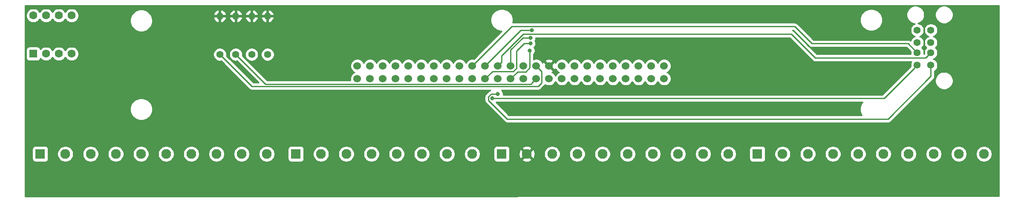
<source format=gbr>
G04 #@! TF.GenerationSoftware,KiCad,Pcbnew,(5.1.2-1)-1*
G04 #@! TF.CreationDate,2020-07-14T21:15:20-04:00*
G04 #@! TF.ProjectId,ArcadePanel,41726361-6465-4506-916e-656c2e6b6963,v2.0*
G04 #@! TF.SameCoordinates,Original*
G04 #@! TF.FileFunction,Copper,L2,Bot*
G04 #@! TF.FilePolarity,Positive*
%FSLAX46Y46*%
G04 Gerber Fmt 4.6, Leading zero omitted, Abs format (unit mm)*
G04 Created by KiCad (PCBNEW (5.1.2-1)-1) date 2020-07-14 21:15:20*
%MOMM*%
%LPD*%
G04 APERTURE LIST*
%ADD10C,1.524000*%
%ADD11O,1.400000X1.400000*%
%ADD12C,1.400000*%
%ADD13C,1.600000*%
%ADD14R,1.600000X1.600000*%
%ADD15C,1.422400*%
%ADD16C,1.950000*%
%ADD17R,1.950000X1.950000*%
%ADD18C,0.800000*%
%ADD19C,0.250000*%
%ADD20C,0.254000*%
G04 APERTURE END LIST*
D10*
X115697000Y-97028000D03*
X115697000Y-94488000D03*
X118237000Y-97028000D03*
X118237000Y-94488000D03*
X120777000Y-97028000D03*
X120777000Y-94488000D03*
X123317000Y-97028000D03*
X123317000Y-94488000D03*
X125857000Y-97028000D03*
X125857000Y-94488000D03*
X128397000Y-97028000D03*
X128397000Y-94488000D03*
X130937000Y-97028000D03*
X130937000Y-94488000D03*
X133477000Y-97028000D03*
X133477000Y-94488000D03*
X136017000Y-97028000D03*
X136017000Y-94488000D03*
X138557000Y-97028000D03*
X138557000Y-94488000D03*
X141097000Y-97028000D03*
X141097000Y-94488000D03*
X143637000Y-97028000D03*
X143637000Y-94488000D03*
X146177000Y-97028000D03*
X146177000Y-94488000D03*
X148717000Y-97028000D03*
X148717000Y-94488000D03*
X151257000Y-97028000D03*
X151257000Y-94488000D03*
X153797000Y-97028000D03*
X153797000Y-94488000D03*
X156337000Y-97028000D03*
X156337000Y-94488000D03*
X158877000Y-97028000D03*
X158877000Y-94488000D03*
X161417000Y-97028000D03*
X161417000Y-94488000D03*
X163957000Y-97028000D03*
X163957000Y-94488000D03*
X166497000Y-97028000D03*
X166497000Y-94488000D03*
X169037000Y-97028000D03*
X169037000Y-94488000D03*
X171577000Y-97028000D03*
X171577000Y-94488000D03*
X174117000Y-97028000D03*
X174117000Y-94488000D03*
X176657000Y-97028000D03*
X176657000Y-94488000D03*
D11*
X97867000Y-84582000D03*
D12*
X97867000Y-92202000D03*
D11*
X94717000Y-84582000D03*
D12*
X94717000Y-92202000D03*
D11*
X91567000Y-84582000D03*
D12*
X91567000Y-92202000D03*
D13*
X51308000Y-84455000D03*
X53848000Y-84455000D03*
X56388000Y-84455000D03*
X58928000Y-84455000D03*
X58928000Y-92075000D03*
X56388000Y-92075000D03*
X53848000Y-92075000D03*
D14*
X51308000Y-92075000D03*
D11*
X88392000Y-84582000D03*
D12*
X88392000Y-92202000D03*
D15*
X229659000Y-87360999D03*
X229659000Y-89860999D03*
X229659000Y-91861000D03*
X229659000Y-94361000D03*
X226949001Y-87360999D03*
X226949001Y-89860999D03*
X226949001Y-91861000D03*
X226949001Y-94361000D03*
D16*
X189399000Y-112014000D03*
X184399000Y-112014000D03*
X179399000Y-112014000D03*
X174399000Y-112014000D03*
X169399000Y-112014000D03*
X164399000Y-112014000D03*
X159399000Y-112014000D03*
X154399000Y-112014000D03*
X149399000Y-112014000D03*
D17*
X144399000Y-112014000D03*
D16*
X138505000Y-112014000D03*
X133505000Y-112014000D03*
X128505000Y-112014000D03*
X123505000Y-112014000D03*
X118505000Y-112014000D03*
X113505000Y-112014000D03*
X108505000Y-112014000D03*
D17*
X103505000Y-112014000D03*
D16*
X240199000Y-112014000D03*
X235199000Y-112014000D03*
X230199000Y-112014000D03*
X225199000Y-112014000D03*
X220199000Y-112014000D03*
X215199000Y-112014000D03*
X210199000Y-112014000D03*
X205199000Y-112014000D03*
X200199000Y-112014000D03*
D17*
X195199000Y-112014000D03*
D16*
X97705000Y-112014000D03*
X92705000Y-112014000D03*
X87705000Y-112014000D03*
X82705000Y-112014000D03*
X77705000Y-112014000D03*
X72705000Y-112014000D03*
X67705000Y-112014000D03*
X62705000Y-112014000D03*
X57705000Y-112014000D03*
D17*
X52705000Y-112014000D03*
D18*
X142494000Y-100965000D03*
X150114000Y-90043000D03*
X150368000Y-87376000D03*
X143637000Y-100076000D03*
X149987000Y-91440000D03*
X150114000Y-88900000D03*
X219964000Y-95504000D03*
X152273000Y-103124000D03*
X56896000Y-100584000D03*
X63627000Y-102108000D03*
X171450000Y-84709000D03*
X171577000Y-108839000D03*
X191262000Y-102489000D03*
X218821000Y-91694000D03*
D19*
X226237802Y-95072199D02*
X226949001Y-94361000D01*
X142494000Y-100965000D02*
X220345000Y-100965000D01*
X220662500Y-100647500D02*
X226237802Y-95072199D01*
X220345000Y-100965000D02*
X220662500Y-100647500D01*
X220364000Y-100946001D02*
X220662500Y-100647500D01*
X225131001Y-90043000D02*
X226949001Y-91861000D01*
X205994000Y-90043000D02*
X225131001Y-90043000D01*
X202601999Y-86650999D02*
X205994000Y-90043000D01*
X146394001Y-86650999D02*
X202601999Y-86650999D01*
X138557000Y-94488000D02*
X146394001Y-86650999D01*
X146698761Y-95575001D02*
X147320000Y-94953762D01*
X142549999Y-95575001D02*
X146698761Y-95575001D01*
X141097000Y-97028000D02*
X142549999Y-95575001D01*
X147320000Y-94953762D02*
X147320000Y-91567000D01*
X147320000Y-91567000D02*
X148844000Y-90043000D01*
X148844000Y-90043000D02*
X150114000Y-90043000D01*
X150114000Y-90043000D02*
X150114000Y-90043000D01*
X141097000Y-94488000D02*
X148209000Y-87376000D01*
X148209000Y-87376000D02*
X150368000Y-87376000D01*
X150368000Y-87376000D02*
X150368000Y-87376000D01*
X221172436Y-105049001D02*
X229659000Y-96562437D01*
X145504999Y-105049001D02*
X221172436Y-105049001D01*
X229659000Y-96562437D02*
X229659000Y-95366788D01*
X141768999Y-101313001D02*
X145504999Y-105049001D01*
X141768999Y-100616999D02*
X141768999Y-101313001D01*
X229659000Y-95366788D02*
X229659000Y-94361000D01*
X142309998Y-100076000D02*
X141768999Y-100616999D01*
X143637000Y-100076000D02*
X142309998Y-100076000D01*
X228947801Y-92572199D02*
X229659000Y-91861000D01*
X206689201Y-92897201D02*
X228622799Y-92897201D01*
X143637000Y-94488000D02*
X144398999Y-93726001D01*
X201930000Y-88138000D02*
X206689201Y-92897201D01*
X148715590Y-88138000D02*
X201930000Y-88138000D01*
X144398999Y-92454591D02*
X148715590Y-88138000D01*
X228622799Y-92897201D02*
X228947801Y-92572199D01*
X144398999Y-93726001D02*
X144398999Y-92454591D01*
X149169001Y-95644761D02*
X149987000Y-94826762D01*
X147560239Y-95644761D02*
X149169001Y-95644761D01*
X146177000Y-97028000D02*
X147560239Y-95644761D01*
X149987000Y-94826762D02*
X149987000Y-91440000D01*
X149987000Y-91440000D02*
X149987000Y-91440000D01*
X146177000Y-91313000D02*
X146177000Y-94488000D01*
X148590000Y-88900000D02*
X146177000Y-91313000D01*
X150114000Y-88900000D02*
X148590000Y-88900000D01*
X152018999Y-95249999D02*
X151257000Y-94488000D01*
X152344001Y-95575001D02*
X152018999Y-95249999D01*
X152344001Y-97845999D02*
X152344001Y-95575001D01*
X151624989Y-98565011D02*
X152344001Y-97845999D01*
X94755011Y-98565011D02*
X151624989Y-98565011D01*
X88392000Y-92202000D02*
X94755011Y-98565011D01*
X150495001Y-97789999D02*
X151257000Y-97028000D01*
X150169999Y-98115001D02*
X150495001Y-97789999D01*
X97480001Y-98115001D02*
X150169999Y-98115001D01*
X91567000Y-92202000D02*
X97480001Y-98115001D01*
D20*
G36*
X243180001Y-120371184D02*
G01*
X50419587Y-120498000D01*
X49682000Y-120498000D01*
X49682000Y-111039000D01*
X51091928Y-111039000D01*
X51091928Y-112989000D01*
X51104188Y-113113482D01*
X51140498Y-113233180D01*
X51199463Y-113343494D01*
X51278815Y-113440185D01*
X51375506Y-113519537D01*
X51485820Y-113578502D01*
X51605518Y-113614812D01*
X51730000Y-113627072D01*
X53680000Y-113627072D01*
X53804482Y-113614812D01*
X53924180Y-113578502D01*
X54034494Y-113519537D01*
X54131185Y-113440185D01*
X54210537Y-113343494D01*
X54269502Y-113233180D01*
X54305812Y-113113482D01*
X54318072Y-112989000D01*
X54318072Y-111855429D01*
X56095000Y-111855429D01*
X56095000Y-112172571D01*
X56156871Y-112483620D01*
X56278237Y-112776621D01*
X56454431Y-113040315D01*
X56678685Y-113264569D01*
X56942379Y-113440763D01*
X57235380Y-113562129D01*
X57546429Y-113624000D01*
X57863571Y-113624000D01*
X58174620Y-113562129D01*
X58467621Y-113440763D01*
X58731315Y-113264569D01*
X58955569Y-113040315D01*
X59131763Y-112776621D01*
X59253129Y-112483620D01*
X59315000Y-112172571D01*
X59315000Y-111855429D01*
X61095000Y-111855429D01*
X61095000Y-112172571D01*
X61156871Y-112483620D01*
X61278237Y-112776621D01*
X61454431Y-113040315D01*
X61678685Y-113264569D01*
X61942379Y-113440763D01*
X62235380Y-113562129D01*
X62546429Y-113624000D01*
X62863571Y-113624000D01*
X63174620Y-113562129D01*
X63467621Y-113440763D01*
X63731315Y-113264569D01*
X63955569Y-113040315D01*
X64131763Y-112776621D01*
X64253129Y-112483620D01*
X64315000Y-112172571D01*
X64315000Y-111855429D01*
X66095000Y-111855429D01*
X66095000Y-112172571D01*
X66156871Y-112483620D01*
X66278237Y-112776621D01*
X66454431Y-113040315D01*
X66678685Y-113264569D01*
X66942379Y-113440763D01*
X67235380Y-113562129D01*
X67546429Y-113624000D01*
X67863571Y-113624000D01*
X68174620Y-113562129D01*
X68467621Y-113440763D01*
X68731315Y-113264569D01*
X68955569Y-113040315D01*
X69131763Y-112776621D01*
X69253129Y-112483620D01*
X69315000Y-112172571D01*
X69315000Y-111855429D01*
X71095000Y-111855429D01*
X71095000Y-112172571D01*
X71156871Y-112483620D01*
X71278237Y-112776621D01*
X71454431Y-113040315D01*
X71678685Y-113264569D01*
X71942379Y-113440763D01*
X72235380Y-113562129D01*
X72546429Y-113624000D01*
X72863571Y-113624000D01*
X73174620Y-113562129D01*
X73467621Y-113440763D01*
X73731315Y-113264569D01*
X73955569Y-113040315D01*
X74131763Y-112776621D01*
X74253129Y-112483620D01*
X74315000Y-112172571D01*
X74315000Y-111855429D01*
X76095000Y-111855429D01*
X76095000Y-112172571D01*
X76156871Y-112483620D01*
X76278237Y-112776621D01*
X76454431Y-113040315D01*
X76678685Y-113264569D01*
X76942379Y-113440763D01*
X77235380Y-113562129D01*
X77546429Y-113624000D01*
X77863571Y-113624000D01*
X78174620Y-113562129D01*
X78467621Y-113440763D01*
X78731315Y-113264569D01*
X78955569Y-113040315D01*
X79131763Y-112776621D01*
X79253129Y-112483620D01*
X79315000Y-112172571D01*
X79315000Y-111855429D01*
X81095000Y-111855429D01*
X81095000Y-112172571D01*
X81156871Y-112483620D01*
X81278237Y-112776621D01*
X81454431Y-113040315D01*
X81678685Y-113264569D01*
X81942379Y-113440763D01*
X82235380Y-113562129D01*
X82546429Y-113624000D01*
X82863571Y-113624000D01*
X83174620Y-113562129D01*
X83467621Y-113440763D01*
X83731315Y-113264569D01*
X83955569Y-113040315D01*
X84131763Y-112776621D01*
X84253129Y-112483620D01*
X84315000Y-112172571D01*
X84315000Y-111855429D01*
X86095000Y-111855429D01*
X86095000Y-112172571D01*
X86156871Y-112483620D01*
X86278237Y-112776621D01*
X86454431Y-113040315D01*
X86678685Y-113264569D01*
X86942379Y-113440763D01*
X87235380Y-113562129D01*
X87546429Y-113624000D01*
X87863571Y-113624000D01*
X88174620Y-113562129D01*
X88467621Y-113440763D01*
X88731315Y-113264569D01*
X88955569Y-113040315D01*
X89131763Y-112776621D01*
X89253129Y-112483620D01*
X89315000Y-112172571D01*
X89315000Y-111855429D01*
X91095000Y-111855429D01*
X91095000Y-112172571D01*
X91156871Y-112483620D01*
X91278237Y-112776621D01*
X91454431Y-113040315D01*
X91678685Y-113264569D01*
X91942379Y-113440763D01*
X92235380Y-113562129D01*
X92546429Y-113624000D01*
X92863571Y-113624000D01*
X93174620Y-113562129D01*
X93467621Y-113440763D01*
X93731315Y-113264569D01*
X93955569Y-113040315D01*
X94131763Y-112776621D01*
X94253129Y-112483620D01*
X94315000Y-112172571D01*
X94315000Y-111855429D01*
X96095000Y-111855429D01*
X96095000Y-112172571D01*
X96156871Y-112483620D01*
X96278237Y-112776621D01*
X96454431Y-113040315D01*
X96678685Y-113264569D01*
X96942379Y-113440763D01*
X97235380Y-113562129D01*
X97546429Y-113624000D01*
X97863571Y-113624000D01*
X98174620Y-113562129D01*
X98467621Y-113440763D01*
X98731315Y-113264569D01*
X98955569Y-113040315D01*
X99131763Y-112776621D01*
X99253129Y-112483620D01*
X99315000Y-112172571D01*
X99315000Y-111855429D01*
X99253129Y-111544380D01*
X99131763Y-111251379D01*
X98989857Y-111039000D01*
X101891928Y-111039000D01*
X101891928Y-112989000D01*
X101904188Y-113113482D01*
X101940498Y-113233180D01*
X101999463Y-113343494D01*
X102078815Y-113440185D01*
X102175506Y-113519537D01*
X102285820Y-113578502D01*
X102405518Y-113614812D01*
X102530000Y-113627072D01*
X104480000Y-113627072D01*
X104604482Y-113614812D01*
X104724180Y-113578502D01*
X104834494Y-113519537D01*
X104931185Y-113440185D01*
X105010537Y-113343494D01*
X105069502Y-113233180D01*
X105105812Y-113113482D01*
X105118072Y-112989000D01*
X105118072Y-111855429D01*
X106895000Y-111855429D01*
X106895000Y-112172571D01*
X106956871Y-112483620D01*
X107078237Y-112776621D01*
X107254431Y-113040315D01*
X107478685Y-113264569D01*
X107742379Y-113440763D01*
X108035380Y-113562129D01*
X108346429Y-113624000D01*
X108663571Y-113624000D01*
X108974620Y-113562129D01*
X109267621Y-113440763D01*
X109531315Y-113264569D01*
X109755569Y-113040315D01*
X109931763Y-112776621D01*
X110053129Y-112483620D01*
X110115000Y-112172571D01*
X110115000Y-111855429D01*
X111895000Y-111855429D01*
X111895000Y-112172571D01*
X111956871Y-112483620D01*
X112078237Y-112776621D01*
X112254431Y-113040315D01*
X112478685Y-113264569D01*
X112742379Y-113440763D01*
X113035380Y-113562129D01*
X113346429Y-113624000D01*
X113663571Y-113624000D01*
X113974620Y-113562129D01*
X114267621Y-113440763D01*
X114531315Y-113264569D01*
X114755569Y-113040315D01*
X114931763Y-112776621D01*
X115053129Y-112483620D01*
X115115000Y-112172571D01*
X115115000Y-111855429D01*
X116895000Y-111855429D01*
X116895000Y-112172571D01*
X116956871Y-112483620D01*
X117078237Y-112776621D01*
X117254431Y-113040315D01*
X117478685Y-113264569D01*
X117742379Y-113440763D01*
X118035380Y-113562129D01*
X118346429Y-113624000D01*
X118663571Y-113624000D01*
X118974620Y-113562129D01*
X119267621Y-113440763D01*
X119531315Y-113264569D01*
X119755569Y-113040315D01*
X119931763Y-112776621D01*
X120053129Y-112483620D01*
X120115000Y-112172571D01*
X120115000Y-111855429D01*
X121895000Y-111855429D01*
X121895000Y-112172571D01*
X121956871Y-112483620D01*
X122078237Y-112776621D01*
X122254431Y-113040315D01*
X122478685Y-113264569D01*
X122742379Y-113440763D01*
X123035380Y-113562129D01*
X123346429Y-113624000D01*
X123663571Y-113624000D01*
X123974620Y-113562129D01*
X124267621Y-113440763D01*
X124531315Y-113264569D01*
X124755569Y-113040315D01*
X124931763Y-112776621D01*
X125053129Y-112483620D01*
X125115000Y-112172571D01*
X125115000Y-111855429D01*
X126895000Y-111855429D01*
X126895000Y-112172571D01*
X126956871Y-112483620D01*
X127078237Y-112776621D01*
X127254431Y-113040315D01*
X127478685Y-113264569D01*
X127742379Y-113440763D01*
X128035380Y-113562129D01*
X128346429Y-113624000D01*
X128663571Y-113624000D01*
X128974620Y-113562129D01*
X129267621Y-113440763D01*
X129531315Y-113264569D01*
X129755569Y-113040315D01*
X129931763Y-112776621D01*
X130053129Y-112483620D01*
X130115000Y-112172571D01*
X130115000Y-111855429D01*
X131895000Y-111855429D01*
X131895000Y-112172571D01*
X131956871Y-112483620D01*
X132078237Y-112776621D01*
X132254431Y-113040315D01*
X132478685Y-113264569D01*
X132742379Y-113440763D01*
X133035380Y-113562129D01*
X133346429Y-113624000D01*
X133663571Y-113624000D01*
X133974620Y-113562129D01*
X134267621Y-113440763D01*
X134531315Y-113264569D01*
X134755569Y-113040315D01*
X134931763Y-112776621D01*
X135053129Y-112483620D01*
X135115000Y-112172571D01*
X135115000Y-111855429D01*
X136895000Y-111855429D01*
X136895000Y-112172571D01*
X136956871Y-112483620D01*
X137078237Y-112776621D01*
X137254431Y-113040315D01*
X137478685Y-113264569D01*
X137742379Y-113440763D01*
X138035380Y-113562129D01*
X138346429Y-113624000D01*
X138663571Y-113624000D01*
X138974620Y-113562129D01*
X139267621Y-113440763D01*
X139531315Y-113264569D01*
X139755569Y-113040315D01*
X139931763Y-112776621D01*
X140053129Y-112483620D01*
X140115000Y-112172571D01*
X140115000Y-111855429D01*
X140053129Y-111544380D01*
X139931763Y-111251379D01*
X139789857Y-111039000D01*
X142785928Y-111039000D01*
X142785928Y-112989000D01*
X142798188Y-113113482D01*
X142834498Y-113233180D01*
X142893463Y-113343494D01*
X142972815Y-113440185D01*
X143069506Y-113519537D01*
X143179820Y-113578502D01*
X143299518Y-113614812D01*
X143424000Y-113627072D01*
X145374000Y-113627072D01*
X145498482Y-113614812D01*
X145618180Y-113578502D01*
X145728494Y-113519537D01*
X145825185Y-113440185D01*
X145904537Y-113343494D01*
X145963502Y-113233180D01*
X145994320Y-113131584D01*
X148461021Y-113131584D01*
X148553766Y-113393429D01*
X148839120Y-113531820D01*
X149145990Y-113611883D01*
X149462584Y-113630540D01*
X149776733Y-113587074D01*
X150076367Y-113483156D01*
X150244234Y-113393429D01*
X150336979Y-113131584D01*
X149399000Y-112193605D01*
X148461021Y-113131584D01*
X145994320Y-113131584D01*
X145999812Y-113113482D01*
X146012072Y-112989000D01*
X146012072Y-112077584D01*
X147782460Y-112077584D01*
X147825926Y-112391733D01*
X147929844Y-112691367D01*
X148019571Y-112859234D01*
X148281416Y-112951979D01*
X149219395Y-112014000D01*
X149578605Y-112014000D01*
X150516584Y-112951979D01*
X150778429Y-112859234D01*
X150916820Y-112573880D01*
X150996883Y-112267010D01*
X151015540Y-111950416D01*
X151002398Y-111855429D01*
X152789000Y-111855429D01*
X152789000Y-112172571D01*
X152850871Y-112483620D01*
X152972237Y-112776621D01*
X153148431Y-113040315D01*
X153372685Y-113264569D01*
X153636379Y-113440763D01*
X153929380Y-113562129D01*
X154240429Y-113624000D01*
X154557571Y-113624000D01*
X154868620Y-113562129D01*
X155161621Y-113440763D01*
X155425315Y-113264569D01*
X155649569Y-113040315D01*
X155825763Y-112776621D01*
X155947129Y-112483620D01*
X156009000Y-112172571D01*
X156009000Y-111855429D01*
X157789000Y-111855429D01*
X157789000Y-112172571D01*
X157850871Y-112483620D01*
X157972237Y-112776621D01*
X158148431Y-113040315D01*
X158372685Y-113264569D01*
X158636379Y-113440763D01*
X158929380Y-113562129D01*
X159240429Y-113624000D01*
X159557571Y-113624000D01*
X159868620Y-113562129D01*
X160161621Y-113440763D01*
X160425315Y-113264569D01*
X160649569Y-113040315D01*
X160825763Y-112776621D01*
X160947129Y-112483620D01*
X161009000Y-112172571D01*
X161009000Y-111855429D01*
X162789000Y-111855429D01*
X162789000Y-112172571D01*
X162850871Y-112483620D01*
X162972237Y-112776621D01*
X163148431Y-113040315D01*
X163372685Y-113264569D01*
X163636379Y-113440763D01*
X163929380Y-113562129D01*
X164240429Y-113624000D01*
X164557571Y-113624000D01*
X164868620Y-113562129D01*
X165161621Y-113440763D01*
X165425315Y-113264569D01*
X165649569Y-113040315D01*
X165825763Y-112776621D01*
X165947129Y-112483620D01*
X166009000Y-112172571D01*
X166009000Y-111855429D01*
X167789000Y-111855429D01*
X167789000Y-112172571D01*
X167850871Y-112483620D01*
X167972237Y-112776621D01*
X168148431Y-113040315D01*
X168372685Y-113264569D01*
X168636379Y-113440763D01*
X168929380Y-113562129D01*
X169240429Y-113624000D01*
X169557571Y-113624000D01*
X169868620Y-113562129D01*
X170161621Y-113440763D01*
X170425315Y-113264569D01*
X170649569Y-113040315D01*
X170825763Y-112776621D01*
X170947129Y-112483620D01*
X171009000Y-112172571D01*
X171009000Y-111855429D01*
X172789000Y-111855429D01*
X172789000Y-112172571D01*
X172850871Y-112483620D01*
X172972237Y-112776621D01*
X173148431Y-113040315D01*
X173372685Y-113264569D01*
X173636379Y-113440763D01*
X173929380Y-113562129D01*
X174240429Y-113624000D01*
X174557571Y-113624000D01*
X174868620Y-113562129D01*
X175161621Y-113440763D01*
X175425315Y-113264569D01*
X175649569Y-113040315D01*
X175825763Y-112776621D01*
X175947129Y-112483620D01*
X176009000Y-112172571D01*
X176009000Y-111855429D01*
X177789000Y-111855429D01*
X177789000Y-112172571D01*
X177850871Y-112483620D01*
X177972237Y-112776621D01*
X178148431Y-113040315D01*
X178372685Y-113264569D01*
X178636379Y-113440763D01*
X178929380Y-113562129D01*
X179240429Y-113624000D01*
X179557571Y-113624000D01*
X179868620Y-113562129D01*
X180161621Y-113440763D01*
X180425315Y-113264569D01*
X180649569Y-113040315D01*
X180825763Y-112776621D01*
X180947129Y-112483620D01*
X181009000Y-112172571D01*
X181009000Y-111855429D01*
X182789000Y-111855429D01*
X182789000Y-112172571D01*
X182850871Y-112483620D01*
X182972237Y-112776621D01*
X183148431Y-113040315D01*
X183372685Y-113264569D01*
X183636379Y-113440763D01*
X183929380Y-113562129D01*
X184240429Y-113624000D01*
X184557571Y-113624000D01*
X184868620Y-113562129D01*
X185161621Y-113440763D01*
X185425315Y-113264569D01*
X185649569Y-113040315D01*
X185825763Y-112776621D01*
X185947129Y-112483620D01*
X186009000Y-112172571D01*
X186009000Y-111855429D01*
X187789000Y-111855429D01*
X187789000Y-112172571D01*
X187850871Y-112483620D01*
X187972237Y-112776621D01*
X188148431Y-113040315D01*
X188372685Y-113264569D01*
X188636379Y-113440763D01*
X188929380Y-113562129D01*
X189240429Y-113624000D01*
X189557571Y-113624000D01*
X189868620Y-113562129D01*
X190161621Y-113440763D01*
X190425315Y-113264569D01*
X190649569Y-113040315D01*
X190825763Y-112776621D01*
X190947129Y-112483620D01*
X191009000Y-112172571D01*
X191009000Y-111855429D01*
X190947129Y-111544380D01*
X190825763Y-111251379D01*
X190683857Y-111039000D01*
X193585928Y-111039000D01*
X193585928Y-112989000D01*
X193598188Y-113113482D01*
X193634498Y-113233180D01*
X193693463Y-113343494D01*
X193772815Y-113440185D01*
X193869506Y-113519537D01*
X193979820Y-113578502D01*
X194099518Y-113614812D01*
X194224000Y-113627072D01*
X196174000Y-113627072D01*
X196298482Y-113614812D01*
X196418180Y-113578502D01*
X196528494Y-113519537D01*
X196625185Y-113440185D01*
X196704537Y-113343494D01*
X196763502Y-113233180D01*
X196799812Y-113113482D01*
X196812072Y-112989000D01*
X196812072Y-111855429D01*
X198589000Y-111855429D01*
X198589000Y-112172571D01*
X198650871Y-112483620D01*
X198772237Y-112776621D01*
X198948431Y-113040315D01*
X199172685Y-113264569D01*
X199436379Y-113440763D01*
X199729380Y-113562129D01*
X200040429Y-113624000D01*
X200357571Y-113624000D01*
X200668620Y-113562129D01*
X200961621Y-113440763D01*
X201225315Y-113264569D01*
X201449569Y-113040315D01*
X201625763Y-112776621D01*
X201747129Y-112483620D01*
X201809000Y-112172571D01*
X201809000Y-111855429D01*
X203589000Y-111855429D01*
X203589000Y-112172571D01*
X203650871Y-112483620D01*
X203772237Y-112776621D01*
X203948431Y-113040315D01*
X204172685Y-113264569D01*
X204436379Y-113440763D01*
X204729380Y-113562129D01*
X205040429Y-113624000D01*
X205357571Y-113624000D01*
X205668620Y-113562129D01*
X205961621Y-113440763D01*
X206225315Y-113264569D01*
X206449569Y-113040315D01*
X206625763Y-112776621D01*
X206747129Y-112483620D01*
X206809000Y-112172571D01*
X206809000Y-111855429D01*
X208589000Y-111855429D01*
X208589000Y-112172571D01*
X208650871Y-112483620D01*
X208772237Y-112776621D01*
X208948431Y-113040315D01*
X209172685Y-113264569D01*
X209436379Y-113440763D01*
X209729380Y-113562129D01*
X210040429Y-113624000D01*
X210357571Y-113624000D01*
X210668620Y-113562129D01*
X210961621Y-113440763D01*
X211225315Y-113264569D01*
X211449569Y-113040315D01*
X211625763Y-112776621D01*
X211747129Y-112483620D01*
X211809000Y-112172571D01*
X211809000Y-111855429D01*
X213589000Y-111855429D01*
X213589000Y-112172571D01*
X213650871Y-112483620D01*
X213772237Y-112776621D01*
X213948431Y-113040315D01*
X214172685Y-113264569D01*
X214436379Y-113440763D01*
X214729380Y-113562129D01*
X215040429Y-113624000D01*
X215357571Y-113624000D01*
X215668620Y-113562129D01*
X215961621Y-113440763D01*
X216225315Y-113264569D01*
X216449569Y-113040315D01*
X216625763Y-112776621D01*
X216747129Y-112483620D01*
X216809000Y-112172571D01*
X216809000Y-111855429D01*
X218589000Y-111855429D01*
X218589000Y-112172571D01*
X218650871Y-112483620D01*
X218772237Y-112776621D01*
X218948431Y-113040315D01*
X219172685Y-113264569D01*
X219436379Y-113440763D01*
X219729380Y-113562129D01*
X220040429Y-113624000D01*
X220357571Y-113624000D01*
X220668620Y-113562129D01*
X220961621Y-113440763D01*
X221225315Y-113264569D01*
X221449569Y-113040315D01*
X221625763Y-112776621D01*
X221747129Y-112483620D01*
X221809000Y-112172571D01*
X221809000Y-111855429D01*
X223589000Y-111855429D01*
X223589000Y-112172571D01*
X223650871Y-112483620D01*
X223772237Y-112776621D01*
X223948431Y-113040315D01*
X224172685Y-113264569D01*
X224436379Y-113440763D01*
X224729380Y-113562129D01*
X225040429Y-113624000D01*
X225357571Y-113624000D01*
X225668620Y-113562129D01*
X225961621Y-113440763D01*
X226225315Y-113264569D01*
X226449569Y-113040315D01*
X226625763Y-112776621D01*
X226747129Y-112483620D01*
X226809000Y-112172571D01*
X226809000Y-111855429D01*
X228589000Y-111855429D01*
X228589000Y-112172571D01*
X228650871Y-112483620D01*
X228772237Y-112776621D01*
X228948431Y-113040315D01*
X229172685Y-113264569D01*
X229436379Y-113440763D01*
X229729380Y-113562129D01*
X230040429Y-113624000D01*
X230357571Y-113624000D01*
X230668620Y-113562129D01*
X230961621Y-113440763D01*
X231225315Y-113264569D01*
X231449569Y-113040315D01*
X231625763Y-112776621D01*
X231747129Y-112483620D01*
X231809000Y-112172571D01*
X231809000Y-111855429D01*
X233589000Y-111855429D01*
X233589000Y-112172571D01*
X233650871Y-112483620D01*
X233772237Y-112776621D01*
X233948431Y-113040315D01*
X234172685Y-113264569D01*
X234436379Y-113440763D01*
X234729380Y-113562129D01*
X235040429Y-113624000D01*
X235357571Y-113624000D01*
X235668620Y-113562129D01*
X235961621Y-113440763D01*
X236225315Y-113264569D01*
X236449569Y-113040315D01*
X236625763Y-112776621D01*
X236747129Y-112483620D01*
X236809000Y-112172571D01*
X236809000Y-111855429D01*
X238589000Y-111855429D01*
X238589000Y-112172571D01*
X238650871Y-112483620D01*
X238772237Y-112776621D01*
X238948431Y-113040315D01*
X239172685Y-113264569D01*
X239436379Y-113440763D01*
X239729380Y-113562129D01*
X240040429Y-113624000D01*
X240357571Y-113624000D01*
X240668620Y-113562129D01*
X240961621Y-113440763D01*
X241225315Y-113264569D01*
X241449569Y-113040315D01*
X241625763Y-112776621D01*
X241747129Y-112483620D01*
X241809000Y-112172571D01*
X241809000Y-111855429D01*
X241747129Y-111544380D01*
X241625763Y-111251379D01*
X241449569Y-110987685D01*
X241225315Y-110763431D01*
X240961621Y-110587237D01*
X240668620Y-110465871D01*
X240357571Y-110404000D01*
X240040429Y-110404000D01*
X239729380Y-110465871D01*
X239436379Y-110587237D01*
X239172685Y-110763431D01*
X238948431Y-110987685D01*
X238772237Y-111251379D01*
X238650871Y-111544380D01*
X238589000Y-111855429D01*
X236809000Y-111855429D01*
X236747129Y-111544380D01*
X236625763Y-111251379D01*
X236449569Y-110987685D01*
X236225315Y-110763431D01*
X235961621Y-110587237D01*
X235668620Y-110465871D01*
X235357571Y-110404000D01*
X235040429Y-110404000D01*
X234729380Y-110465871D01*
X234436379Y-110587237D01*
X234172685Y-110763431D01*
X233948431Y-110987685D01*
X233772237Y-111251379D01*
X233650871Y-111544380D01*
X233589000Y-111855429D01*
X231809000Y-111855429D01*
X231747129Y-111544380D01*
X231625763Y-111251379D01*
X231449569Y-110987685D01*
X231225315Y-110763431D01*
X230961621Y-110587237D01*
X230668620Y-110465871D01*
X230357571Y-110404000D01*
X230040429Y-110404000D01*
X229729380Y-110465871D01*
X229436379Y-110587237D01*
X229172685Y-110763431D01*
X228948431Y-110987685D01*
X228772237Y-111251379D01*
X228650871Y-111544380D01*
X228589000Y-111855429D01*
X226809000Y-111855429D01*
X226747129Y-111544380D01*
X226625763Y-111251379D01*
X226449569Y-110987685D01*
X226225315Y-110763431D01*
X225961621Y-110587237D01*
X225668620Y-110465871D01*
X225357571Y-110404000D01*
X225040429Y-110404000D01*
X224729380Y-110465871D01*
X224436379Y-110587237D01*
X224172685Y-110763431D01*
X223948431Y-110987685D01*
X223772237Y-111251379D01*
X223650871Y-111544380D01*
X223589000Y-111855429D01*
X221809000Y-111855429D01*
X221747129Y-111544380D01*
X221625763Y-111251379D01*
X221449569Y-110987685D01*
X221225315Y-110763431D01*
X220961621Y-110587237D01*
X220668620Y-110465871D01*
X220357571Y-110404000D01*
X220040429Y-110404000D01*
X219729380Y-110465871D01*
X219436379Y-110587237D01*
X219172685Y-110763431D01*
X218948431Y-110987685D01*
X218772237Y-111251379D01*
X218650871Y-111544380D01*
X218589000Y-111855429D01*
X216809000Y-111855429D01*
X216747129Y-111544380D01*
X216625763Y-111251379D01*
X216449569Y-110987685D01*
X216225315Y-110763431D01*
X215961621Y-110587237D01*
X215668620Y-110465871D01*
X215357571Y-110404000D01*
X215040429Y-110404000D01*
X214729380Y-110465871D01*
X214436379Y-110587237D01*
X214172685Y-110763431D01*
X213948431Y-110987685D01*
X213772237Y-111251379D01*
X213650871Y-111544380D01*
X213589000Y-111855429D01*
X211809000Y-111855429D01*
X211747129Y-111544380D01*
X211625763Y-111251379D01*
X211449569Y-110987685D01*
X211225315Y-110763431D01*
X210961621Y-110587237D01*
X210668620Y-110465871D01*
X210357571Y-110404000D01*
X210040429Y-110404000D01*
X209729380Y-110465871D01*
X209436379Y-110587237D01*
X209172685Y-110763431D01*
X208948431Y-110987685D01*
X208772237Y-111251379D01*
X208650871Y-111544380D01*
X208589000Y-111855429D01*
X206809000Y-111855429D01*
X206747129Y-111544380D01*
X206625763Y-111251379D01*
X206449569Y-110987685D01*
X206225315Y-110763431D01*
X205961621Y-110587237D01*
X205668620Y-110465871D01*
X205357571Y-110404000D01*
X205040429Y-110404000D01*
X204729380Y-110465871D01*
X204436379Y-110587237D01*
X204172685Y-110763431D01*
X203948431Y-110987685D01*
X203772237Y-111251379D01*
X203650871Y-111544380D01*
X203589000Y-111855429D01*
X201809000Y-111855429D01*
X201747129Y-111544380D01*
X201625763Y-111251379D01*
X201449569Y-110987685D01*
X201225315Y-110763431D01*
X200961621Y-110587237D01*
X200668620Y-110465871D01*
X200357571Y-110404000D01*
X200040429Y-110404000D01*
X199729380Y-110465871D01*
X199436379Y-110587237D01*
X199172685Y-110763431D01*
X198948431Y-110987685D01*
X198772237Y-111251379D01*
X198650871Y-111544380D01*
X198589000Y-111855429D01*
X196812072Y-111855429D01*
X196812072Y-111039000D01*
X196799812Y-110914518D01*
X196763502Y-110794820D01*
X196704537Y-110684506D01*
X196625185Y-110587815D01*
X196528494Y-110508463D01*
X196418180Y-110449498D01*
X196298482Y-110413188D01*
X196174000Y-110400928D01*
X194224000Y-110400928D01*
X194099518Y-110413188D01*
X193979820Y-110449498D01*
X193869506Y-110508463D01*
X193772815Y-110587815D01*
X193693463Y-110684506D01*
X193634498Y-110794820D01*
X193598188Y-110914518D01*
X193585928Y-111039000D01*
X190683857Y-111039000D01*
X190649569Y-110987685D01*
X190425315Y-110763431D01*
X190161621Y-110587237D01*
X189868620Y-110465871D01*
X189557571Y-110404000D01*
X189240429Y-110404000D01*
X188929380Y-110465871D01*
X188636379Y-110587237D01*
X188372685Y-110763431D01*
X188148431Y-110987685D01*
X187972237Y-111251379D01*
X187850871Y-111544380D01*
X187789000Y-111855429D01*
X186009000Y-111855429D01*
X185947129Y-111544380D01*
X185825763Y-111251379D01*
X185649569Y-110987685D01*
X185425315Y-110763431D01*
X185161621Y-110587237D01*
X184868620Y-110465871D01*
X184557571Y-110404000D01*
X184240429Y-110404000D01*
X183929380Y-110465871D01*
X183636379Y-110587237D01*
X183372685Y-110763431D01*
X183148431Y-110987685D01*
X182972237Y-111251379D01*
X182850871Y-111544380D01*
X182789000Y-111855429D01*
X181009000Y-111855429D01*
X180947129Y-111544380D01*
X180825763Y-111251379D01*
X180649569Y-110987685D01*
X180425315Y-110763431D01*
X180161621Y-110587237D01*
X179868620Y-110465871D01*
X179557571Y-110404000D01*
X179240429Y-110404000D01*
X178929380Y-110465871D01*
X178636379Y-110587237D01*
X178372685Y-110763431D01*
X178148431Y-110987685D01*
X177972237Y-111251379D01*
X177850871Y-111544380D01*
X177789000Y-111855429D01*
X176009000Y-111855429D01*
X175947129Y-111544380D01*
X175825763Y-111251379D01*
X175649569Y-110987685D01*
X175425315Y-110763431D01*
X175161621Y-110587237D01*
X174868620Y-110465871D01*
X174557571Y-110404000D01*
X174240429Y-110404000D01*
X173929380Y-110465871D01*
X173636379Y-110587237D01*
X173372685Y-110763431D01*
X173148431Y-110987685D01*
X172972237Y-111251379D01*
X172850871Y-111544380D01*
X172789000Y-111855429D01*
X171009000Y-111855429D01*
X170947129Y-111544380D01*
X170825763Y-111251379D01*
X170649569Y-110987685D01*
X170425315Y-110763431D01*
X170161621Y-110587237D01*
X169868620Y-110465871D01*
X169557571Y-110404000D01*
X169240429Y-110404000D01*
X168929380Y-110465871D01*
X168636379Y-110587237D01*
X168372685Y-110763431D01*
X168148431Y-110987685D01*
X167972237Y-111251379D01*
X167850871Y-111544380D01*
X167789000Y-111855429D01*
X166009000Y-111855429D01*
X165947129Y-111544380D01*
X165825763Y-111251379D01*
X165649569Y-110987685D01*
X165425315Y-110763431D01*
X165161621Y-110587237D01*
X164868620Y-110465871D01*
X164557571Y-110404000D01*
X164240429Y-110404000D01*
X163929380Y-110465871D01*
X163636379Y-110587237D01*
X163372685Y-110763431D01*
X163148431Y-110987685D01*
X162972237Y-111251379D01*
X162850871Y-111544380D01*
X162789000Y-111855429D01*
X161009000Y-111855429D01*
X160947129Y-111544380D01*
X160825763Y-111251379D01*
X160649569Y-110987685D01*
X160425315Y-110763431D01*
X160161621Y-110587237D01*
X159868620Y-110465871D01*
X159557571Y-110404000D01*
X159240429Y-110404000D01*
X158929380Y-110465871D01*
X158636379Y-110587237D01*
X158372685Y-110763431D01*
X158148431Y-110987685D01*
X157972237Y-111251379D01*
X157850871Y-111544380D01*
X157789000Y-111855429D01*
X156009000Y-111855429D01*
X155947129Y-111544380D01*
X155825763Y-111251379D01*
X155649569Y-110987685D01*
X155425315Y-110763431D01*
X155161621Y-110587237D01*
X154868620Y-110465871D01*
X154557571Y-110404000D01*
X154240429Y-110404000D01*
X153929380Y-110465871D01*
X153636379Y-110587237D01*
X153372685Y-110763431D01*
X153148431Y-110987685D01*
X152972237Y-111251379D01*
X152850871Y-111544380D01*
X152789000Y-111855429D01*
X151002398Y-111855429D01*
X150972074Y-111636267D01*
X150868156Y-111336633D01*
X150778429Y-111168766D01*
X150516584Y-111076021D01*
X149578605Y-112014000D01*
X149219395Y-112014000D01*
X148281416Y-111076021D01*
X148019571Y-111168766D01*
X147881180Y-111454120D01*
X147801117Y-111760990D01*
X147782460Y-112077584D01*
X146012072Y-112077584D01*
X146012072Y-111039000D01*
X145999812Y-110914518D01*
X145994321Y-110896416D01*
X148461021Y-110896416D01*
X149399000Y-111834395D01*
X150336979Y-110896416D01*
X150244234Y-110634571D01*
X149958880Y-110496180D01*
X149652010Y-110416117D01*
X149335416Y-110397460D01*
X149021267Y-110440926D01*
X148721633Y-110544844D01*
X148553766Y-110634571D01*
X148461021Y-110896416D01*
X145994321Y-110896416D01*
X145963502Y-110794820D01*
X145904537Y-110684506D01*
X145825185Y-110587815D01*
X145728494Y-110508463D01*
X145618180Y-110449498D01*
X145498482Y-110413188D01*
X145374000Y-110400928D01*
X143424000Y-110400928D01*
X143299518Y-110413188D01*
X143179820Y-110449498D01*
X143069506Y-110508463D01*
X142972815Y-110587815D01*
X142893463Y-110684506D01*
X142834498Y-110794820D01*
X142798188Y-110914518D01*
X142785928Y-111039000D01*
X139789857Y-111039000D01*
X139755569Y-110987685D01*
X139531315Y-110763431D01*
X139267621Y-110587237D01*
X138974620Y-110465871D01*
X138663571Y-110404000D01*
X138346429Y-110404000D01*
X138035380Y-110465871D01*
X137742379Y-110587237D01*
X137478685Y-110763431D01*
X137254431Y-110987685D01*
X137078237Y-111251379D01*
X136956871Y-111544380D01*
X136895000Y-111855429D01*
X135115000Y-111855429D01*
X135053129Y-111544380D01*
X134931763Y-111251379D01*
X134755569Y-110987685D01*
X134531315Y-110763431D01*
X134267621Y-110587237D01*
X133974620Y-110465871D01*
X133663571Y-110404000D01*
X133346429Y-110404000D01*
X133035380Y-110465871D01*
X132742379Y-110587237D01*
X132478685Y-110763431D01*
X132254431Y-110987685D01*
X132078237Y-111251379D01*
X131956871Y-111544380D01*
X131895000Y-111855429D01*
X130115000Y-111855429D01*
X130053129Y-111544380D01*
X129931763Y-111251379D01*
X129755569Y-110987685D01*
X129531315Y-110763431D01*
X129267621Y-110587237D01*
X128974620Y-110465871D01*
X128663571Y-110404000D01*
X128346429Y-110404000D01*
X128035380Y-110465871D01*
X127742379Y-110587237D01*
X127478685Y-110763431D01*
X127254431Y-110987685D01*
X127078237Y-111251379D01*
X126956871Y-111544380D01*
X126895000Y-111855429D01*
X125115000Y-111855429D01*
X125053129Y-111544380D01*
X124931763Y-111251379D01*
X124755569Y-110987685D01*
X124531315Y-110763431D01*
X124267621Y-110587237D01*
X123974620Y-110465871D01*
X123663571Y-110404000D01*
X123346429Y-110404000D01*
X123035380Y-110465871D01*
X122742379Y-110587237D01*
X122478685Y-110763431D01*
X122254431Y-110987685D01*
X122078237Y-111251379D01*
X121956871Y-111544380D01*
X121895000Y-111855429D01*
X120115000Y-111855429D01*
X120053129Y-111544380D01*
X119931763Y-111251379D01*
X119755569Y-110987685D01*
X119531315Y-110763431D01*
X119267621Y-110587237D01*
X118974620Y-110465871D01*
X118663571Y-110404000D01*
X118346429Y-110404000D01*
X118035380Y-110465871D01*
X117742379Y-110587237D01*
X117478685Y-110763431D01*
X117254431Y-110987685D01*
X117078237Y-111251379D01*
X116956871Y-111544380D01*
X116895000Y-111855429D01*
X115115000Y-111855429D01*
X115053129Y-111544380D01*
X114931763Y-111251379D01*
X114755569Y-110987685D01*
X114531315Y-110763431D01*
X114267621Y-110587237D01*
X113974620Y-110465871D01*
X113663571Y-110404000D01*
X113346429Y-110404000D01*
X113035380Y-110465871D01*
X112742379Y-110587237D01*
X112478685Y-110763431D01*
X112254431Y-110987685D01*
X112078237Y-111251379D01*
X111956871Y-111544380D01*
X111895000Y-111855429D01*
X110115000Y-111855429D01*
X110053129Y-111544380D01*
X109931763Y-111251379D01*
X109755569Y-110987685D01*
X109531315Y-110763431D01*
X109267621Y-110587237D01*
X108974620Y-110465871D01*
X108663571Y-110404000D01*
X108346429Y-110404000D01*
X108035380Y-110465871D01*
X107742379Y-110587237D01*
X107478685Y-110763431D01*
X107254431Y-110987685D01*
X107078237Y-111251379D01*
X106956871Y-111544380D01*
X106895000Y-111855429D01*
X105118072Y-111855429D01*
X105118072Y-111039000D01*
X105105812Y-110914518D01*
X105069502Y-110794820D01*
X105010537Y-110684506D01*
X104931185Y-110587815D01*
X104834494Y-110508463D01*
X104724180Y-110449498D01*
X104604482Y-110413188D01*
X104480000Y-110400928D01*
X102530000Y-110400928D01*
X102405518Y-110413188D01*
X102285820Y-110449498D01*
X102175506Y-110508463D01*
X102078815Y-110587815D01*
X101999463Y-110684506D01*
X101940498Y-110794820D01*
X101904188Y-110914518D01*
X101891928Y-111039000D01*
X98989857Y-111039000D01*
X98955569Y-110987685D01*
X98731315Y-110763431D01*
X98467621Y-110587237D01*
X98174620Y-110465871D01*
X97863571Y-110404000D01*
X97546429Y-110404000D01*
X97235380Y-110465871D01*
X96942379Y-110587237D01*
X96678685Y-110763431D01*
X96454431Y-110987685D01*
X96278237Y-111251379D01*
X96156871Y-111544380D01*
X96095000Y-111855429D01*
X94315000Y-111855429D01*
X94253129Y-111544380D01*
X94131763Y-111251379D01*
X93955569Y-110987685D01*
X93731315Y-110763431D01*
X93467621Y-110587237D01*
X93174620Y-110465871D01*
X92863571Y-110404000D01*
X92546429Y-110404000D01*
X92235380Y-110465871D01*
X91942379Y-110587237D01*
X91678685Y-110763431D01*
X91454431Y-110987685D01*
X91278237Y-111251379D01*
X91156871Y-111544380D01*
X91095000Y-111855429D01*
X89315000Y-111855429D01*
X89253129Y-111544380D01*
X89131763Y-111251379D01*
X88955569Y-110987685D01*
X88731315Y-110763431D01*
X88467621Y-110587237D01*
X88174620Y-110465871D01*
X87863571Y-110404000D01*
X87546429Y-110404000D01*
X87235380Y-110465871D01*
X86942379Y-110587237D01*
X86678685Y-110763431D01*
X86454431Y-110987685D01*
X86278237Y-111251379D01*
X86156871Y-111544380D01*
X86095000Y-111855429D01*
X84315000Y-111855429D01*
X84253129Y-111544380D01*
X84131763Y-111251379D01*
X83955569Y-110987685D01*
X83731315Y-110763431D01*
X83467621Y-110587237D01*
X83174620Y-110465871D01*
X82863571Y-110404000D01*
X82546429Y-110404000D01*
X82235380Y-110465871D01*
X81942379Y-110587237D01*
X81678685Y-110763431D01*
X81454431Y-110987685D01*
X81278237Y-111251379D01*
X81156871Y-111544380D01*
X81095000Y-111855429D01*
X79315000Y-111855429D01*
X79253129Y-111544380D01*
X79131763Y-111251379D01*
X78955569Y-110987685D01*
X78731315Y-110763431D01*
X78467621Y-110587237D01*
X78174620Y-110465871D01*
X77863571Y-110404000D01*
X77546429Y-110404000D01*
X77235380Y-110465871D01*
X76942379Y-110587237D01*
X76678685Y-110763431D01*
X76454431Y-110987685D01*
X76278237Y-111251379D01*
X76156871Y-111544380D01*
X76095000Y-111855429D01*
X74315000Y-111855429D01*
X74253129Y-111544380D01*
X74131763Y-111251379D01*
X73955569Y-110987685D01*
X73731315Y-110763431D01*
X73467621Y-110587237D01*
X73174620Y-110465871D01*
X72863571Y-110404000D01*
X72546429Y-110404000D01*
X72235380Y-110465871D01*
X71942379Y-110587237D01*
X71678685Y-110763431D01*
X71454431Y-110987685D01*
X71278237Y-111251379D01*
X71156871Y-111544380D01*
X71095000Y-111855429D01*
X69315000Y-111855429D01*
X69253129Y-111544380D01*
X69131763Y-111251379D01*
X68955569Y-110987685D01*
X68731315Y-110763431D01*
X68467621Y-110587237D01*
X68174620Y-110465871D01*
X67863571Y-110404000D01*
X67546429Y-110404000D01*
X67235380Y-110465871D01*
X66942379Y-110587237D01*
X66678685Y-110763431D01*
X66454431Y-110987685D01*
X66278237Y-111251379D01*
X66156871Y-111544380D01*
X66095000Y-111855429D01*
X64315000Y-111855429D01*
X64253129Y-111544380D01*
X64131763Y-111251379D01*
X63955569Y-110987685D01*
X63731315Y-110763431D01*
X63467621Y-110587237D01*
X63174620Y-110465871D01*
X62863571Y-110404000D01*
X62546429Y-110404000D01*
X62235380Y-110465871D01*
X61942379Y-110587237D01*
X61678685Y-110763431D01*
X61454431Y-110987685D01*
X61278237Y-111251379D01*
X61156871Y-111544380D01*
X61095000Y-111855429D01*
X59315000Y-111855429D01*
X59253129Y-111544380D01*
X59131763Y-111251379D01*
X58955569Y-110987685D01*
X58731315Y-110763431D01*
X58467621Y-110587237D01*
X58174620Y-110465871D01*
X57863571Y-110404000D01*
X57546429Y-110404000D01*
X57235380Y-110465871D01*
X56942379Y-110587237D01*
X56678685Y-110763431D01*
X56454431Y-110987685D01*
X56278237Y-111251379D01*
X56156871Y-111544380D01*
X56095000Y-111855429D01*
X54318072Y-111855429D01*
X54318072Y-111039000D01*
X54305812Y-110914518D01*
X54269502Y-110794820D01*
X54210537Y-110684506D01*
X54131185Y-110587815D01*
X54034494Y-110508463D01*
X53924180Y-110449498D01*
X53804482Y-110413188D01*
X53680000Y-110400928D01*
X51730000Y-110400928D01*
X51605518Y-110413188D01*
X51485820Y-110449498D01*
X51375506Y-110508463D01*
X51278815Y-110587815D01*
X51199463Y-110684506D01*
X51140498Y-110794820D01*
X51104188Y-110914518D01*
X51091928Y-111039000D01*
X49682000Y-111039000D01*
X49682000Y-102903872D01*
X70536000Y-102903872D01*
X70536000Y-103344128D01*
X70621890Y-103775925D01*
X70790369Y-104182669D01*
X71034962Y-104548729D01*
X71346271Y-104860038D01*
X71712331Y-105104631D01*
X72119075Y-105273110D01*
X72550872Y-105359000D01*
X72991128Y-105359000D01*
X73422925Y-105273110D01*
X73829669Y-105104631D01*
X74195729Y-104860038D01*
X74507038Y-104548729D01*
X74751631Y-104182669D01*
X74920110Y-103775925D01*
X75006000Y-103344128D01*
X75006000Y-102903872D01*
X74920110Y-102472075D01*
X74751631Y-102065331D01*
X74507038Y-101699271D01*
X74195729Y-101387962D01*
X73829669Y-101143369D01*
X73422925Y-100974890D01*
X72991128Y-100889000D01*
X72550872Y-100889000D01*
X72119075Y-100974890D01*
X71712331Y-101143369D01*
X71346271Y-101387962D01*
X71034962Y-101699271D01*
X70790369Y-102065331D01*
X70621890Y-102472075D01*
X70536000Y-102903872D01*
X49682000Y-102903872D01*
X49682000Y-91275000D01*
X49869928Y-91275000D01*
X49869928Y-92875000D01*
X49882188Y-92999482D01*
X49918498Y-93119180D01*
X49977463Y-93229494D01*
X50056815Y-93326185D01*
X50153506Y-93405537D01*
X50263820Y-93464502D01*
X50383518Y-93500812D01*
X50508000Y-93513072D01*
X52108000Y-93513072D01*
X52232482Y-93500812D01*
X52352180Y-93464502D01*
X52462494Y-93405537D01*
X52559185Y-93326185D01*
X52638537Y-93229494D01*
X52697502Y-93119180D01*
X52733812Y-92999482D01*
X52734643Y-92991039D01*
X52933241Y-93189637D01*
X53168273Y-93346680D01*
X53429426Y-93454853D01*
X53706665Y-93510000D01*
X53989335Y-93510000D01*
X54266574Y-93454853D01*
X54527727Y-93346680D01*
X54762759Y-93189637D01*
X54962637Y-92989759D01*
X55118000Y-92757241D01*
X55273363Y-92989759D01*
X55473241Y-93189637D01*
X55708273Y-93346680D01*
X55969426Y-93454853D01*
X56246665Y-93510000D01*
X56529335Y-93510000D01*
X56806574Y-93454853D01*
X57067727Y-93346680D01*
X57302759Y-93189637D01*
X57502637Y-92989759D01*
X57658000Y-92757241D01*
X57813363Y-92989759D01*
X58013241Y-93189637D01*
X58248273Y-93346680D01*
X58509426Y-93454853D01*
X58786665Y-93510000D01*
X59069335Y-93510000D01*
X59346574Y-93454853D01*
X59607727Y-93346680D01*
X59842759Y-93189637D01*
X60042637Y-92989759D01*
X60199680Y-92754727D01*
X60307853Y-92493574D01*
X60363000Y-92216335D01*
X60363000Y-92070514D01*
X87057000Y-92070514D01*
X87057000Y-92333486D01*
X87108304Y-92591405D01*
X87208939Y-92834359D01*
X87355038Y-93053013D01*
X87540987Y-93238962D01*
X87759641Y-93385061D01*
X88002595Y-93485696D01*
X88260514Y-93537000D01*
X88523486Y-93537000D01*
X88630844Y-93515645D01*
X94191216Y-99076019D01*
X94215010Y-99105012D01*
X94244003Y-99128806D01*
X94244007Y-99128810D01*
X94314696Y-99186822D01*
X94330735Y-99199985D01*
X94462764Y-99270557D01*
X94606025Y-99314014D01*
X94717678Y-99325011D01*
X94717687Y-99325011D01*
X94755010Y-99328687D01*
X94792333Y-99325011D01*
X142181176Y-99325011D01*
X142161012Y-99326997D01*
X142017751Y-99370454D01*
X141885721Y-99441026D01*
X141802081Y-99509668D01*
X141769997Y-99535999D01*
X141746198Y-99564998D01*
X141258001Y-100053196D01*
X141228998Y-100076998D01*
X141203967Y-100107499D01*
X141134025Y-100192723D01*
X141063454Y-100324752D01*
X141063453Y-100324753D01*
X141019996Y-100468014D01*
X141008999Y-100579667D01*
X141008999Y-100579677D01*
X141005323Y-100616999D01*
X141008999Y-100654321D01*
X141008999Y-101275679D01*
X141005323Y-101313001D01*
X141008999Y-101350323D01*
X141008999Y-101350334D01*
X141019996Y-101461987D01*
X141048316Y-101555345D01*
X141063453Y-101605247D01*
X141134025Y-101737277D01*
X141205200Y-101824003D01*
X141228999Y-101853002D01*
X141257997Y-101876800D01*
X144941200Y-105560004D01*
X144964998Y-105589002D01*
X145080723Y-105683975D01*
X145212752Y-105754547D01*
X145356013Y-105798004D01*
X145467666Y-105809001D01*
X145467676Y-105809001D01*
X145504999Y-105812677D01*
X145542322Y-105809001D01*
X221135114Y-105809001D01*
X221172436Y-105812677D01*
X221209758Y-105809001D01*
X221209769Y-105809001D01*
X221321422Y-105798004D01*
X221464683Y-105754547D01*
X221596712Y-105683975D01*
X221712437Y-105589002D01*
X221736240Y-105559998D01*
X230041608Y-97254630D01*
X230488300Y-97254630D01*
X230488300Y-97607368D01*
X230557116Y-97953327D01*
X230692103Y-98279213D01*
X230888073Y-98572503D01*
X231137496Y-98821926D01*
X231430786Y-99017896D01*
X231756672Y-99152883D01*
X232102631Y-99221699D01*
X232455369Y-99221699D01*
X232801328Y-99152883D01*
X233127214Y-99017896D01*
X233420504Y-98821926D01*
X233669927Y-98572503D01*
X233865897Y-98279213D01*
X234000884Y-97953327D01*
X234069700Y-97607368D01*
X234069700Y-97254630D01*
X234000884Y-96908671D01*
X233865897Y-96582785D01*
X233669927Y-96289495D01*
X233420504Y-96040072D01*
X233127214Y-95844102D01*
X232801328Y-95709115D01*
X232455369Y-95640299D01*
X232102631Y-95640299D01*
X231756672Y-95709115D01*
X231430786Y-95844102D01*
X231137496Y-96040072D01*
X230888073Y-96289495D01*
X230692103Y-96582785D01*
X230557116Y-96908671D01*
X230488300Y-97254630D01*
X230041608Y-97254630D01*
X230170004Y-97126235D01*
X230199001Y-97102438D01*
X230225332Y-97070354D01*
X230293974Y-96986714D01*
X230364546Y-96854684D01*
X230400622Y-96735754D01*
X230408003Y-96711423D01*
X230419000Y-96599770D01*
X230419000Y-96599760D01*
X230422676Y-96562437D01*
X230419000Y-96525114D01*
X230419000Y-95472246D01*
X230517153Y-95406662D01*
X230704662Y-95219153D01*
X230851987Y-94998665D01*
X230953467Y-94753672D01*
X231005200Y-94493589D01*
X231005200Y-94228411D01*
X230953467Y-93968328D01*
X230851987Y-93723335D01*
X230704662Y-93502847D01*
X230517153Y-93315338D01*
X230296665Y-93168013D01*
X230159024Y-93111000D01*
X230296665Y-93053987D01*
X230517153Y-92906662D01*
X230704662Y-92719153D01*
X230851987Y-92498665D01*
X230953467Y-92253672D01*
X231005200Y-91993589D01*
X231005200Y-91728411D01*
X230953467Y-91468328D01*
X230851987Y-91223335D01*
X230704662Y-91002847D01*
X230562815Y-90861000D01*
X230704662Y-90719152D01*
X230851987Y-90498664D01*
X230953467Y-90253671D01*
X231005200Y-89993588D01*
X231005200Y-89728410D01*
X230953467Y-89468327D01*
X230851987Y-89223334D01*
X230704662Y-89002846D01*
X230517153Y-88815337D01*
X230296665Y-88668012D01*
X230159024Y-88610999D01*
X230296665Y-88553986D01*
X230517153Y-88406661D01*
X230704662Y-88219152D01*
X230851987Y-87998664D01*
X230953467Y-87753671D01*
X231005200Y-87493588D01*
X231005200Y-87228410D01*
X230953467Y-86968327D01*
X230851987Y-86723334D01*
X230704662Y-86502846D01*
X230517153Y-86315337D01*
X230296665Y-86168012D01*
X230051672Y-86066532D01*
X229791589Y-86014799D01*
X229526411Y-86014799D01*
X229266328Y-86066532D01*
X229021335Y-86168012D01*
X228800847Y-86315337D01*
X228613338Y-86502846D01*
X228466013Y-86723334D01*
X228364533Y-86968327D01*
X228312800Y-87228410D01*
X228312800Y-87493588D01*
X228364533Y-87753671D01*
X228466013Y-87998664D01*
X228613338Y-88219152D01*
X228800847Y-88406661D01*
X229021335Y-88553986D01*
X229158976Y-88610999D01*
X229021335Y-88668012D01*
X228800847Y-88815337D01*
X228613338Y-89002846D01*
X228466013Y-89223334D01*
X228364533Y-89468327D01*
X228312800Y-89728410D01*
X228312800Y-89993588D01*
X228364533Y-90253671D01*
X228466013Y-90498664D01*
X228613338Y-90719152D01*
X228755186Y-90861000D01*
X228613338Y-91002847D01*
X228466013Y-91223335D01*
X228364533Y-91468328D01*
X228312800Y-91728411D01*
X228312800Y-91993589D01*
X228335830Y-92109369D01*
X228307998Y-92137201D01*
X228266635Y-92137201D01*
X228295201Y-91993589D01*
X228295201Y-91728411D01*
X228243468Y-91468328D01*
X228141988Y-91223335D01*
X227994663Y-91002847D01*
X227852816Y-90861000D01*
X227994663Y-90719152D01*
X228141988Y-90498664D01*
X228243468Y-90253671D01*
X228295201Y-89993588D01*
X228295201Y-89728410D01*
X228243468Y-89468327D01*
X228141988Y-89223334D01*
X227994663Y-89002846D01*
X227807154Y-88815337D01*
X227586666Y-88668012D01*
X227449025Y-88610999D01*
X227586666Y-88553986D01*
X227807154Y-88406661D01*
X227994663Y-88219152D01*
X228141988Y-87998664D01*
X228243468Y-87753671D01*
X228295201Y-87493588D01*
X228295201Y-87228410D01*
X228243468Y-86968327D01*
X228141988Y-86723334D01*
X227994663Y-86502846D01*
X227807154Y-86315337D01*
X227586666Y-86168012D01*
X227341673Y-86066532D01*
X227096646Y-86017794D01*
X227121328Y-86012884D01*
X227447214Y-85877897D01*
X227740504Y-85681927D01*
X227989927Y-85432504D01*
X228185897Y-85139214D01*
X228320884Y-84813328D01*
X228389700Y-84467369D01*
X228389700Y-84114631D01*
X230488300Y-84114631D01*
X230488300Y-84467369D01*
X230557116Y-84813328D01*
X230692103Y-85139214D01*
X230888073Y-85432504D01*
X231137496Y-85681927D01*
X231430786Y-85877897D01*
X231756672Y-86012884D01*
X232102631Y-86081700D01*
X232455369Y-86081700D01*
X232801328Y-86012884D01*
X233127214Y-85877897D01*
X233420504Y-85681927D01*
X233669927Y-85432504D01*
X233865897Y-85139214D01*
X234000884Y-84813328D01*
X234069700Y-84467369D01*
X234069700Y-84114631D01*
X234000884Y-83768672D01*
X233865897Y-83442786D01*
X233669927Y-83149496D01*
X233420504Y-82900073D01*
X233127214Y-82704103D01*
X232801328Y-82569116D01*
X232455369Y-82500300D01*
X232102631Y-82500300D01*
X231756672Y-82569116D01*
X231430786Y-82704103D01*
X231137496Y-82900073D01*
X230888073Y-83149496D01*
X230692103Y-83442786D01*
X230557116Y-83768672D01*
X230488300Y-84114631D01*
X228389700Y-84114631D01*
X228320884Y-83768672D01*
X228185897Y-83442786D01*
X227989927Y-83149496D01*
X227740504Y-82900073D01*
X227447214Y-82704103D01*
X227121328Y-82569116D01*
X226775369Y-82500300D01*
X226422631Y-82500300D01*
X226076672Y-82569116D01*
X225750786Y-82704103D01*
X225457496Y-82900073D01*
X225208073Y-83149496D01*
X225012103Y-83442786D01*
X224877116Y-83768672D01*
X224808300Y-84114631D01*
X224808300Y-84467369D01*
X224877116Y-84813328D01*
X225012103Y-85139214D01*
X225208073Y-85432504D01*
X225457496Y-85681927D01*
X225750786Y-85877897D01*
X226076672Y-86012884D01*
X226422631Y-86081700D01*
X226519710Y-86081700D01*
X226311336Y-86168012D01*
X226090848Y-86315337D01*
X225903339Y-86502846D01*
X225756014Y-86723334D01*
X225654534Y-86968327D01*
X225602801Y-87228410D01*
X225602801Y-87493588D01*
X225654534Y-87753671D01*
X225756014Y-87998664D01*
X225903339Y-88219152D01*
X226090848Y-88406661D01*
X226311336Y-88553986D01*
X226448977Y-88610999D01*
X226311336Y-88668012D01*
X226090848Y-88815337D01*
X225903339Y-89002846D01*
X225756014Y-89223334D01*
X225654534Y-89468327D01*
X225650916Y-89486515D01*
X225555277Y-89408026D01*
X225423248Y-89337454D01*
X225279987Y-89293997D01*
X225168334Y-89283000D01*
X225168323Y-89283000D01*
X225131001Y-89279324D01*
X225093679Y-89283000D01*
X206308802Y-89283000D01*
X203165803Y-86140002D01*
X203142000Y-86110998D01*
X203026275Y-86016025D01*
X202894246Y-85945453D01*
X202750985Y-85901996D01*
X202639332Y-85890999D01*
X202639321Y-85890999D01*
X202601999Y-85887323D01*
X202564677Y-85890999D01*
X146568981Y-85890999D01*
X146634000Y-85564128D01*
X146634000Y-85123872D01*
X215570000Y-85123872D01*
X215570000Y-85564128D01*
X215655890Y-85995925D01*
X215824369Y-86402669D01*
X216068962Y-86768729D01*
X216380271Y-87080038D01*
X216746331Y-87324631D01*
X217153075Y-87493110D01*
X217584872Y-87579000D01*
X218025128Y-87579000D01*
X218456925Y-87493110D01*
X218863669Y-87324631D01*
X219229729Y-87080038D01*
X219541038Y-86768729D01*
X219785631Y-86402669D01*
X219954110Y-85995925D01*
X220040000Y-85564128D01*
X220040000Y-85123872D01*
X219954110Y-84692075D01*
X219785631Y-84285331D01*
X219541038Y-83919271D01*
X219229729Y-83607962D01*
X218863669Y-83363369D01*
X218456925Y-83194890D01*
X218025128Y-83109000D01*
X217584872Y-83109000D01*
X217153075Y-83194890D01*
X216746331Y-83363369D01*
X216380271Y-83607962D01*
X216068962Y-83919271D01*
X215824369Y-84285331D01*
X215655890Y-84692075D01*
X215570000Y-85123872D01*
X146634000Y-85123872D01*
X146548110Y-84692075D01*
X146379631Y-84285331D01*
X146135038Y-83919271D01*
X145823729Y-83607962D01*
X145457669Y-83363369D01*
X145050925Y-83194890D01*
X144619128Y-83109000D01*
X144178872Y-83109000D01*
X143747075Y-83194890D01*
X143340331Y-83363369D01*
X142974271Y-83607962D01*
X142662962Y-83919271D01*
X142418369Y-84285331D01*
X142249890Y-84692075D01*
X142164000Y-85123872D01*
X142164000Y-85564128D01*
X142249890Y-85995925D01*
X142418369Y-86402669D01*
X142662962Y-86768729D01*
X142974271Y-87080038D01*
X143340331Y-87324631D01*
X143747075Y-87493110D01*
X144178872Y-87579000D01*
X144391198Y-87579000D01*
X138848571Y-93121628D01*
X138694592Y-93091000D01*
X138419408Y-93091000D01*
X138149510Y-93144686D01*
X137895273Y-93249995D01*
X137666465Y-93402880D01*
X137471880Y-93597465D01*
X137318995Y-93826273D01*
X137287000Y-93903515D01*
X137255005Y-93826273D01*
X137102120Y-93597465D01*
X136907535Y-93402880D01*
X136678727Y-93249995D01*
X136424490Y-93144686D01*
X136154592Y-93091000D01*
X135879408Y-93091000D01*
X135609510Y-93144686D01*
X135355273Y-93249995D01*
X135126465Y-93402880D01*
X134931880Y-93597465D01*
X134778995Y-93826273D01*
X134747000Y-93903515D01*
X134715005Y-93826273D01*
X134562120Y-93597465D01*
X134367535Y-93402880D01*
X134138727Y-93249995D01*
X133884490Y-93144686D01*
X133614592Y-93091000D01*
X133339408Y-93091000D01*
X133069510Y-93144686D01*
X132815273Y-93249995D01*
X132586465Y-93402880D01*
X132391880Y-93597465D01*
X132238995Y-93826273D01*
X132207000Y-93903515D01*
X132175005Y-93826273D01*
X132022120Y-93597465D01*
X131827535Y-93402880D01*
X131598727Y-93249995D01*
X131344490Y-93144686D01*
X131074592Y-93091000D01*
X130799408Y-93091000D01*
X130529510Y-93144686D01*
X130275273Y-93249995D01*
X130046465Y-93402880D01*
X129851880Y-93597465D01*
X129698995Y-93826273D01*
X129667000Y-93903515D01*
X129635005Y-93826273D01*
X129482120Y-93597465D01*
X129287535Y-93402880D01*
X129058727Y-93249995D01*
X128804490Y-93144686D01*
X128534592Y-93091000D01*
X128259408Y-93091000D01*
X127989510Y-93144686D01*
X127735273Y-93249995D01*
X127506465Y-93402880D01*
X127311880Y-93597465D01*
X127158995Y-93826273D01*
X127127000Y-93903515D01*
X127095005Y-93826273D01*
X126942120Y-93597465D01*
X126747535Y-93402880D01*
X126518727Y-93249995D01*
X126264490Y-93144686D01*
X125994592Y-93091000D01*
X125719408Y-93091000D01*
X125449510Y-93144686D01*
X125195273Y-93249995D01*
X124966465Y-93402880D01*
X124771880Y-93597465D01*
X124618995Y-93826273D01*
X124587000Y-93903515D01*
X124555005Y-93826273D01*
X124402120Y-93597465D01*
X124207535Y-93402880D01*
X123978727Y-93249995D01*
X123724490Y-93144686D01*
X123454592Y-93091000D01*
X123179408Y-93091000D01*
X122909510Y-93144686D01*
X122655273Y-93249995D01*
X122426465Y-93402880D01*
X122231880Y-93597465D01*
X122078995Y-93826273D01*
X122047000Y-93903515D01*
X122015005Y-93826273D01*
X121862120Y-93597465D01*
X121667535Y-93402880D01*
X121438727Y-93249995D01*
X121184490Y-93144686D01*
X120914592Y-93091000D01*
X120639408Y-93091000D01*
X120369510Y-93144686D01*
X120115273Y-93249995D01*
X119886465Y-93402880D01*
X119691880Y-93597465D01*
X119538995Y-93826273D01*
X119507000Y-93903515D01*
X119475005Y-93826273D01*
X119322120Y-93597465D01*
X119127535Y-93402880D01*
X118898727Y-93249995D01*
X118644490Y-93144686D01*
X118374592Y-93091000D01*
X118099408Y-93091000D01*
X117829510Y-93144686D01*
X117575273Y-93249995D01*
X117346465Y-93402880D01*
X117151880Y-93597465D01*
X116998995Y-93826273D01*
X116967000Y-93903515D01*
X116935005Y-93826273D01*
X116782120Y-93597465D01*
X116587535Y-93402880D01*
X116358727Y-93249995D01*
X116104490Y-93144686D01*
X115834592Y-93091000D01*
X115559408Y-93091000D01*
X115289510Y-93144686D01*
X115035273Y-93249995D01*
X114806465Y-93402880D01*
X114611880Y-93597465D01*
X114458995Y-93826273D01*
X114353686Y-94080510D01*
X114300000Y-94350408D01*
X114300000Y-94625592D01*
X114353686Y-94895490D01*
X114458995Y-95149727D01*
X114611880Y-95378535D01*
X114806465Y-95573120D01*
X115035273Y-95726005D01*
X115112515Y-95758000D01*
X115035273Y-95789995D01*
X114806465Y-95942880D01*
X114611880Y-96137465D01*
X114458995Y-96366273D01*
X114353686Y-96620510D01*
X114300000Y-96890408D01*
X114300000Y-97165592D01*
X114337676Y-97355001D01*
X97794803Y-97355001D01*
X92880645Y-92440844D01*
X92902000Y-92333486D01*
X92902000Y-92070514D01*
X93382000Y-92070514D01*
X93382000Y-92333486D01*
X93433304Y-92591405D01*
X93533939Y-92834359D01*
X93680038Y-93053013D01*
X93865987Y-93238962D01*
X94084641Y-93385061D01*
X94327595Y-93485696D01*
X94585514Y-93537000D01*
X94848486Y-93537000D01*
X95106405Y-93485696D01*
X95349359Y-93385061D01*
X95568013Y-93238962D01*
X95753962Y-93053013D01*
X95900061Y-92834359D01*
X96000696Y-92591405D01*
X96052000Y-92333486D01*
X96052000Y-92070514D01*
X96532000Y-92070514D01*
X96532000Y-92333486D01*
X96583304Y-92591405D01*
X96683939Y-92834359D01*
X96830038Y-93053013D01*
X97015987Y-93238962D01*
X97234641Y-93385061D01*
X97477595Y-93485696D01*
X97735514Y-93537000D01*
X97998486Y-93537000D01*
X98256405Y-93485696D01*
X98499359Y-93385061D01*
X98718013Y-93238962D01*
X98903962Y-93053013D01*
X99050061Y-92834359D01*
X99150696Y-92591405D01*
X99202000Y-92333486D01*
X99202000Y-92070514D01*
X99150696Y-91812595D01*
X99050061Y-91569641D01*
X98903962Y-91350987D01*
X98718013Y-91165038D01*
X98499359Y-91018939D01*
X98256405Y-90918304D01*
X97998486Y-90867000D01*
X97735514Y-90867000D01*
X97477595Y-90918304D01*
X97234641Y-91018939D01*
X97015987Y-91165038D01*
X96830038Y-91350987D01*
X96683939Y-91569641D01*
X96583304Y-91812595D01*
X96532000Y-92070514D01*
X96052000Y-92070514D01*
X96000696Y-91812595D01*
X95900061Y-91569641D01*
X95753962Y-91350987D01*
X95568013Y-91165038D01*
X95349359Y-91018939D01*
X95106405Y-90918304D01*
X94848486Y-90867000D01*
X94585514Y-90867000D01*
X94327595Y-90918304D01*
X94084641Y-91018939D01*
X93865987Y-91165038D01*
X93680038Y-91350987D01*
X93533939Y-91569641D01*
X93433304Y-91812595D01*
X93382000Y-92070514D01*
X92902000Y-92070514D01*
X92850696Y-91812595D01*
X92750061Y-91569641D01*
X92603962Y-91350987D01*
X92418013Y-91165038D01*
X92199359Y-91018939D01*
X91956405Y-90918304D01*
X91698486Y-90867000D01*
X91435514Y-90867000D01*
X91177595Y-90918304D01*
X90934641Y-91018939D01*
X90715987Y-91165038D01*
X90530038Y-91350987D01*
X90383939Y-91569641D01*
X90283304Y-91812595D01*
X90232000Y-92070514D01*
X90232000Y-92333486D01*
X90283304Y-92591405D01*
X90383939Y-92834359D01*
X90530038Y-93053013D01*
X90715987Y-93238962D01*
X90934641Y-93385061D01*
X91177595Y-93485696D01*
X91435514Y-93537000D01*
X91698486Y-93537000D01*
X91805844Y-93515645D01*
X96095209Y-97805011D01*
X95069814Y-97805011D01*
X89705645Y-92440844D01*
X89727000Y-92333486D01*
X89727000Y-92070514D01*
X89675696Y-91812595D01*
X89575061Y-91569641D01*
X89428962Y-91350987D01*
X89243013Y-91165038D01*
X89024359Y-91018939D01*
X88781405Y-90918304D01*
X88523486Y-90867000D01*
X88260514Y-90867000D01*
X88002595Y-90918304D01*
X87759641Y-91018939D01*
X87540987Y-91165038D01*
X87355038Y-91350987D01*
X87208939Y-91569641D01*
X87108304Y-91812595D01*
X87057000Y-92070514D01*
X60363000Y-92070514D01*
X60363000Y-91933665D01*
X60307853Y-91656426D01*
X60199680Y-91395273D01*
X60042637Y-91160241D01*
X59842759Y-90960363D01*
X59607727Y-90803320D01*
X59346574Y-90695147D01*
X59069335Y-90640000D01*
X58786665Y-90640000D01*
X58509426Y-90695147D01*
X58248273Y-90803320D01*
X58013241Y-90960363D01*
X57813363Y-91160241D01*
X57658000Y-91392759D01*
X57502637Y-91160241D01*
X57302759Y-90960363D01*
X57067727Y-90803320D01*
X56806574Y-90695147D01*
X56529335Y-90640000D01*
X56246665Y-90640000D01*
X55969426Y-90695147D01*
X55708273Y-90803320D01*
X55473241Y-90960363D01*
X55273363Y-91160241D01*
X55118000Y-91392759D01*
X54962637Y-91160241D01*
X54762759Y-90960363D01*
X54527727Y-90803320D01*
X54266574Y-90695147D01*
X53989335Y-90640000D01*
X53706665Y-90640000D01*
X53429426Y-90695147D01*
X53168273Y-90803320D01*
X52933241Y-90960363D01*
X52734643Y-91158961D01*
X52733812Y-91150518D01*
X52697502Y-91030820D01*
X52638537Y-90920506D01*
X52559185Y-90823815D01*
X52462494Y-90744463D01*
X52352180Y-90685498D01*
X52232482Y-90649188D01*
X52108000Y-90636928D01*
X50508000Y-90636928D01*
X50383518Y-90649188D01*
X50263820Y-90685498D01*
X50153506Y-90744463D01*
X50056815Y-90823815D01*
X49977463Y-90920506D01*
X49918498Y-91030820D01*
X49882188Y-91150518D01*
X49869928Y-91275000D01*
X49682000Y-91275000D01*
X49682000Y-84313665D01*
X49873000Y-84313665D01*
X49873000Y-84596335D01*
X49928147Y-84873574D01*
X50036320Y-85134727D01*
X50193363Y-85369759D01*
X50393241Y-85569637D01*
X50628273Y-85726680D01*
X50889426Y-85834853D01*
X51166665Y-85890000D01*
X51449335Y-85890000D01*
X51726574Y-85834853D01*
X51987727Y-85726680D01*
X52222759Y-85569637D01*
X52422637Y-85369759D01*
X52578000Y-85137241D01*
X52733363Y-85369759D01*
X52933241Y-85569637D01*
X53168273Y-85726680D01*
X53429426Y-85834853D01*
X53706665Y-85890000D01*
X53989335Y-85890000D01*
X54266574Y-85834853D01*
X54527727Y-85726680D01*
X54762759Y-85569637D01*
X54962637Y-85369759D01*
X55118000Y-85137241D01*
X55273363Y-85369759D01*
X55473241Y-85569637D01*
X55708273Y-85726680D01*
X55969426Y-85834853D01*
X56246665Y-85890000D01*
X56529335Y-85890000D01*
X56806574Y-85834853D01*
X57067727Y-85726680D01*
X57302759Y-85569637D01*
X57502637Y-85369759D01*
X57658000Y-85137241D01*
X57813363Y-85369759D01*
X58013241Y-85569637D01*
X58248273Y-85726680D01*
X58509426Y-85834853D01*
X58786665Y-85890000D01*
X59069335Y-85890000D01*
X59346574Y-85834853D01*
X59607727Y-85726680D01*
X59842759Y-85569637D01*
X60042637Y-85369759D01*
X60122074Y-85250872D01*
X70536000Y-85250872D01*
X70536000Y-85691128D01*
X70621890Y-86122925D01*
X70790369Y-86529669D01*
X71034962Y-86895729D01*
X71346271Y-87207038D01*
X71712331Y-87451631D01*
X72119075Y-87620110D01*
X72550872Y-87706000D01*
X72991128Y-87706000D01*
X73422925Y-87620110D01*
X73829669Y-87451631D01*
X74195729Y-87207038D01*
X74507038Y-86895729D01*
X74751631Y-86529669D01*
X74920110Y-86122925D01*
X75006000Y-85691128D01*
X75006000Y-85250872D01*
X74939257Y-84915330D01*
X87099278Y-84915330D01*
X87189147Y-85161123D01*
X87325241Y-85384660D01*
X87502330Y-85577351D01*
X87713608Y-85731792D01*
X87950956Y-85842047D01*
X88058671Y-85874716D01*
X88265000Y-85751374D01*
X88265000Y-84709000D01*
X88519000Y-84709000D01*
X88519000Y-85751374D01*
X88725329Y-85874716D01*
X88833044Y-85842047D01*
X89070392Y-85731792D01*
X89281670Y-85577351D01*
X89458759Y-85384660D01*
X89594853Y-85161123D01*
X89684722Y-84915330D01*
X90274278Y-84915330D01*
X90364147Y-85161123D01*
X90500241Y-85384660D01*
X90677330Y-85577351D01*
X90888608Y-85731792D01*
X91125956Y-85842047D01*
X91233671Y-85874716D01*
X91440000Y-85751374D01*
X91440000Y-84709000D01*
X91694000Y-84709000D01*
X91694000Y-85751374D01*
X91900329Y-85874716D01*
X92008044Y-85842047D01*
X92245392Y-85731792D01*
X92456670Y-85577351D01*
X92633759Y-85384660D01*
X92769853Y-85161123D01*
X92859722Y-84915330D01*
X93424278Y-84915330D01*
X93514147Y-85161123D01*
X93650241Y-85384660D01*
X93827330Y-85577351D01*
X94038608Y-85731792D01*
X94275956Y-85842047D01*
X94383671Y-85874716D01*
X94590000Y-85751374D01*
X94590000Y-84709000D01*
X94844000Y-84709000D01*
X94844000Y-85751374D01*
X95050329Y-85874716D01*
X95158044Y-85842047D01*
X95395392Y-85731792D01*
X95606670Y-85577351D01*
X95783759Y-85384660D01*
X95919853Y-85161123D01*
X96009722Y-84915330D01*
X96574278Y-84915330D01*
X96664147Y-85161123D01*
X96800241Y-85384660D01*
X96977330Y-85577351D01*
X97188608Y-85731792D01*
X97425956Y-85842047D01*
X97533671Y-85874716D01*
X97740000Y-85751374D01*
X97740000Y-84709000D01*
X97994000Y-84709000D01*
X97994000Y-85751374D01*
X98200329Y-85874716D01*
X98308044Y-85842047D01*
X98545392Y-85731792D01*
X98756670Y-85577351D01*
X98933759Y-85384660D01*
X99069853Y-85161123D01*
X99159722Y-84915330D01*
X99037201Y-84709000D01*
X97994000Y-84709000D01*
X97740000Y-84709000D01*
X96696799Y-84709000D01*
X96574278Y-84915330D01*
X96009722Y-84915330D01*
X95887201Y-84709000D01*
X94844000Y-84709000D01*
X94590000Y-84709000D01*
X93546799Y-84709000D01*
X93424278Y-84915330D01*
X92859722Y-84915330D01*
X92737201Y-84709000D01*
X91694000Y-84709000D01*
X91440000Y-84709000D01*
X90396799Y-84709000D01*
X90274278Y-84915330D01*
X89684722Y-84915330D01*
X89562201Y-84709000D01*
X88519000Y-84709000D01*
X88265000Y-84709000D01*
X87221799Y-84709000D01*
X87099278Y-84915330D01*
X74939257Y-84915330D01*
X74920110Y-84819075D01*
X74751631Y-84412331D01*
X74642277Y-84248670D01*
X87099278Y-84248670D01*
X87221799Y-84455000D01*
X88265000Y-84455000D01*
X88265000Y-83412626D01*
X88519000Y-83412626D01*
X88519000Y-84455000D01*
X89562201Y-84455000D01*
X89684722Y-84248670D01*
X90274278Y-84248670D01*
X90396799Y-84455000D01*
X91440000Y-84455000D01*
X91440000Y-83412626D01*
X91694000Y-83412626D01*
X91694000Y-84455000D01*
X92737201Y-84455000D01*
X92859722Y-84248670D01*
X93424278Y-84248670D01*
X93546799Y-84455000D01*
X94590000Y-84455000D01*
X94590000Y-83412626D01*
X94844000Y-83412626D01*
X94844000Y-84455000D01*
X95887201Y-84455000D01*
X96009722Y-84248670D01*
X96574278Y-84248670D01*
X96696799Y-84455000D01*
X97740000Y-84455000D01*
X97740000Y-83412626D01*
X97994000Y-83412626D01*
X97994000Y-84455000D01*
X99037201Y-84455000D01*
X99159722Y-84248670D01*
X99069853Y-84002877D01*
X98933759Y-83779340D01*
X98756670Y-83586649D01*
X98545392Y-83432208D01*
X98308044Y-83321953D01*
X98200329Y-83289284D01*
X97994000Y-83412626D01*
X97740000Y-83412626D01*
X97533671Y-83289284D01*
X97425956Y-83321953D01*
X97188608Y-83432208D01*
X96977330Y-83586649D01*
X96800241Y-83779340D01*
X96664147Y-84002877D01*
X96574278Y-84248670D01*
X96009722Y-84248670D01*
X95919853Y-84002877D01*
X95783759Y-83779340D01*
X95606670Y-83586649D01*
X95395392Y-83432208D01*
X95158044Y-83321953D01*
X95050329Y-83289284D01*
X94844000Y-83412626D01*
X94590000Y-83412626D01*
X94383671Y-83289284D01*
X94275956Y-83321953D01*
X94038608Y-83432208D01*
X93827330Y-83586649D01*
X93650241Y-83779340D01*
X93514147Y-84002877D01*
X93424278Y-84248670D01*
X92859722Y-84248670D01*
X92769853Y-84002877D01*
X92633759Y-83779340D01*
X92456670Y-83586649D01*
X92245392Y-83432208D01*
X92008044Y-83321953D01*
X91900329Y-83289284D01*
X91694000Y-83412626D01*
X91440000Y-83412626D01*
X91233671Y-83289284D01*
X91125956Y-83321953D01*
X90888608Y-83432208D01*
X90677330Y-83586649D01*
X90500241Y-83779340D01*
X90364147Y-84002877D01*
X90274278Y-84248670D01*
X89684722Y-84248670D01*
X89594853Y-84002877D01*
X89458759Y-83779340D01*
X89281670Y-83586649D01*
X89070392Y-83432208D01*
X88833044Y-83321953D01*
X88725329Y-83289284D01*
X88519000Y-83412626D01*
X88265000Y-83412626D01*
X88058671Y-83289284D01*
X87950956Y-83321953D01*
X87713608Y-83432208D01*
X87502330Y-83586649D01*
X87325241Y-83779340D01*
X87189147Y-84002877D01*
X87099278Y-84248670D01*
X74642277Y-84248670D01*
X74507038Y-84046271D01*
X74195729Y-83734962D01*
X73829669Y-83490369D01*
X73422925Y-83321890D01*
X72991128Y-83236000D01*
X72550872Y-83236000D01*
X72119075Y-83321890D01*
X71712331Y-83490369D01*
X71346271Y-83734962D01*
X71034962Y-84046271D01*
X70790369Y-84412331D01*
X70621890Y-84819075D01*
X70536000Y-85250872D01*
X60122074Y-85250872D01*
X60199680Y-85134727D01*
X60307853Y-84873574D01*
X60363000Y-84596335D01*
X60363000Y-84313665D01*
X60307853Y-84036426D01*
X60199680Y-83775273D01*
X60042637Y-83540241D01*
X59842759Y-83340363D01*
X59607727Y-83183320D01*
X59346574Y-83075147D01*
X59069335Y-83020000D01*
X58786665Y-83020000D01*
X58509426Y-83075147D01*
X58248273Y-83183320D01*
X58013241Y-83340363D01*
X57813363Y-83540241D01*
X57658000Y-83772759D01*
X57502637Y-83540241D01*
X57302759Y-83340363D01*
X57067727Y-83183320D01*
X56806574Y-83075147D01*
X56529335Y-83020000D01*
X56246665Y-83020000D01*
X55969426Y-83075147D01*
X55708273Y-83183320D01*
X55473241Y-83340363D01*
X55273363Y-83540241D01*
X55118000Y-83772759D01*
X54962637Y-83540241D01*
X54762759Y-83340363D01*
X54527727Y-83183320D01*
X54266574Y-83075147D01*
X53989335Y-83020000D01*
X53706665Y-83020000D01*
X53429426Y-83075147D01*
X53168273Y-83183320D01*
X52933241Y-83340363D01*
X52733363Y-83540241D01*
X52578000Y-83772759D01*
X52422637Y-83540241D01*
X52222759Y-83340363D01*
X51987727Y-83183320D01*
X51726574Y-83075147D01*
X51449335Y-83020000D01*
X51166665Y-83020000D01*
X50889426Y-83075147D01*
X50628273Y-83183320D01*
X50393241Y-83340363D01*
X50193363Y-83540241D01*
X50036320Y-83775273D01*
X49928147Y-84036426D01*
X49873000Y-84313665D01*
X49682000Y-84313665D01*
X49682000Y-82448000D01*
X243180000Y-82448000D01*
X243180001Y-120371184D01*
X243180001Y-120371184D01*
G37*
X243180001Y-120371184D02*
X50419587Y-120498000D01*
X49682000Y-120498000D01*
X49682000Y-111039000D01*
X51091928Y-111039000D01*
X51091928Y-112989000D01*
X51104188Y-113113482D01*
X51140498Y-113233180D01*
X51199463Y-113343494D01*
X51278815Y-113440185D01*
X51375506Y-113519537D01*
X51485820Y-113578502D01*
X51605518Y-113614812D01*
X51730000Y-113627072D01*
X53680000Y-113627072D01*
X53804482Y-113614812D01*
X53924180Y-113578502D01*
X54034494Y-113519537D01*
X54131185Y-113440185D01*
X54210537Y-113343494D01*
X54269502Y-113233180D01*
X54305812Y-113113482D01*
X54318072Y-112989000D01*
X54318072Y-111855429D01*
X56095000Y-111855429D01*
X56095000Y-112172571D01*
X56156871Y-112483620D01*
X56278237Y-112776621D01*
X56454431Y-113040315D01*
X56678685Y-113264569D01*
X56942379Y-113440763D01*
X57235380Y-113562129D01*
X57546429Y-113624000D01*
X57863571Y-113624000D01*
X58174620Y-113562129D01*
X58467621Y-113440763D01*
X58731315Y-113264569D01*
X58955569Y-113040315D01*
X59131763Y-112776621D01*
X59253129Y-112483620D01*
X59315000Y-112172571D01*
X59315000Y-111855429D01*
X61095000Y-111855429D01*
X61095000Y-112172571D01*
X61156871Y-112483620D01*
X61278237Y-112776621D01*
X61454431Y-113040315D01*
X61678685Y-113264569D01*
X61942379Y-113440763D01*
X62235380Y-113562129D01*
X62546429Y-113624000D01*
X62863571Y-113624000D01*
X63174620Y-113562129D01*
X63467621Y-113440763D01*
X63731315Y-113264569D01*
X63955569Y-113040315D01*
X64131763Y-112776621D01*
X64253129Y-112483620D01*
X64315000Y-112172571D01*
X64315000Y-111855429D01*
X66095000Y-111855429D01*
X66095000Y-112172571D01*
X66156871Y-112483620D01*
X66278237Y-112776621D01*
X66454431Y-113040315D01*
X66678685Y-113264569D01*
X66942379Y-113440763D01*
X67235380Y-113562129D01*
X67546429Y-113624000D01*
X67863571Y-113624000D01*
X68174620Y-113562129D01*
X68467621Y-113440763D01*
X68731315Y-113264569D01*
X68955569Y-113040315D01*
X69131763Y-112776621D01*
X69253129Y-112483620D01*
X69315000Y-112172571D01*
X69315000Y-111855429D01*
X71095000Y-111855429D01*
X71095000Y-112172571D01*
X71156871Y-112483620D01*
X71278237Y-112776621D01*
X71454431Y-113040315D01*
X71678685Y-113264569D01*
X71942379Y-113440763D01*
X72235380Y-113562129D01*
X72546429Y-113624000D01*
X72863571Y-113624000D01*
X73174620Y-113562129D01*
X73467621Y-113440763D01*
X73731315Y-113264569D01*
X73955569Y-113040315D01*
X74131763Y-112776621D01*
X74253129Y-112483620D01*
X74315000Y-112172571D01*
X74315000Y-111855429D01*
X76095000Y-111855429D01*
X76095000Y-112172571D01*
X76156871Y-112483620D01*
X76278237Y-112776621D01*
X76454431Y-113040315D01*
X76678685Y-113264569D01*
X76942379Y-113440763D01*
X77235380Y-113562129D01*
X77546429Y-113624000D01*
X77863571Y-113624000D01*
X78174620Y-113562129D01*
X78467621Y-113440763D01*
X78731315Y-113264569D01*
X78955569Y-113040315D01*
X79131763Y-112776621D01*
X79253129Y-112483620D01*
X79315000Y-112172571D01*
X79315000Y-111855429D01*
X81095000Y-111855429D01*
X81095000Y-112172571D01*
X81156871Y-112483620D01*
X81278237Y-112776621D01*
X81454431Y-113040315D01*
X81678685Y-113264569D01*
X81942379Y-113440763D01*
X82235380Y-113562129D01*
X82546429Y-113624000D01*
X82863571Y-113624000D01*
X83174620Y-113562129D01*
X83467621Y-113440763D01*
X83731315Y-113264569D01*
X83955569Y-113040315D01*
X84131763Y-112776621D01*
X84253129Y-112483620D01*
X84315000Y-112172571D01*
X84315000Y-111855429D01*
X86095000Y-111855429D01*
X86095000Y-112172571D01*
X86156871Y-112483620D01*
X86278237Y-112776621D01*
X86454431Y-113040315D01*
X86678685Y-113264569D01*
X86942379Y-113440763D01*
X87235380Y-113562129D01*
X87546429Y-113624000D01*
X87863571Y-113624000D01*
X88174620Y-113562129D01*
X88467621Y-113440763D01*
X88731315Y-113264569D01*
X88955569Y-113040315D01*
X89131763Y-112776621D01*
X89253129Y-112483620D01*
X89315000Y-112172571D01*
X89315000Y-111855429D01*
X91095000Y-111855429D01*
X91095000Y-112172571D01*
X91156871Y-112483620D01*
X91278237Y-112776621D01*
X91454431Y-113040315D01*
X91678685Y-113264569D01*
X91942379Y-113440763D01*
X92235380Y-113562129D01*
X92546429Y-113624000D01*
X92863571Y-113624000D01*
X93174620Y-113562129D01*
X93467621Y-113440763D01*
X93731315Y-113264569D01*
X93955569Y-113040315D01*
X94131763Y-112776621D01*
X94253129Y-112483620D01*
X94315000Y-112172571D01*
X94315000Y-111855429D01*
X96095000Y-111855429D01*
X96095000Y-112172571D01*
X96156871Y-112483620D01*
X96278237Y-112776621D01*
X96454431Y-113040315D01*
X96678685Y-113264569D01*
X96942379Y-113440763D01*
X97235380Y-113562129D01*
X97546429Y-113624000D01*
X97863571Y-113624000D01*
X98174620Y-113562129D01*
X98467621Y-113440763D01*
X98731315Y-113264569D01*
X98955569Y-113040315D01*
X99131763Y-112776621D01*
X99253129Y-112483620D01*
X99315000Y-112172571D01*
X99315000Y-111855429D01*
X99253129Y-111544380D01*
X99131763Y-111251379D01*
X98989857Y-111039000D01*
X101891928Y-111039000D01*
X101891928Y-112989000D01*
X101904188Y-113113482D01*
X101940498Y-113233180D01*
X101999463Y-113343494D01*
X102078815Y-113440185D01*
X102175506Y-113519537D01*
X102285820Y-113578502D01*
X102405518Y-113614812D01*
X102530000Y-113627072D01*
X104480000Y-113627072D01*
X104604482Y-113614812D01*
X104724180Y-113578502D01*
X104834494Y-113519537D01*
X104931185Y-113440185D01*
X105010537Y-113343494D01*
X105069502Y-113233180D01*
X105105812Y-113113482D01*
X105118072Y-112989000D01*
X105118072Y-111855429D01*
X106895000Y-111855429D01*
X106895000Y-112172571D01*
X106956871Y-112483620D01*
X107078237Y-112776621D01*
X107254431Y-113040315D01*
X107478685Y-113264569D01*
X107742379Y-113440763D01*
X108035380Y-113562129D01*
X108346429Y-113624000D01*
X108663571Y-113624000D01*
X108974620Y-113562129D01*
X109267621Y-113440763D01*
X109531315Y-113264569D01*
X109755569Y-113040315D01*
X109931763Y-112776621D01*
X110053129Y-112483620D01*
X110115000Y-112172571D01*
X110115000Y-111855429D01*
X111895000Y-111855429D01*
X111895000Y-112172571D01*
X111956871Y-112483620D01*
X112078237Y-112776621D01*
X112254431Y-113040315D01*
X112478685Y-113264569D01*
X112742379Y-113440763D01*
X113035380Y-113562129D01*
X113346429Y-113624000D01*
X113663571Y-113624000D01*
X113974620Y-113562129D01*
X114267621Y-113440763D01*
X114531315Y-113264569D01*
X114755569Y-113040315D01*
X114931763Y-112776621D01*
X115053129Y-112483620D01*
X115115000Y-112172571D01*
X115115000Y-111855429D01*
X116895000Y-111855429D01*
X116895000Y-112172571D01*
X116956871Y-112483620D01*
X117078237Y-112776621D01*
X117254431Y-113040315D01*
X117478685Y-113264569D01*
X117742379Y-113440763D01*
X118035380Y-113562129D01*
X118346429Y-113624000D01*
X118663571Y-113624000D01*
X118974620Y-113562129D01*
X119267621Y-113440763D01*
X119531315Y-113264569D01*
X119755569Y-113040315D01*
X119931763Y-112776621D01*
X120053129Y-112483620D01*
X120115000Y-112172571D01*
X120115000Y-111855429D01*
X121895000Y-111855429D01*
X121895000Y-112172571D01*
X121956871Y-112483620D01*
X122078237Y-112776621D01*
X122254431Y-113040315D01*
X122478685Y-113264569D01*
X122742379Y-113440763D01*
X123035380Y-113562129D01*
X123346429Y-113624000D01*
X123663571Y-113624000D01*
X123974620Y-113562129D01*
X124267621Y-113440763D01*
X124531315Y-113264569D01*
X124755569Y-113040315D01*
X124931763Y-112776621D01*
X125053129Y-112483620D01*
X125115000Y-112172571D01*
X125115000Y-111855429D01*
X126895000Y-111855429D01*
X126895000Y-112172571D01*
X126956871Y-112483620D01*
X127078237Y-112776621D01*
X127254431Y-113040315D01*
X127478685Y-113264569D01*
X127742379Y-113440763D01*
X128035380Y-113562129D01*
X128346429Y-113624000D01*
X128663571Y-113624000D01*
X128974620Y-113562129D01*
X129267621Y-113440763D01*
X129531315Y-113264569D01*
X129755569Y-113040315D01*
X129931763Y-112776621D01*
X130053129Y-112483620D01*
X130115000Y-112172571D01*
X130115000Y-111855429D01*
X131895000Y-111855429D01*
X131895000Y-112172571D01*
X131956871Y-112483620D01*
X132078237Y-112776621D01*
X132254431Y-113040315D01*
X132478685Y-113264569D01*
X132742379Y-113440763D01*
X133035380Y-113562129D01*
X133346429Y-113624000D01*
X133663571Y-113624000D01*
X133974620Y-113562129D01*
X134267621Y-113440763D01*
X134531315Y-113264569D01*
X134755569Y-113040315D01*
X134931763Y-112776621D01*
X135053129Y-112483620D01*
X135115000Y-112172571D01*
X135115000Y-111855429D01*
X136895000Y-111855429D01*
X136895000Y-112172571D01*
X136956871Y-112483620D01*
X137078237Y-112776621D01*
X137254431Y-113040315D01*
X137478685Y-113264569D01*
X137742379Y-113440763D01*
X138035380Y-113562129D01*
X138346429Y-113624000D01*
X138663571Y-113624000D01*
X138974620Y-113562129D01*
X139267621Y-113440763D01*
X139531315Y-113264569D01*
X139755569Y-113040315D01*
X139931763Y-112776621D01*
X140053129Y-112483620D01*
X140115000Y-112172571D01*
X140115000Y-111855429D01*
X140053129Y-111544380D01*
X139931763Y-111251379D01*
X139789857Y-111039000D01*
X142785928Y-111039000D01*
X142785928Y-112989000D01*
X142798188Y-113113482D01*
X142834498Y-113233180D01*
X142893463Y-113343494D01*
X142972815Y-113440185D01*
X143069506Y-113519537D01*
X143179820Y-113578502D01*
X143299518Y-113614812D01*
X143424000Y-113627072D01*
X145374000Y-113627072D01*
X145498482Y-113614812D01*
X145618180Y-113578502D01*
X145728494Y-113519537D01*
X145825185Y-113440185D01*
X145904537Y-113343494D01*
X145963502Y-113233180D01*
X145994320Y-113131584D01*
X148461021Y-113131584D01*
X148553766Y-113393429D01*
X148839120Y-113531820D01*
X149145990Y-113611883D01*
X149462584Y-113630540D01*
X149776733Y-113587074D01*
X150076367Y-113483156D01*
X150244234Y-113393429D01*
X150336979Y-113131584D01*
X149399000Y-112193605D01*
X148461021Y-113131584D01*
X145994320Y-113131584D01*
X145999812Y-113113482D01*
X146012072Y-112989000D01*
X146012072Y-112077584D01*
X147782460Y-112077584D01*
X147825926Y-112391733D01*
X147929844Y-112691367D01*
X148019571Y-112859234D01*
X148281416Y-112951979D01*
X149219395Y-112014000D01*
X149578605Y-112014000D01*
X150516584Y-112951979D01*
X150778429Y-112859234D01*
X150916820Y-112573880D01*
X150996883Y-112267010D01*
X151015540Y-111950416D01*
X151002398Y-111855429D01*
X152789000Y-111855429D01*
X152789000Y-112172571D01*
X152850871Y-112483620D01*
X152972237Y-112776621D01*
X153148431Y-113040315D01*
X153372685Y-113264569D01*
X153636379Y-113440763D01*
X153929380Y-113562129D01*
X154240429Y-113624000D01*
X154557571Y-113624000D01*
X154868620Y-113562129D01*
X155161621Y-113440763D01*
X155425315Y-113264569D01*
X155649569Y-113040315D01*
X155825763Y-112776621D01*
X155947129Y-112483620D01*
X156009000Y-112172571D01*
X156009000Y-111855429D01*
X157789000Y-111855429D01*
X157789000Y-112172571D01*
X157850871Y-112483620D01*
X157972237Y-112776621D01*
X158148431Y-113040315D01*
X158372685Y-113264569D01*
X158636379Y-113440763D01*
X158929380Y-113562129D01*
X159240429Y-113624000D01*
X159557571Y-113624000D01*
X159868620Y-113562129D01*
X160161621Y-113440763D01*
X160425315Y-113264569D01*
X160649569Y-113040315D01*
X160825763Y-112776621D01*
X160947129Y-112483620D01*
X161009000Y-112172571D01*
X161009000Y-111855429D01*
X162789000Y-111855429D01*
X162789000Y-112172571D01*
X162850871Y-112483620D01*
X162972237Y-112776621D01*
X163148431Y-113040315D01*
X163372685Y-113264569D01*
X163636379Y-113440763D01*
X163929380Y-113562129D01*
X164240429Y-113624000D01*
X164557571Y-113624000D01*
X164868620Y-113562129D01*
X165161621Y-113440763D01*
X165425315Y-113264569D01*
X165649569Y-113040315D01*
X165825763Y-112776621D01*
X165947129Y-112483620D01*
X166009000Y-112172571D01*
X166009000Y-111855429D01*
X167789000Y-111855429D01*
X167789000Y-112172571D01*
X167850871Y-112483620D01*
X167972237Y-112776621D01*
X168148431Y-113040315D01*
X168372685Y-113264569D01*
X168636379Y-113440763D01*
X168929380Y-113562129D01*
X169240429Y-113624000D01*
X169557571Y-113624000D01*
X169868620Y-113562129D01*
X170161621Y-113440763D01*
X170425315Y-113264569D01*
X170649569Y-113040315D01*
X170825763Y-112776621D01*
X170947129Y-112483620D01*
X171009000Y-112172571D01*
X171009000Y-111855429D01*
X172789000Y-111855429D01*
X172789000Y-112172571D01*
X172850871Y-112483620D01*
X172972237Y-112776621D01*
X173148431Y-113040315D01*
X173372685Y-113264569D01*
X173636379Y-113440763D01*
X173929380Y-113562129D01*
X174240429Y-113624000D01*
X174557571Y-113624000D01*
X174868620Y-113562129D01*
X175161621Y-113440763D01*
X175425315Y-113264569D01*
X175649569Y-113040315D01*
X175825763Y-112776621D01*
X175947129Y-112483620D01*
X176009000Y-112172571D01*
X176009000Y-111855429D01*
X177789000Y-111855429D01*
X177789000Y-112172571D01*
X177850871Y-112483620D01*
X177972237Y-112776621D01*
X178148431Y-113040315D01*
X178372685Y-113264569D01*
X178636379Y-113440763D01*
X178929380Y-113562129D01*
X179240429Y-113624000D01*
X179557571Y-113624000D01*
X179868620Y-113562129D01*
X180161621Y-113440763D01*
X180425315Y-113264569D01*
X180649569Y-113040315D01*
X180825763Y-112776621D01*
X180947129Y-112483620D01*
X181009000Y-112172571D01*
X181009000Y-111855429D01*
X182789000Y-111855429D01*
X182789000Y-112172571D01*
X182850871Y-112483620D01*
X182972237Y-112776621D01*
X183148431Y-113040315D01*
X183372685Y-113264569D01*
X183636379Y-113440763D01*
X183929380Y-113562129D01*
X184240429Y-113624000D01*
X184557571Y-113624000D01*
X184868620Y-113562129D01*
X185161621Y-113440763D01*
X185425315Y-113264569D01*
X185649569Y-113040315D01*
X185825763Y-112776621D01*
X185947129Y-112483620D01*
X186009000Y-112172571D01*
X186009000Y-111855429D01*
X187789000Y-111855429D01*
X187789000Y-112172571D01*
X187850871Y-112483620D01*
X187972237Y-112776621D01*
X188148431Y-113040315D01*
X188372685Y-113264569D01*
X188636379Y-113440763D01*
X188929380Y-113562129D01*
X189240429Y-113624000D01*
X189557571Y-113624000D01*
X189868620Y-113562129D01*
X190161621Y-113440763D01*
X190425315Y-113264569D01*
X190649569Y-113040315D01*
X190825763Y-112776621D01*
X190947129Y-112483620D01*
X191009000Y-112172571D01*
X191009000Y-111855429D01*
X190947129Y-111544380D01*
X190825763Y-111251379D01*
X190683857Y-111039000D01*
X193585928Y-111039000D01*
X193585928Y-112989000D01*
X193598188Y-113113482D01*
X193634498Y-113233180D01*
X193693463Y-113343494D01*
X193772815Y-113440185D01*
X193869506Y-113519537D01*
X193979820Y-113578502D01*
X194099518Y-113614812D01*
X194224000Y-113627072D01*
X196174000Y-113627072D01*
X196298482Y-113614812D01*
X196418180Y-113578502D01*
X196528494Y-113519537D01*
X196625185Y-113440185D01*
X196704537Y-113343494D01*
X196763502Y-113233180D01*
X196799812Y-113113482D01*
X196812072Y-112989000D01*
X196812072Y-111855429D01*
X198589000Y-111855429D01*
X198589000Y-112172571D01*
X198650871Y-112483620D01*
X198772237Y-112776621D01*
X198948431Y-113040315D01*
X199172685Y-113264569D01*
X199436379Y-113440763D01*
X199729380Y-113562129D01*
X200040429Y-113624000D01*
X200357571Y-113624000D01*
X200668620Y-113562129D01*
X200961621Y-113440763D01*
X201225315Y-113264569D01*
X201449569Y-113040315D01*
X201625763Y-112776621D01*
X201747129Y-112483620D01*
X201809000Y-112172571D01*
X201809000Y-111855429D01*
X203589000Y-111855429D01*
X203589000Y-112172571D01*
X203650871Y-112483620D01*
X203772237Y-112776621D01*
X203948431Y-113040315D01*
X204172685Y-113264569D01*
X204436379Y-113440763D01*
X204729380Y-113562129D01*
X205040429Y-113624000D01*
X205357571Y-113624000D01*
X205668620Y-113562129D01*
X205961621Y-113440763D01*
X206225315Y-113264569D01*
X206449569Y-113040315D01*
X206625763Y-112776621D01*
X206747129Y-112483620D01*
X206809000Y-112172571D01*
X206809000Y-111855429D01*
X208589000Y-111855429D01*
X208589000Y-112172571D01*
X208650871Y-112483620D01*
X208772237Y-112776621D01*
X208948431Y-113040315D01*
X209172685Y-113264569D01*
X209436379Y-113440763D01*
X209729380Y-113562129D01*
X210040429Y-113624000D01*
X210357571Y-113624000D01*
X210668620Y-113562129D01*
X210961621Y-113440763D01*
X211225315Y-113264569D01*
X211449569Y-113040315D01*
X211625763Y-112776621D01*
X211747129Y-112483620D01*
X211809000Y-112172571D01*
X211809000Y-111855429D01*
X213589000Y-111855429D01*
X213589000Y-112172571D01*
X213650871Y-112483620D01*
X213772237Y-112776621D01*
X213948431Y-113040315D01*
X214172685Y-113264569D01*
X214436379Y-113440763D01*
X214729380Y-113562129D01*
X215040429Y-113624000D01*
X215357571Y-113624000D01*
X215668620Y-113562129D01*
X215961621Y-113440763D01*
X216225315Y-113264569D01*
X216449569Y-113040315D01*
X216625763Y-112776621D01*
X216747129Y-112483620D01*
X216809000Y-112172571D01*
X216809000Y-111855429D01*
X218589000Y-111855429D01*
X218589000Y-112172571D01*
X218650871Y-112483620D01*
X218772237Y-112776621D01*
X218948431Y-113040315D01*
X219172685Y-113264569D01*
X219436379Y-113440763D01*
X219729380Y-113562129D01*
X220040429Y-113624000D01*
X220357571Y-113624000D01*
X220668620Y-113562129D01*
X220961621Y-113440763D01*
X221225315Y-113264569D01*
X221449569Y-113040315D01*
X221625763Y-112776621D01*
X221747129Y-112483620D01*
X221809000Y-112172571D01*
X221809000Y-111855429D01*
X223589000Y-111855429D01*
X223589000Y-112172571D01*
X223650871Y-112483620D01*
X223772237Y-112776621D01*
X223948431Y-113040315D01*
X224172685Y-113264569D01*
X224436379Y-113440763D01*
X224729380Y-113562129D01*
X225040429Y-113624000D01*
X225357571Y-113624000D01*
X225668620Y-113562129D01*
X225961621Y-113440763D01*
X226225315Y-113264569D01*
X226449569Y-113040315D01*
X226625763Y-112776621D01*
X226747129Y-112483620D01*
X226809000Y-112172571D01*
X226809000Y-111855429D01*
X228589000Y-111855429D01*
X228589000Y-112172571D01*
X228650871Y-112483620D01*
X228772237Y-112776621D01*
X228948431Y-113040315D01*
X229172685Y-113264569D01*
X229436379Y-113440763D01*
X229729380Y-113562129D01*
X230040429Y-113624000D01*
X230357571Y-113624000D01*
X230668620Y-113562129D01*
X230961621Y-113440763D01*
X231225315Y-113264569D01*
X231449569Y-113040315D01*
X231625763Y-112776621D01*
X231747129Y-112483620D01*
X231809000Y-112172571D01*
X231809000Y-111855429D01*
X233589000Y-111855429D01*
X233589000Y-112172571D01*
X233650871Y-112483620D01*
X233772237Y-112776621D01*
X233948431Y-113040315D01*
X234172685Y-113264569D01*
X234436379Y-113440763D01*
X234729380Y-113562129D01*
X235040429Y-113624000D01*
X235357571Y-113624000D01*
X235668620Y-113562129D01*
X235961621Y-113440763D01*
X236225315Y-113264569D01*
X236449569Y-113040315D01*
X236625763Y-112776621D01*
X236747129Y-112483620D01*
X236809000Y-112172571D01*
X236809000Y-111855429D01*
X238589000Y-111855429D01*
X238589000Y-112172571D01*
X238650871Y-112483620D01*
X238772237Y-112776621D01*
X238948431Y-113040315D01*
X239172685Y-113264569D01*
X239436379Y-113440763D01*
X239729380Y-113562129D01*
X240040429Y-113624000D01*
X240357571Y-113624000D01*
X240668620Y-113562129D01*
X240961621Y-113440763D01*
X241225315Y-113264569D01*
X241449569Y-113040315D01*
X241625763Y-112776621D01*
X241747129Y-112483620D01*
X241809000Y-112172571D01*
X241809000Y-111855429D01*
X241747129Y-111544380D01*
X241625763Y-111251379D01*
X241449569Y-110987685D01*
X241225315Y-110763431D01*
X240961621Y-110587237D01*
X240668620Y-110465871D01*
X240357571Y-110404000D01*
X240040429Y-110404000D01*
X239729380Y-110465871D01*
X239436379Y-110587237D01*
X239172685Y-110763431D01*
X238948431Y-110987685D01*
X238772237Y-111251379D01*
X238650871Y-111544380D01*
X238589000Y-111855429D01*
X236809000Y-111855429D01*
X236747129Y-111544380D01*
X236625763Y-111251379D01*
X236449569Y-110987685D01*
X236225315Y-110763431D01*
X235961621Y-110587237D01*
X235668620Y-110465871D01*
X235357571Y-110404000D01*
X235040429Y-110404000D01*
X234729380Y-110465871D01*
X234436379Y-110587237D01*
X234172685Y-110763431D01*
X233948431Y-110987685D01*
X233772237Y-111251379D01*
X233650871Y-111544380D01*
X233589000Y-111855429D01*
X231809000Y-111855429D01*
X231747129Y-111544380D01*
X231625763Y-111251379D01*
X231449569Y-110987685D01*
X231225315Y-110763431D01*
X230961621Y-110587237D01*
X230668620Y-110465871D01*
X230357571Y-110404000D01*
X230040429Y-110404000D01*
X229729380Y-110465871D01*
X229436379Y-110587237D01*
X229172685Y-110763431D01*
X228948431Y-110987685D01*
X228772237Y-111251379D01*
X228650871Y-111544380D01*
X228589000Y-111855429D01*
X226809000Y-111855429D01*
X226747129Y-111544380D01*
X226625763Y-111251379D01*
X226449569Y-110987685D01*
X226225315Y-110763431D01*
X225961621Y-110587237D01*
X225668620Y-110465871D01*
X225357571Y-110404000D01*
X225040429Y-110404000D01*
X224729380Y-110465871D01*
X224436379Y-110587237D01*
X224172685Y-110763431D01*
X223948431Y-110987685D01*
X223772237Y-111251379D01*
X223650871Y-111544380D01*
X223589000Y-111855429D01*
X221809000Y-111855429D01*
X221747129Y-111544380D01*
X221625763Y-111251379D01*
X221449569Y-110987685D01*
X221225315Y-110763431D01*
X220961621Y-110587237D01*
X220668620Y-110465871D01*
X220357571Y-110404000D01*
X220040429Y-110404000D01*
X219729380Y-110465871D01*
X219436379Y-110587237D01*
X219172685Y-110763431D01*
X218948431Y-110987685D01*
X218772237Y-111251379D01*
X218650871Y-111544380D01*
X218589000Y-111855429D01*
X216809000Y-111855429D01*
X216747129Y-111544380D01*
X216625763Y-111251379D01*
X216449569Y-110987685D01*
X216225315Y-110763431D01*
X215961621Y-110587237D01*
X215668620Y-110465871D01*
X215357571Y-110404000D01*
X215040429Y-110404000D01*
X214729380Y-110465871D01*
X214436379Y-110587237D01*
X214172685Y-110763431D01*
X213948431Y-110987685D01*
X213772237Y-111251379D01*
X213650871Y-111544380D01*
X213589000Y-111855429D01*
X211809000Y-111855429D01*
X211747129Y-111544380D01*
X211625763Y-111251379D01*
X211449569Y-110987685D01*
X211225315Y-110763431D01*
X210961621Y-110587237D01*
X210668620Y-110465871D01*
X210357571Y-110404000D01*
X210040429Y-110404000D01*
X209729380Y-110465871D01*
X209436379Y-110587237D01*
X209172685Y-110763431D01*
X208948431Y-110987685D01*
X208772237Y-111251379D01*
X208650871Y-111544380D01*
X208589000Y-111855429D01*
X206809000Y-111855429D01*
X206747129Y-111544380D01*
X206625763Y-111251379D01*
X206449569Y-110987685D01*
X206225315Y-110763431D01*
X205961621Y-110587237D01*
X205668620Y-110465871D01*
X205357571Y-110404000D01*
X205040429Y-110404000D01*
X204729380Y-110465871D01*
X204436379Y-110587237D01*
X204172685Y-110763431D01*
X203948431Y-110987685D01*
X203772237Y-111251379D01*
X203650871Y-111544380D01*
X203589000Y-111855429D01*
X201809000Y-111855429D01*
X201747129Y-111544380D01*
X201625763Y-111251379D01*
X201449569Y-110987685D01*
X201225315Y-110763431D01*
X200961621Y-110587237D01*
X200668620Y-110465871D01*
X200357571Y-110404000D01*
X200040429Y-110404000D01*
X199729380Y-110465871D01*
X199436379Y-110587237D01*
X199172685Y-110763431D01*
X198948431Y-110987685D01*
X198772237Y-111251379D01*
X198650871Y-111544380D01*
X198589000Y-111855429D01*
X196812072Y-111855429D01*
X196812072Y-111039000D01*
X196799812Y-110914518D01*
X196763502Y-110794820D01*
X196704537Y-110684506D01*
X196625185Y-110587815D01*
X196528494Y-110508463D01*
X196418180Y-110449498D01*
X196298482Y-110413188D01*
X196174000Y-110400928D01*
X194224000Y-110400928D01*
X194099518Y-110413188D01*
X193979820Y-110449498D01*
X193869506Y-110508463D01*
X193772815Y-110587815D01*
X193693463Y-110684506D01*
X193634498Y-110794820D01*
X193598188Y-110914518D01*
X193585928Y-111039000D01*
X190683857Y-111039000D01*
X190649569Y-110987685D01*
X190425315Y-110763431D01*
X190161621Y-110587237D01*
X189868620Y-110465871D01*
X189557571Y-110404000D01*
X189240429Y-110404000D01*
X188929380Y-110465871D01*
X188636379Y-110587237D01*
X188372685Y-110763431D01*
X188148431Y-110987685D01*
X187972237Y-111251379D01*
X187850871Y-111544380D01*
X187789000Y-111855429D01*
X186009000Y-111855429D01*
X185947129Y-111544380D01*
X185825763Y-111251379D01*
X185649569Y-110987685D01*
X185425315Y-110763431D01*
X185161621Y-110587237D01*
X184868620Y-110465871D01*
X184557571Y-110404000D01*
X184240429Y-110404000D01*
X183929380Y-110465871D01*
X183636379Y-110587237D01*
X183372685Y-110763431D01*
X183148431Y-110987685D01*
X182972237Y-111251379D01*
X182850871Y-111544380D01*
X182789000Y-111855429D01*
X181009000Y-111855429D01*
X180947129Y-111544380D01*
X180825763Y-111251379D01*
X180649569Y-110987685D01*
X180425315Y-110763431D01*
X180161621Y-110587237D01*
X179868620Y-110465871D01*
X179557571Y-110404000D01*
X179240429Y-110404000D01*
X178929380Y-110465871D01*
X178636379Y-110587237D01*
X178372685Y-110763431D01*
X178148431Y-110987685D01*
X177972237Y-111251379D01*
X177850871Y-111544380D01*
X177789000Y-111855429D01*
X176009000Y-111855429D01*
X175947129Y-111544380D01*
X175825763Y-111251379D01*
X175649569Y-110987685D01*
X175425315Y-110763431D01*
X175161621Y-110587237D01*
X174868620Y-110465871D01*
X174557571Y-110404000D01*
X174240429Y-110404000D01*
X173929380Y-110465871D01*
X173636379Y-110587237D01*
X173372685Y-110763431D01*
X173148431Y-110987685D01*
X172972237Y-111251379D01*
X172850871Y-111544380D01*
X172789000Y-111855429D01*
X171009000Y-111855429D01*
X170947129Y-111544380D01*
X170825763Y-111251379D01*
X170649569Y-110987685D01*
X170425315Y-110763431D01*
X170161621Y-110587237D01*
X169868620Y-110465871D01*
X169557571Y-110404000D01*
X169240429Y-110404000D01*
X168929380Y-110465871D01*
X168636379Y-110587237D01*
X168372685Y-110763431D01*
X168148431Y-110987685D01*
X167972237Y-111251379D01*
X167850871Y-111544380D01*
X167789000Y-111855429D01*
X166009000Y-111855429D01*
X165947129Y-111544380D01*
X165825763Y-111251379D01*
X165649569Y-110987685D01*
X165425315Y-110763431D01*
X165161621Y-110587237D01*
X164868620Y-110465871D01*
X164557571Y-110404000D01*
X164240429Y-110404000D01*
X163929380Y-110465871D01*
X163636379Y-110587237D01*
X163372685Y-110763431D01*
X163148431Y-110987685D01*
X162972237Y-111251379D01*
X162850871Y-111544380D01*
X162789000Y-111855429D01*
X161009000Y-111855429D01*
X160947129Y-111544380D01*
X160825763Y-111251379D01*
X160649569Y-110987685D01*
X160425315Y-110763431D01*
X160161621Y-110587237D01*
X159868620Y-110465871D01*
X159557571Y-110404000D01*
X159240429Y-110404000D01*
X158929380Y-110465871D01*
X158636379Y-110587237D01*
X158372685Y-110763431D01*
X158148431Y-110987685D01*
X157972237Y-111251379D01*
X157850871Y-111544380D01*
X157789000Y-111855429D01*
X156009000Y-111855429D01*
X155947129Y-111544380D01*
X155825763Y-111251379D01*
X155649569Y-110987685D01*
X155425315Y-110763431D01*
X155161621Y-110587237D01*
X154868620Y-110465871D01*
X154557571Y-110404000D01*
X154240429Y-110404000D01*
X153929380Y-110465871D01*
X153636379Y-110587237D01*
X153372685Y-110763431D01*
X153148431Y-110987685D01*
X152972237Y-111251379D01*
X152850871Y-111544380D01*
X152789000Y-111855429D01*
X151002398Y-111855429D01*
X150972074Y-111636267D01*
X150868156Y-111336633D01*
X150778429Y-111168766D01*
X150516584Y-111076021D01*
X149578605Y-112014000D01*
X149219395Y-112014000D01*
X148281416Y-111076021D01*
X148019571Y-111168766D01*
X147881180Y-111454120D01*
X147801117Y-111760990D01*
X147782460Y-112077584D01*
X146012072Y-112077584D01*
X146012072Y-111039000D01*
X145999812Y-110914518D01*
X145994321Y-110896416D01*
X148461021Y-110896416D01*
X149399000Y-111834395D01*
X150336979Y-110896416D01*
X150244234Y-110634571D01*
X149958880Y-110496180D01*
X149652010Y-110416117D01*
X149335416Y-110397460D01*
X149021267Y-110440926D01*
X148721633Y-110544844D01*
X148553766Y-110634571D01*
X148461021Y-110896416D01*
X145994321Y-110896416D01*
X145963502Y-110794820D01*
X145904537Y-110684506D01*
X145825185Y-110587815D01*
X145728494Y-110508463D01*
X145618180Y-110449498D01*
X145498482Y-110413188D01*
X145374000Y-110400928D01*
X143424000Y-110400928D01*
X143299518Y-110413188D01*
X143179820Y-110449498D01*
X143069506Y-110508463D01*
X142972815Y-110587815D01*
X142893463Y-110684506D01*
X142834498Y-110794820D01*
X142798188Y-110914518D01*
X142785928Y-111039000D01*
X139789857Y-111039000D01*
X139755569Y-110987685D01*
X139531315Y-110763431D01*
X139267621Y-110587237D01*
X138974620Y-110465871D01*
X138663571Y-110404000D01*
X138346429Y-110404000D01*
X138035380Y-110465871D01*
X137742379Y-110587237D01*
X137478685Y-110763431D01*
X137254431Y-110987685D01*
X137078237Y-111251379D01*
X136956871Y-111544380D01*
X136895000Y-111855429D01*
X135115000Y-111855429D01*
X135053129Y-111544380D01*
X134931763Y-111251379D01*
X134755569Y-110987685D01*
X134531315Y-110763431D01*
X134267621Y-110587237D01*
X133974620Y-110465871D01*
X133663571Y-110404000D01*
X133346429Y-110404000D01*
X133035380Y-110465871D01*
X132742379Y-110587237D01*
X132478685Y-110763431D01*
X132254431Y-110987685D01*
X132078237Y-111251379D01*
X131956871Y-111544380D01*
X131895000Y-111855429D01*
X130115000Y-111855429D01*
X130053129Y-111544380D01*
X129931763Y-111251379D01*
X129755569Y-110987685D01*
X129531315Y-110763431D01*
X129267621Y-110587237D01*
X128974620Y-110465871D01*
X128663571Y-110404000D01*
X128346429Y-110404000D01*
X128035380Y-110465871D01*
X127742379Y-110587237D01*
X127478685Y-110763431D01*
X127254431Y-110987685D01*
X127078237Y-111251379D01*
X126956871Y-111544380D01*
X126895000Y-111855429D01*
X125115000Y-111855429D01*
X125053129Y-111544380D01*
X124931763Y-111251379D01*
X124755569Y-110987685D01*
X124531315Y-110763431D01*
X124267621Y-110587237D01*
X123974620Y-110465871D01*
X123663571Y-110404000D01*
X123346429Y-110404000D01*
X123035380Y-110465871D01*
X122742379Y-110587237D01*
X122478685Y-110763431D01*
X122254431Y-110987685D01*
X122078237Y-111251379D01*
X121956871Y-111544380D01*
X121895000Y-111855429D01*
X120115000Y-111855429D01*
X120053129Y-111544380D01*
X119931763Y-111251379D01*
X119755569Y-110987685D01*
X119531315Y-110763431D01*
X119267621Y-110587237D01*
X118974620Y-110465871D01*
X118663571Y-110404000D01*
X118346429Y-110404000D01*
X118035380Y-110465871D01*
X117742379Y-110587237D01*
X117478685Y-110763431D01*
X117254431Y-110987685D01*
X117078237Y-111251379D01*
X116956871Y-111544380D01*
X116895000Y-111855429D01*
X115115000Y-111855429D01*
X115053129Y-111544380D01*
X114931763Y-111251379D01*
X114755569Y-110987685D01*
X114531315Y-110763431D01*
X114267621Y-110587237D01*
X113974620Y-110465871D01*
X113663571Y-110404000D01*
X113346429Y-110404000D01*
X113035380Y-110465871D01*
X112742379Y-110587237D01*
X112478685Y-110763431D01*
X112254431Y-110987685D01*
X112078237Y-111251379D01*
X111956871Y-111544380D01*
X111895000Y-111855429D01*
X110115000Y-111855429D01*
X110053129Y-111544380D01*
X109931763Y-111251379D01*
X109755569Y-110987685D01*
X109531315Y-110763431D01*
X109267621Y-110587237D01*
X108974620Y-110465871D01*
X108663571Y-110404000D01*
X108346429Y-110404000D01*
X108035380Y-110465871D01*
X107742379Y-110587237D01*
X107478685Y-110763431D01*
X107254431Y-110987685D01*
X107078237Y-111251379D01*
X106956871Y-111544380D01*
X106895000Y-111855429D01*
X105118072Y-111855429D01*
X105118072Y-111039000D01*
X105105812Y-110914518D01*
X105069502Y-110794820D01*
X105010537Y-110684506D01*
X104931185Y-110587815D01*
X104834494Y-110508463D01*
X104724180Y-110449498D01*
X104604482Y-110413188D01*
X104480000Y-110400928D01*
X102530000Y-110400928D01*
X102405518Y-110413188D01*
X102285820Y-110449498D01*
X102175506Y-110508463D01*
X102078815Y-110587815D01*
X101999463Y-110684506D01*
X101940498Y-110794820D01*
X101904188Y-110914518D01*
X101891928Y-111039000D01*
X98989857Y-111039000D01*
X98955569Y-110987685D01*
X98731315Y-110763431D01*
X98467621Y-110587237D01*
X98174620Y-110465871D01*
X97863571Y-110404000D01*
X97546429Y-110404000D01*
X97235380Y-110465871D01*
X96942379Y-110587237D01*
X96678685Y-110763431D01*
X96454431Y-110987685D01*
X96278237Y-111251379D01*
X96156871Y-111544380D01*
X96095000Y-111855429D01*
X94315000Y-111855429D01*
X94253129Y-111544380D01*
X94131763Y-111251379D01*
X93955569Y-110987685D01*
X93731315Y-110763431D01*
X93467621Y-110587237D01*
X93174620Y-110465871D01*
X92863571Y-110404000D01*
X92546429Y-110404000D01*
X92235380Y-110465871D01*
X91942379Y-110587237D01*
X91678685Y-110763431D01*
X91454431Y-110987685D01*
X91278237Y-111251379D01*
X91156871Y-111544380D01*
X91095000Y-111855429D01*
X89315000Y-111855429D01*
X89253129Y-111544380D01*
X89131763Y-111251379D01*
X88955569Y-110987685D01*
X88731315Y-110763431D01*
X88467621Y-110587237D01*
X88174620Y-110465871D01*
X87863571Y-110404000D01*
X87546429Y-110404000D01*
X87235380Y-110465871D01*
X86942379Y-110587237D01*
X86678685Y-110763431D01*
X86454431Y-110987685D01*
X86278237Y-111251379D01*
X86156871Y-111544380D01*
X86095000Y-111855429D01*
X84315000Y-111855429D01*
X84253129Y-111544380D01*
X84131763Y-111251379D01*
X83955569Y-110987685D01*
X83731315Y-110763431D01*
X83467621Y-110587237D01*
X83174620Y-110465871D01*
X82863571Y-110404000D01*
X82546429Y-110404000D01*
X82235380Y-110465871D01*
X81942379Y-110587237D01*
X81678685Y-110763431D01*
X81454431Y-110987685D01*
X81278237Y-111251379D01*
X81156871Y-111544380D01*
X81095000Y-111855429D01*
X79315000Y-111855429D01*
X79253129Y-111544380D01*
X79131763Y-111251379D01*
X78955569Y-110987685D01*
X78731315Y-110763431D01*
X78467621Y-110587237D01*
X78174620Y-110465871D01*
X77863571Y-110404000D01*
X77546429Y-110404000D01*
X77235380Y-110465871D01*
X76942379Y-110587237D01*
X76678685Y-110763431D01*
X76454431Y-110987685D01*
X76278237Y-111251379D01*
X76156871Y-111544380D01*
X76095000Y-111855429D01*
X74315000Y-111855429D01*
X74253129Y-111544380D01*
X74131763Y-111251379D01*
X73955569Y-110987685D01*
X73731315Y-110763431D01*
X73467621Y-110587237D01*
X73174620Y-110465871D01*
X72863571Y-110404000D01*
X72546429Y-110404000D01*
X72235380Y-110465871D01*
X71942379Y-110587237D01*
X71678685Y-110763431D01*
X71454431Y-110987685D01*
X71278237Y-111251379D01*
X71156871Y-111544380D01*
X71095000Y-111855429D01*
X69315000Y-111855429D01*
X69253129Y-111544380D01*
X69131763Y-111251379D01*
X68955569Y-110987685D01*
X68731315Y-110763431D01*
X68467621Y-110587237D01*
X68174620Y-110465871D01*
X67863571Y-110404000D01*
X67546429Y-110404000D01*
X67235380Y-110465871D01*
X66942379Y-110587237D01*
X66678685Y-110763431D01*
X66454431Y-110987685D01*
X66278237Y-111251379D01*
X66156871Y-111544380D01*
X66095000Y-111855429D01*
X64315000Y-111855429D01*
X64253129Y-111544380D01*
X64131763Y-111251379D01*
X63955569Y-110987685D01*
X63731315Y-110763431D01*
X63467621Y-110587237D01*
X63174620Y-110465871D01*
X62863571Y-110404000D01*
X62546429Y-110404000D01*
X62235380Y-110465871D01*
X61942379Y-110587237D01*
X61678685Y-110763431D01*
X61454431Y-110987685D01*
X61278237Y-111251379D01*
X61156871Y-111544380D01*
X61095000Y-111855429D01*
X59315000Y-111855429D01*
X59253129Y-111544380D01*
X59131763Y-111251379D01*
X58955569Y-110987685D01*
X58731315Y-110763431D01*
X58467621Y-110587237D01*
X58174620Y-110465871D01*
X57863571Y-110404000D01*
X57546429Y-110404000D01*
X57235380Y-110465871D01*
X56942379Y-110587237D01*
X56678685Y-110763431D01*
X56454431Y-110987685D01*
X56278237Y-111251379D01*
X56156871Y-111544380D01*
X56095000Y-111855429D01*
X54318072Y-111855429D01*
X54318072Y-111039000D01*
X54305812Y-110914518D01*
X54269502Y-110794820D01*
X54210537Y-110684506D01*
X54131185Y-110587815D01*
X54034494Y-110508463D01*
X53924180Y-110449498D01*
X53804482Y-110413188D01*
X53680000Y-110400928D01*
X51730000Y-110400928D01*
X51605518Y-110413188D01*
X51485820Y-110449498D01*
X51375506Y-110508463D01*
X51278815Y-110587815D01*
X51199463Y-110684506D01*
X51140498Y-110794820D01*
X51104188Y-110914518D01*
X51091928Y-111039000D01*
X49682000Y-111039000D01*
X49682000Y-102903872D01*
X70536000Y-102903872D01*
X70536000Y-103344128D01*
X70621890Y-103775925D01*
X70790369Y-104182669D01*
X71034962Y-104548729D01*
X71346271Y-104860038D01*
X71712331Y-105104631D01*
X72119075Y-105273110D01*
X72550872Y-105359000D01*
X72991128Y-105359000D01*
X73422925Y-105273110D01*
X73829669Y-105104631D01*
X74195729Y-104860038D01*
X74507038Y-104548729D01*
X74751631Y-104182669D01*
X74920110Y-103775925D01*
X75006000Y-103344128D01*
X75006000Y-102903872D01*
X74920110Y-102472075D01*
X74751631Y-102065331D01*
X74507038Y-101699271D01*
X74195729Y-101387962D01*
X73829669Y-101143369D01*
X73422925Y-100974890D01*
X72991128Y-100889000D01*
X72550872Y-100889000D01*
X72119075Y-100974890D01*
X71712331Y-101143369D01*
X71346271Y-101387962D01*
X71034962Y-101699271D01*
X70790369Y-102065331D01*
X70621890Y-102472075D01*
X70536000Y-102903872D01*
X49682000Y-102903872D01*
X49682000Y-91275000D01*
X49869928Y-91275000D01*
X49869928Y-92875000D01*
X49882188Y-92999482D01*
X49918498Y-93119180D01*
X49977463Y-93229494D01*
X50056815Y-93326185D01*
X50153506Y-93405537D01*
X50263820Y-93464502D01*
X50383518Y-93500812D01*
X50508000Y-93513072D01*
X52108000Y-93513072D01*
X52232482Y-93500812D01*
X52352180Y-93464502D01*
X52462494Y-93405537D01*
X52559185Y-93326185D01*
X52638537Y-93229494D01*
X52697502Y-93119180D01*
X52733812Y-92999482D01*
X52734643Y-92991039D01*
X52933241Y-93189637D01*
X53168273Y-93346680D01*
X53429426Y-93454853D01*
X53706665Y-93510000D01*
X53989335Y-93510000D01*
X54266574Y-93454853D01*
X54527727Y-93346680D01*
X54762759Y-93189637D01*
X54962637Y-92989759D01*
X55118000Y-92757241D01*
X55273363Y-92989759D01*
X55473241Y-93189637D01*
X55708273Y-93346680D01*
X55969426Y-93454853D01*
X56246665Y-93510000D01*
X56529335Y-93510000D01*
X56806574Y-93454853D01*
X57067727Y-93346680D01*
X57302759Y-93189637D01*
X57502637Y-92989759D01*
X57658000Y-92757241D01*
X57813363Y-92989759D01*
X58013241Y-93189637D01*
X58248273Y-93346680D01*
X58509426Y-93454853D01*
X58786665Y-93510000D01*
X59069335Y-93510000D01*
X59346574Y-93454853D01*
X59607727Y-93346680D01*
X59842759Y-93189637D01*
X60042637Y-92989759D01*
X60199680Y-92754727D01*
X60307853Y-92493574D01*
X60363000Y-92216335D01*
X60363000Y-92070514D01*
X87057000Y-92070514D01*
X87057000Y-92333486D01*
X87108304Y-92591405D01*
X87208939Y-92834359D01*
X87355038Y-93053013D01*
X87540987Y-93238962D01*
X87759641Y-93385061D01*
X88002595Y-93485696D01*
X88260514Y-93537000D01*
X88523486Y-93537000D01*
X88630844Y-93515645D01*
X94191216Y-99076019D01*
X94215010Y-99105012D01*
X94244003Y-99128806D01*
X94244007Y-99128810D01*
X94314696Y-99186822D01*
X94330735Y-99199985D01*
X94462764Y-99270557D01*
X94606025Y-99314014D01*
X94717678Y-99325011D01*
X94717687Y-99325011D01*
X94755010Y-99328687D01*
X94792333Y-99325011D01*
X142181176Y-99325011D01*
X142161012Y-99326997D01*
X142017751Y-99370454D01*
X141885721Y-99441026D01*
X141802081Y-99509668D01*
X141769997Y-99535999D01*
X141746198Y-99564998D01*
X141258001Y-100053196D01*
X141228998Y-100076998D01*
X141203967Y-100107499D01*
X141134025Y-100192723D01*
X141063454Y-100324752D01*
X141063453Y-100324753D01*
X141019996Y-100468014D01*
X141008999Y-100579667D01*
X141008999Y-100579677D01*
X141005323Y-100616999D01*
X141008999Y-100654321D01*
X141008999Y-101275679D01*
X141005323Y-101313001D01*
X141008999Y-101350323D01*
X141008999Y-101350334D01*
X141019996Y-101461987D01*
X141048316Y-101555345D01*
X141063453Y-101605247D01*
X141134025Y-101737277D01*
X141205200Y-101824003D01*
X141228999Y-101853002D01*
X141257997Y-101876800D01*
X144941200Y-105560004D01*
X144964998Y-105589002D01*
X145080723Y-105683975D01*
X145212752Y-105754547D01*
X145356013Y-105798004D01*
X145467666Y-105809001D01*
X145467676Y-105809001D01*
X145504999Y-105812677D01*
X145542322Y-105809001D01*
X221135114Y-105809001D01*
X221172436Y-105812677D01*
X221209758Y-105809001D01*
X221209769Y-105809001D01*
X221321422Y-105798004D01*
X221464683Y-105754547D01*
X221596712Y-105683975D01*
X221712437Y-105589002D01*
X221736240Y-105559998D01*
X230041608Y-97254630D01*
X230488300Y-97254630D01*
X230488300Y-97607368D01*
X230557116Y-97953327D01*
X230692103Y-98279213D01*
X230888073Y-98572503D01*
X231137496Y-98821926D01*
X231430786Y-99017896D01*
X231756672Y-99152883D01*
X232102631Y-99221699D01*
X232455369Y-99221699D01*
X232801328Y-99152883D01*
X233127214Y-99017896D01*
X233420504Y-98821926D01*
X233669927Y-98572503D01*
X233865897Y-98279213D01*
X234000884Y-97953327D01*
X234069700Y-97607368D01*
X234069700Y-97254630D01*
X234000884Y-96908671D01*
X233865897Y-96582785D01*
X233669927Y-96289495D01*
X233420504Y-96040072D01*
X233127214Y-95844102D01*
X232801328Y-95709115D01*
X232455369Y-95640299D01*
X232102631Y-95640299D01*
X231756672Y-95709115D01*
X231430786Y-95844102D01*
X231137496Y-96040072D01*
X230888073Y-96289495D01*
X230692103Y-96582785D01*
X230557116Y-96908671D01*
X230488300Y-97254630D01*
X230041608Y-97254630D01*
X230170004Y-97126235D01*
X230199001Y-97102438D01*
X230225332Y-97070354D01*
X230293974Y-96986714D01*
X230364546Y-96854684D01*
X230400622Y-96735754D01*
X230408003Y-96711423D01*
X230419000Y-96599770D01*
X230419000Y-96599760D01*
X230422676Y-96562437D01*
X230419000Y-96525114D01*
X230419000Y-95472246D01*
X230517153Y-95406662D01*
X230704662Y-95219153D01*
X230851987Y-94998665D01*
X230953467Y-94753672D01*
X231005200Y-94493589D01*
X231005200Y-94228411D01*
X230953467Y-93968328D01*
X230851987Y-93723335D01*
X230704662Y-93502847D01*
X230517153Y-93315338D01*
X230296665Y-93168013D01*
X230159024Y-93111000D01*
X230296665Y-93053987D01*
X230517153Y-92906662D01*
X230704662Y-92719153D01*
X230851987Y-92498665D01*
X230953467Y-92253672D01*
X231005200Y-91993589D01*
X231005200Y-91728411D01*
X230953467Y-91468328D01*
X230851987Y-91223335D01*
X230704662Y-91002847D01*
X230562815Y-90861000D01*
X230704662Y-90719152D01*
X230851987Y-90498664D01*
X230953467Y-90253671D01*
X231005200Y-89993588D01*
X231005200Y-89728410D01*
X230953467Y-89468327D01*
X230851987Y-89223334D01*
X230704662Y-89002846D01*
X230517153Y-88815337D01*
X230296665Y-88668012D01*
X230159024Y-88610999D01*
X230296665Y-88553986D01*
X230517153Y-88406661D01*
X230704662Y-88219152D01*
X230851987Y-87998664D01*
X230953467Y-87753671D01*
X231005200Y-87493588D01*
X231005200Y-87228410D01*
X230953467Y-86968327D01*
X230851987Y-86723334D01*
X230704662Y-86502846D01*
X230517153Y-86315337D01*
X230296665Y-86168012D01*
X230051672Y-86066532D01*
X229791589Y-86014799D01*
X229526411Y-86014799D01*
X229266328Y-86066532D01*
X229021335Y-86168012D01*
X228800847Y-86315337D01*
X228613338Y-86502846D01*
X228466013Y-86723334D01*
X228364533Y-86968327D01*
X228312800Y-87228410D01*
X228312800Y-87493588D01*
X228364533Y-87753671D01*
X228466013Y-87998664D01*
X228613338Y-88219152D01*
X228800847Y-88406661D01*
X229021335Y-88553986D01*
X229158976Y-88610999D01*
X229021335Y-88668012D01*
X228800847Y-88815337D01*
X228613338Y-89002846D01*
X228466013Y-89223334D01*
X228364533Y-89468327D01*
X228312800Y-89728410D01*
X228312800Y-89993588D01*
X228364533Y-90253671D01*
X228466013Y-90498664D01*
X228613338Y-90719152D01*
X228755186Y-90861000D01*
X228613338Y-91002847D01*
X228466013Y-91223335D01*
X228364533Y-91468328D01*
X228312800Y-91728411D01*
X228312800Y-91993589D01*
X228335830Y-92109369D01*
X228307998Y-92137201D01*
X228266635Y-92137201D01*
X228295201Y-91993589D01*
X228295201Y-91728411D01*
X228243468Y-91468328D01*
X228141988Y-91223335D01*
X227994663Y-91002847D01*
X227852816Y-90861000D01*
X227994663Y-90719152D01*
X228141988Y-90498664D01*
X228243468Y-90253671D01*
X228295201Y-89993588D01*
X228295201Y-89728410D01*
X228243468Y-89468327D01*
X228141988Y-89223334D01*
X227994663Y-89002846D01*
X227807154Y-88815337D01*
X227586666Y-88668012D01*
X227449025Y-88610999D01*
X227586666Y-88553986D01*
X227807154Y-88406661D01*
X227994663Y-88219152D01*
X228141988Y-87998664D01*
X228243468Y-87753671D01*
X228295201Y-87493588D01*
X228295201Y-87228410D01*
X228243468Y-86968327D01*
X228141988Y-86723334D01*
X227994663Y-86502846D01*
X227807154Y-86315337D01*
X227586666Y-86168012D01*
X227341673Y-86066532D01*
X227096646Y-86017794D01*
X227121328Y-86012884D01*
X227447214Y-85877897D01*
X227740504Y-85681927D01*
X227989927Y-85432504D01*
X228185897Y-85139214D01*
X228320884Y-84813328D01*
X228389700Y-84467369D01*
X228389700Y-84114631D01*
X230488300Y-84114631D01*
X230488300Y-84467369D01*
X230557116Y-84813328D01*
X230692103Y-85139214D01*
X230888073Y-85432504D01*
X231137496Y-85681927D01*
X231430786Y-85877897D01*
X231756672Y-86012884D01*
X232102631Y-86081700D01*
X232455369Y-86081700D01*
X232801328Y-86012884D01*
X233127214Y-85877897D01*
X233420504Y-85681927D01*
X233669927Y-85432504D01*
X233865897Y-85139214D01*
X234000884Y-84813328D01*
X234069700Y-84467369D01*
X234069700Y-84114631D01*
X234000884Y-83768672D01*
X233865897Y-83442786D01*
X233669927Y-83149496D01*
X233420504Y-82900073D01*
X233127214Y-82704103D01*
X232801328Y-82569116D01*
X232455369Y-82500300D01*
X232102631Y-82500300D01*
X231756672Y-82569116D01*
X231430786Y-82704103D01*
X231137496Y-82900073D01*
X230888073Y-83149496D01*
X230692103Y-83442786D01*
X230557116Y-83768672D01*
X230488300Y-84114631D01*
X228389700Y-84114631D01*
X228320884Y-83768672D01*
X228185897Y-83442786D01*
X227989927Y-83149496D01*
X227740504Y-82900073D01*
X227447214Y-82704103D01*
X227121328Y-82569116D01*
X226775369Y-82500300D01*
X226422631Y-82500300D01*
X226076672Y-82569116D01*
X225750786Y-82704103D01*
X225457496Y-82900073D01*
X225208073Y-83149496D01*
X225012103Y-83442786D01*
X224877116Y-83768672D01*
X224808300Y-84114631D01*
X224808300Y-84467369D01*
X224877116Y-84813328D01*
X225012103Y-85139214D01*
X225208073Y-85432504D01*
X225457496Y-85681927D01*
X225750786Y-85877897D01*
X226076672Y-86012884D01*
X226422631Y-86081700D01*
X226519710Y-86081700D01*
X226311336Y-86168012D01*
X226090848Y-86315337D01*
X225903339Y-86502846D01*
X225756014Y-86723334D01*
X225654534Y-86968327D01*
X225602801Y-87228410D01*
X225602801Y-87493588D01*
X225654534Y-87753671D01*
X225756014Y-87998664D01*
X225903339Y-88219152D01*
X226090848Y-88406661D01*
X226311336Y-88553986D01*
X226448977Y-88610999D01*
X226311336Y-88668012D01*
X226090848Y-88815337D01*
X225903339Y-89002846D01*
X225756014Y-89223334D01*
X225654534Y-89468327D01*
X225650916Y-89486515D01*
X225555277Y-89408026D01*
X225423248Y-89337454D01*
X225279987Y-89293997D01*
X225168334Y-89283000D01*
X225168323Y-89283000D01*
X225131001Y-89279324D01*
X225093679Y-89283000D01*
X206308802Y-89283000D01*
X203165803Y-86140002D01*
X203142000Y-86110998D01*
X203026275Y-86016025D01*
X202894246Y-85945453D01*
X202750985Y-85901996D01*
X202639332Y-85890999D01*
X202639321Y-85890999D01*
X202601999Y-85887323D01*
X202564677Y-85890999D01*
X146568981Y-85890999D01*
X146634000Y-85564128D01*
X146634000Y-85123872D01*
X215570000Y-85123872D01*
X215570000Y-85564128D01*
X215655890Y-85995925D01*
X215824369Y-86402669D01*
X216068962Y-86768729D01*
X216380271Y-87080038D01*
X216746331Y-87324631D01*
X217153075Y-87493110D01*
X217584872Y-87579000D01*
X218025128Y-87579000D01*
X218456925Y-87493110D01*
X218863669Y-87324631D01*
X219229729Y-87080038D01*
X219541038Y-86768729D01*
X219785631Y-86402669D01*
X219954110Y-85995925D01*
X220040000Y-85564128D01*
X220040000Y-85123872D01*
X219954110Y-84692075D01*
X219785631Y-84285331D01*
X219541038Y-83919271D01*
X219229729Y-83607962D01*
X218863669Y-83363369D01*
X218456925Y-83194890D01*
X218025128Y-83109000D01*
X217584872Y-83109000D01*
X217153075Y-83194890D01*
X216746331Y-83363369D01*
X216380271Y-83607962D01*
X216068962Y-83919271D01*
X215824369Y-84285331D01*
X215655890Y-84692075D01*
X215570000Y-85123872D01*
X146634000Y-85123872D01*
X146548110Y-84692075D01*
X146379631Y-84285331D01*
X146135038Y-83919271D01*
X145823729Y-83607962D01*
X145457669Y-83363369D01*
X145050925Y-83194890D01*
X144619128Y-83109000D01*
X144178872Y-83109000D01*
X143747075Y-83194890D01*
X143340331Y-83363369D01*
X142974271Y-83607962D01*
X142662962Y-83919271D01*
X142418369Y-84285331D01*
X142249890Y-84692075D01*
X142164000Y-85123872D01*
X142164000Y-85564128D01*
X142249890Y-85995925D01*
X142418369Y-86402669D01*
X142662962Y-86768729D01*
X142974271Y-87080038D01*
X143340331Y-87324631D01*
X143747075Y-87493110D01*
X144178872Y-87579000D01*
X144391198Y-87579000D01*
X138848571Y-93121628D01*
X138694592Y-93091000D01*
X138419408Y-93091000D01*
X138149510Y-93144686D01*
X137895273Y-93249995D01*
X137666465Y-93402880D01*
X137471880Y-93597465D01*
X137318995Y-93826273D01*
X137287000Y-93903515D01*
X137255005Y-93826273D01*
X137102120Y-93597465D01*
X136907535Y-93402880D01*
X136678727Y-93249995D01*
X136424490Y-93144686D01*
X136154592Y-93091000D01*
X135879408Y-93091000D01*
X135609510Y-93144686D01*
X135355273Y-93249995D01*
X135126465Y-93402880D01*
X134931880Y-93597465D01*
X134778995Y-93826273D01*
X134747000Y-93903515D01*
X134715005Y-93826273D01*
X134562120Y-93597465D01*
X134367535Y-93402880D01*
X134138727Y-93249995D01*
X133884490Y-93144686D01*
X133614592Y-93091000D01*
X133339408Y-93091000D01*
X133069510Y-93144686D01*
X132815273Y-93249995D01*
X132586465Y-93402880D01*
X132391880Y-93597465D01*
X132238995Y-93826273D01*
X132207000Y-93903515D01*
X132175005Y-93826273D01*
X132022120Y-93597465D01*
X131827535Y-93402880D01*
X131598727Y-93249995D01*
X131344490Y-93144686D01*
X131074592Y-93091000D01*
X130799408Y-93091000D01*
X130529510Y-93144686D01*
X130275273Y-93249995D01*
X130046465Y-93402880D01*
X129851880Y-93597465D01*
X129698995Y-93826273D01*
X129667000Y-93903515D01*
X129635005Y-93826273D01*
X129482120Y-93597465D01*
X129287535Y-93402880D01*
X129058727Y-93249995D01*
X128804490Y-93144686D01*
X128534592Y-93091000D01*
X128259408Y-93091000D01*
X127989510Y-93144686D01*
X127735273Y-93249995D01*
X127506465Y-93402880D01*
X127311880Y-93597465D01*
X127158995Y-93826273D01*
X127127000Y-93903515D01*
X127095005Y-93826273D01*
X126942120Y-93597465D01*
X126747535Y-93402880D01*
X126518727Y-93249995D01*
X126264490Y-93144686D01*
X125994592Y-93091000D01*
X125719408Y-93091000D01*
X125449510Y-93144686D01*
X125195273Y-93249995D01*
X124966465Y-93402880D01*
X124771880Y-93597465D01*
X124618995Y-93826273D01*
X124587000Y-93903515D01*
X124555005Y-93826273D01*
X124402120Y-93597465D01*
X124207535Y-93402880D01*
X123978727Y-93249995D01*
X123724490Y-93144686D01*
X123454592Y-93091000D01*
X123179408Y-93091000D01*
X122909510Y-93144686D01*
X122655273Y-93249995D01*
X122426465Y-93402880D01*
X122231880Y-93597465D01*
X122078995Y-93826273D01*
X122047000Y-93903515D01*
X122015005Y-93826273D01*
X121862120Y-93597465D01*
X121667535Y-93402880D01*
X121438727Y-93249995D01*
X121184490Y-93144686D01*
X120914592Y-93091000D01*
X120639408Y-93091000D01*
X120369510Y-93144686D01*
X120115273Y-93249995D01*
X119886465Y-93402880D01*
X119691880Y-93597465D01*
X119538995Y-93826273D01*
X119507000Y-93903515D01*
X119475005Y-93826273D01*
X119322120Y-93597465D01*
X119127535Y-93402880D01*
X118898727Y-93249995D01*
X118644490Y-93144686D01*
X118374592Y-93091000D01*
X118099408Y-93091000D01*
X117829510Y-93144686D01*
X117575273Y-93249995D01*
X117346465Y-93402880D01*
X117151880Y-93597465D01*
X116998995Y-93826273D01*
X116967000Y-93903515D01*
X116935005Y-93826273D01*
X116782120Y-93597465D01*
X116587535Y-93402880D01*
X116358727Y-93249995D01*
X116104490Y-93144686D01*
X115834592Y-93091000D01*
X115559408Y-93091000D01*
X115289510Y-93144686D01*
X115035273Y-93249995D01*
X114806465Y-93402880D01*
X114611880Y-93597465D01*
X114458995Y-93826273D01*
X114353686Y-94080510D01*
X114300000Y-94350408D01*
X114300000Y-94625592D01*
X114353686Y-94895490D01*
X114458995Y-95149727D01*
X114611880Y-95378535D01*
X114806465Y-95573120D01*
X115035273Y-95726005D01*
X115112515Y-95758000D01*
X115035273Y-95789995D01*
X114806465Y-95942880D01*
X114611880Y-96137465D01*
X114458995Y-96366273D01*
X114353686Y-96620510D01*
X114300000Y-96890408D01*
X114300000Y-97165592D01*
X114337676Y-97355001D01*
X97794803Y-97355001D01*
X92880645Y-92440844D01*
X92902000Y-92333486D01*
X92902000Y-92070514D01*
X93382000Y-92070514D01*
X93382000Y-92333486D01*
X93433304Y-92591405D01*
X93533939Y-92834359D01*
X93680038Y-93053013D01*
X93865987Y-93238962D01*
X94084641Y-93385061D01*
X94327595Y-93485696D01*
X94585514Y-93537000D01*
X94848486Y-93537000D01*
X95106405Y-93485696D01*
X95349359Y-93385061D01*
X95568013Y-93238962D01*
X95753962Y-93053013D01*
X95900061Y-92834359D01*
X96000696Y-92591405D01*
X96052000Y-92333486D01*
X96052000Y-92070514D01*
X96532000Y-92070514D01*
X96532000Y-92333486D01*
X96583304Y-92591405D01*
X96683939Y-92834359D01*
X96830038Y-93053013D01*
X97015987Y-93238962D01*
X97234641Y-93385061D01*
X97477595Y-93485696D01*
X97735514Y-93537000D01*
X97998486Y-93537000D01*
X98256405Y-93485696D01*
X98499359Y-93385061D01*
X98718013Y-93238962D01*
X98903962Y-93053013D01*
X99050061Y-92834359D01*
X99150696Y-92591405D01*
X99202000Y-92333486D01*
X99202000Y-92070514D01*
X99150696Y-91812595D01*
X99050061Y-91569641D01*
X98903962Y-91350987D01*
X98718013Y-91165038D01*
X98499359Y-91018939D01*
X98256405Y-90918304D01*
X97998486Y-90867000D01*
X97735514Y-90867000D01*
X97477595Y-90918304D01*
X97234641Y-91018939D01*
X97015987Y-91165038D01*
X96830038Y-91350987D01*
X96683939Y-91569641D01*
X96583304Y-91812595D01*
X96532000Y-92070514D01*
X96052000Y-92070514D01*
X96000696Y-91812595D01*
X95900061Y-91569641D01*
X95753962Y-91350987D01*
X95568013Y-91165038D01*
X95349359Y-91018939D01*
X95106405Y-90918304D01*
X94848486Y-90867000D01*
X94585514Y-90867000D01*
X94327595Y-90918304D01*
X94084641Y-91018939D01*
X93865987Y-91165038D01*
X93680038Y-91350987D01*
X93533939Y-91569641D01*
X93433304Y-91812595D01*
X93382000Y-92070514D01*
X92902000Y-92070514D01*
X92850696Y-91812595D01*
X92750061Y-91569641D01*
X92603962Y-91350987D01*
X92418013Y-91165038D01*
X92199359Y-91018939D01*
X91956405Y-90918304D01*
X91698486Y-90867000D01*
X91435514Y-90867000D01*
X91177595Y-90918304D01*
X90934641Y-91018939D01*
X90715987Y-91165038D01*
X90530038Y-91350987D01*
X90383939Y-91569641D01*
X90283304Y-91812595D01*
X90232000Y-92070514D01*
X90232000Y-92333486D01*
X90283304Y-92591405D01*
X90383939Y-92834359D01*
X90530038Y-93053013D01*
X90715987Y-93238962D01*
X90934641Y-93385061D01*
X91177595Y-93485696D01*
X91435514Y-93537000D01*
X91698486Y-93537000D01*
X91805844Y-93515645D01*
X96095209Y-97805011D01*
X95069814Y-97805011D01*
X89705645Y-92440844D01*
X89727000Y-92333486D01*
X89727000Y-92070514D01*
X89675696Y-91812595D01*
X89575061Y-91569641D01*
X89428962Y-91350987D01*
X89243013Y-91165038D01*
X89024359Y-91018939D01*
X88781405Y-90918304D01*
X88523486Y-90867000D01*
X88260514Y-90867000D01*
X88002595Y-90918304D01*
X87759641Y-91018939D01*
X87540987Y-91165038D01*
X87355038Y-91350987D01*
X87208939Y-91569641D01*
X87108304Y-91812595D01*
X87057000Y-92070514D01*
X60363000Y-92070514D01*
X60363000Y-91933665D01*
X60307853Y-91656426D01*
X60199680Y-91395273D01*
X60042637Y-91160241D01*
X59842759Y-90960363D01*
X59607727Y-90803320D01*
X59346574Y-90695147D01*
X59069335Y-90640000D01*
X58786665Y-90640000D01*
X58509426Y-90695147D01*
X58248273Y-90803320D01*
X58013241Y-90960363D01*
X57813363Y-91160241D01*
X57658000Y-91392759D01*
X57502637Y-91160241D01*
X57302759Y-90960363D01*
X57067727Y-90803320D01*
X56806574Y-90695147D01*
X56529335Y-90640000D01*
X56246665Y-90640000D01*
X55969426Y-90695147D01*
X55708273Y-90803320D01*
X55473241Y-90960363D01*
X55273363Y-91160241D01*
X55118000Y-91392759D01*
X54962637Y-91160241D01*
X54762759Y-90960363D01*
X54527727Y-90803320D01*
X54266574Y-90695147D01*
X53989335Y-90640000D01*
X53706665Y-90640000D01*
X53429426Y-90695147D01*
X53168273Y-90803320D01*
X52933241Y-90960363D01*
X52734643Y-91158961D01*
X52733812Y-91150518D01*
X52697502Y-91030820D01*
X52638537Y-90920506D01*
X52559185Y-90823815D01*
X52462494Y-90744463D01*
X52352180Y-90685498D01*
X52232482Y-90649188D01*
X52108000Y-90636928D01*
X50508000Y-90636928D01*
X50383518Y-90649188D01*
X50263820Y-90685498D01*
X50153506Y-90744463D01*
X50056815Y-90823815D01*
X49977463Y-90920506D01*
X49918498Y-91030820D01*
X49882188Y-91150518D01*
X49869928Y-91275000D01*
X49682000Y-91275000D01*
X49682000Y-84313665D01*
X49873000Y-84313665D01*
X49873000Y-84596335D01*
X49928147Y-84873574D01*
X50036320Y-85134727D01*
X50193363Y-85369759D01*
X50393241Y-85569637D01*
X50628273Y-85726680D01*
X50889426Y-85834853D01*
X51166665Y-85890000D01*
X51449335Y-85890000D01*
X51726574Y-85834853D01*
X51987727Y-85726680D01*
X52222759Y-85569637D01*
X52422637Y-85369759D01*
X52578000Y-85137241D01*
X52733363Y-85369759D01*
X52933241Y-85569637D01*
X53168273Y-85726680D01*
X53429426Y-85834853D01*
X53706665Y-85890000D01*
X53989335Y-85890000D01*
X54266574Y-85834853D01*
X54527727Y-85726680D01*
X54762759Y-85569637D01*
X54962637Y-85369759D01*
X55118000Y-85137241D01*
X55273363Y-85369759D01*
X55473241Y-85569637D01*
X55708273Y-85726680D01*
X55969426Y-85834853D01*
X56246665Y-85890000D01*
X56529335Y-85890000D01*
X56806574Y-85834853D01*
X57067727Y-85726680D01*
X57302759Y-85569637D01*
X57502637Y-85369759D01*
X57658000Y-85137241D01*
X57813363Y-85369759D01*
X58013241Y-85569637D01*
X58248273Y-85726680D01*
X58509426Y-85834853D01*
X58786665Y-85890000D01*
X59069335Y-85890000D01*
X59346574Y-85834853D01*
X59607727Y-85726680D01*
X59842759Y-85569637D01*
X60042637Y-85369759D01*
X60122074Y-85250872D01*
X70536000Y-85250872D01*
X70536000Y-85691128D01*
X70621890Y-86122925D01*
X70790369Y-86529669D01*
X71034962Y-86895729D01*
X71346271Y-87207038D01*
X71712331Y-87451631D01*
X72119075Y-87620110D01*
X72550872Y-87706000D01*
X72991128Y-87706000D01*
X73422925Y-87620110D01*
X73829669Y-87451631D01*
X74195729Y-87207038D01*
X74507038Y-86895729D01*
X74751631Y-86529669D01*
X74920110Y-86122925D01*
X75006000Y-85691128D01*
X75006000Y-85250872D01*
X74939257Y-84915330D01*
X87099278Y-84915330D01*
X87189147Y-85161123D01*
X87325241Y-85384660D01*
X87502330Y-85577351D01*
X87713608Y-85731792D01*
X87950956Y-85842047D01*
X88058671Y-85874716D01*
X88265000Y-85751374D01*
X88265000Y-84709000D01*
X88519000Y-84709000D01*
X88519000Y-85751374D01*
X88725329Y-85874716D01*
X88833044Y-85842047D01*
X89070392Y-85731792D01*
X89281670Y-85577351D01*
X89458759Y-85384660D01*
X89594853Y-85161123D01*
X89684722Y-84915330D01*
X90274278Y-84915330D01*
X90364147Y-85161123D01*
X90500241Y-85384660D01*
X90677330Y-85577351D01*
X90888608Y-85731792D01*
X91125956Y-85842047D01*
X91233671Y-85874716D01*
X91440000Y-85751374D01*
X91440000Y-84709000D01*
X91694000Y-84709000D01*
X91694000Y-85751374D01*
X91900329Y-85874716D01*
X92008044Y-85842047D01*
X92245392Y-85731792D01*
X92456670Y-85577351D01*
X92633759Y-85384660D01*
X92769853Y-85161123D01*
X92859722Y-84915330D01*
X93424278Y-84915330D01*
X93514147Y-85161123D01*
X93650241Y-85384660D01*
X93827330Y-85577351D01*
X94038608Y-85731792D01*
X94275956Y-85842047D01*
X94383671Y-85874716D01*
X94590000Y-85751374D01*
X94590000Y-84709000D01*
X94844000Y-84709000D01*
X94844000Y-85751374D01*
X95050329Y-85874716D01*
X95158044Y-85842047D01*
X95395392Y-85731792D01*
X95606670Y-85577351D01*
X95783759Y-85384660D01*
X95919853Y-85161123D01*
X96009722Y-84915330D01*
X96574278Y-84915330D01*
X96664147Y-85161123D01*
X96800241Y-85384660D01*
X96977330Y-85577351D01*
X97188608Y-85731792D01*
X97425956Y-85842047D01*
X97533671Y-85874716D01*
X97740000Y-85751374D01*
X97740000Y-84709000D01*
X97994000Y-84709000D01*
X97994000Y-85751374D01*
X98200329Y-85874716D01*
X98308044Y-85842047D01*
X98545392Y-85731792D01*
X98756670Y-85577351D01*
X98933759Y-85384660D01*
X99069853Y-85161123D01*
X99159722Y-84915330D01*
X99037201Y-84709000D01*
X97994000Y-84709000D01*
X97740000Y-84709000D01*
X96696799Y-84709000D01*
X96574278Y-84915330D01*
X96009722Y-84915330D01*
X95887201Y-84709000D01*
X94844000Y-84709000D01*
X94590000Y-84709000D01*
X93546799Y-84709000D01*
X93424278Y-84915330D01*
X92859722Y-84915330D01*
X92737201Y-84709000D01*
X91694000Y-84709000D01*
X91440000Y-84709000D01*
X90396799Y-84709000D01*
X90274278Y-84915330D01*
X89684722Y-84915330D01*
X89562201Y-84709000D01*
X88519000Y-84709000D01*
X88265000Y-84709000D01*
X87221799Y-84709000D01*
X87099278Y-84915330D01*
X74939257Y-84915330D01*
X74920110Y-84819075D01*
X74751631Y-84412331D01*
X74642277Y-84248670D01*
X87099278Y-84248670D01*
X87221799Y-84455000D01*
X88265000Y-84455000D01*
X88265000Y-83412626D01*
X88519000Y-83412626D01*
X88519000Y-84455000D01*
X89562201Y-84455000D01*
X89684722Y-84248670D01*
X90274278Y-84248670D01*
X90396799Y-84455000D01*
X91440000Y-84455000D01*
X91440000Y-83412626D01*
X91694000Y-83412626D01*
X91694000Y-84455000D01*
X92737201Y-84455000D01*
X92859722Y-84248670D01*
X93424278Y-84248670D01*
X93546799Y-84455000D01*
X94590000Y-84455000D01*
X94590000Y-83412626D01*
X94844000Y-83412626D01*
X94844000Y-84455000D01*
X95887201Y-84455000D01*
X96009722Y-84248670D01*
X96574278Y-84248670D01*
X96696799Y-84455000D01*
X97740000Y-84455000D01*
X97740000Y-83412626D01*
X97994000Y-83412626D01*
X97994000Y-84455000D01*
X99037201Y-84455000D01*
X99159722Y-84248670D01*
X99069853Y-84002877D01*
X98933759Y-83779340D01*
X98756670Y-83586649D01*
X98545392Y-83432208D01*
X98308044Y-83321953D01*
X98200329Y-83289284D01*
X97994000Y-83412626D01*
X97740000Y-83412626D01*
X97533671Y-83289284D01*
X97425956Y-83321953D01*
X97188608Y-83432208D01*
X96977330Y-83586649D01*
X96800241Y-83779340D01*
X96664147Y-84002877D01*
X96574278Y-84248670D01*
X96009722Y-84248670D01*
X95919853Y-84002877D01*
X95783759Y-83779340D01*
X95606670Y-83586649D01*
X95395392Y-83432208D01*
X95158044Y-83321953D01*
X95050329Y-83289284D01*
X94844000Y-83412626D01*
X94590000Y-83412626D01*
X94383671Y-83289284D01*
X94275956Y-83321953D01*
X94038608Y-83432208D01*
X93827330Y-83586649D01*
X93650241Y-83779340D01*
X93514147Y-84002877D01*
X93424278Y-84248670D01*
X92859722Y-84248670D01*
X92769853Y-84002877D01*
X92633759Y-83779340D01*
X92456670Y-83586649D01*
X92245392Y-83432208D01*
X92008044Y-83321953D01*
X91900329Y-83289284D01*
X91694000Y-83412626D01*
X91440000Y-83412626D01*
X91233671Y-83289284D01*
X91125956Y-83321953D01*
X90888608Y-83432208D01*
X90677330Y-83586649D01*
X90500241Y-83779340D01*
X90364147Y-84002877D01*
X90274278Y-84248670D01*
X89684722Y-84248670D01*
X89594853Y-84002877D01*
X89458759Y-83779340D01*
X89281670Y-83586649D01*
X89070392Y-83432208D01*
X88833044Y-83321953D01*
X88725329Y-83289284D01*
X88519000Y-83412626D01*
X88265000Y-83412626D01*
X88058671Y-83289284D01*
X87950956Y-83321953D01*
X87713608Y-83432208D01*
X87502330Y-83586649D01*
X87325241Y-83779340D01*
X87189147Y-84002877D01*
X87099278Y-84248670D01*
X74642277Y-84248670D01*
X74507038Y-84046271D01*
X74195729Y-83734962D01*
X73829669Y-83490369D01*
X73422925Y-83321890D01*
X72991128Y-83236000D01*
X72550872Y-83236000D01*
X72119075Y-83321890D01*
X71712331Y-83490369D01*
X71346271Y-83734962D01*
X71034962Y-84046271D01*
X70790369Y-84412331D01*
X70621890Y-84819075D01*
X70536000Y-85250872D01*
X60122074Y-85250872D01*
X60199680Y-85134727D01*
X60307853Y-84873574D01*
X60363000Y-84596335D01*
X60363000Y-84313665D01*
X60307853Y-84036426D01*
X60199680Y-83775273D01*
X60042637Y-83540241D01*
X59842759Y-83340363D01*
X59607727Y-83183320D01*
X59346574Y-83075147D01*
X59069335Y-83020000D01*
X58786665Y-83020000D01*
X58509426Y-83075147D01*
X58248273Y-83183320D01*
X58013241Y-83340363D01*
X57813363Y-83540241D01*
X57658000Y-83772759D01*
X57502637Y-83540241D01*
X57302759Y-83340363D01*
X57067727Y-83183320D01*
X56806574Y-83075147D01*
X56529335Y-83020000D01*
X56246665Y-83020000D01*
X55969426Y-83075147D01*
X55708273Y-83183320D01*
X55473241Y-83340363D01*
X55273363Y-83540241D01*
X55118000Y-83772759D01*
X54962637Y-83540241D01*
X54762759Y-83340363D01*
X54527727Y-83183320D01*
X54266574Y-83075147D01*
X53989335Y-83020000D01*
X53706665Y-83020000D01*
X53429426Y-83075147D01*
X53168273Y-83183320D01*
X52933241Y-83340363D01*
X52733363Y-83540241D01*
X52578000Y-83772759D01*
X52422637Y-83540241D01*
X52222759Y-83340363D01*
X51987727Y-83183320D01*
X51726574Y-83075147D01*
X51449335Y-83020000D01*
X51166665Y-83020000D01*
X50889426Y-83075147D01*
X50628273Y-83183320D01*
X50393241Y-83340363D01*
X50193363Y-83540241D01*
X50036320Y-83775273D01*
X49928147Y-84036426D01*
X49873000Y-84313665D01*
X49682000Y-84313665D01*
X49682000Y-82448000D01*
X243180000Y-82448000D01*
X243180001Y-120371184D01*
G36*
X215824369Y-102065331D02*
G01*
X215655890Y-102472075D01*
X215570000Y-102903872D01*
X215570000Y-103344128D01*
X215655890Y-103775925D01*
X215824369Y-104182669D01*
X215895418Y-104289001D01*
X145819801Y-104289001D01*
X143255799Y-101725000D01*
X216051770Y-101725000D01*
X215824369Y-102065331D01*
X215824369Y-102065331D01*
G37*
X215824369Y-102065331D02*
X215655890Y-102472075D01*
X215570000Y-102903872D01*
X215570000Y-103344128D01*
X215655890Y-103775925D01*
X215824369Y-104182669D01*
X215895418Y-104289001D01*
X145819801Y-104289001D01*
X143255799Y-101725000D01*
X216051770Y-101725000D01*
X215824369Y-102065331D01*
G36*
X206125402Y-93408204D02*
G01*
X206149200Y-93437202D01*
X206178198Y-93461000D01*
X206264925Y-93532175D01*
X206396954Y-93602747D01*
X206540215Y-93646204D01*
X206689201Y-93660878D01*
X206726534Y-93657201D01*
X225800203Y-93657201D01*
X225756014Y-93723335D01*
X225654534Y-93968328D01*
X225602801Y-94228411D01*
X225602801Y-94493589D01*
X225625831Y-94609368D01*
X220151502Y-100083697D01*
X220151496Y-100083702D01*
X220057260Y-100177939D01*
X220030199Y-100205000D01*
X144666617Y-100205000D01*
X144672000Y-100177939D01*
X144672000Y-99974061D01*
X144632226Y-99774102D01*
X144554205Y-99585744D01*
X144440937Y-99416226D01*
X144349722Y-99325011D01*
X151587667Y-99325011D01*
X151624989Y-99328687D01*
X151662311Y-99325011D01*
X151662322Y-99325011D01*
X151773975Y-99314014D01*
X151917236Y-99270557D01*
X152049265Y-99199985D01*
X152164990Y-99105012D01*
X152188792Y-99076009D01*
X152855005Y-98409797D01*
X152884002Y-98386000D01*
X152978975Y-98270275D01*
X153021789Y-98190177D01*
X153135273Y-98266005D01*
X153389510Y-98371314D01*
X153659408Y-98425000D01*
X153934592Y-98425000D01*
X154204490Y-98371314D01*
X154458727Y-98266005D01*
X154687535Y-98113120D01*
X154882120Y-97918535D01*
X155035005Y-97689727D01*
X155067000Y-97612485D01*
X155098995Y-97689727D01*
X155251880Y-97918535D01*
X155446465Y-98113120D01*
X155675273Y-98266005D01*
X155929510Y-98371314D01*
X156199408Y-98425000D01*
X156474592Y-98425000D01*
X156744490Y-98371314D01*
X156998727Y-98266005D01*
X157227535Y-98113120D01*
X157422120Y-97918535D01*
X157575005Y-97689727D01*
X157607000Y-97612485D01*
X157638995Y-97689727D01*
X157791880Y-97918535D01*
X157986465Y-98113120D01*
X158215273Y-98266005D01*
X158469510Y-98371314D01*
X158739408Y-98425000D01*
X159014592Y-98425000D01*
X159284490Y-98371314D01*
X159538727Y-98266005D01*
X159767535Y-98113120D01*
X159962120Y-97918535D01*
X160115005Y-97689727D01*
X160147000Y-97612485D01*
X160178995Y-97689727D01*
X160331880Y-97918535D01*
X160526465Y-98113120D01*
X160755273Y-98266005D01*
X161009510Y-98371314D01*
X161279408Y-98425000D01*
X161554592Y-98425000D01*
X161824490Y-98371314D01*
X162078727Y-98266005D01*
X162307535Y-98113120D01*
X162502120Y-97918535D01*
X162655005Y-97689727D01*
X162687000Y-97612485D01*
X162718995Y-97689727D01*
X162871880Y-97918535D01*
X163066465Y-98113120D01*
X163295273Y-98266005D01*
X163549510Y-98371314D01*
X163819408Y-98425000D01*
X164094592Y-98425000D01*
X164364490Y-98371314D01*
X164618727Y-98266005D01*
X164847535Y-98113120D01*
X165042120Y-97918535D01*
X165195005Y-97689727D01*
X165227000Y-97612485D01*
X165258995Y-97689727D01*
X165411880Y-97918535D01*
X165606465Y-98113120D01*
X165835273Y-98266005D01*
X166089510Y-98371314D01*
X166359408Y-98425000D01*
X166634592Y-98425000D01*
X166904490Y-98371314D01*
X167158727Y-98266005D01*
X167387535Y-98113120D01*
X167582120Y-97918535D01*
X167735005Y-97689727D01*
X167767000Y-97612485D01*
X167798995Y-97689727D01*
X167951880Y-97918535D01*
X168146465Y-98113120D01*
X168375273Y-98266005D01*
X168629510Y-98371314D01*
X168899408Y-98425000D01*
X169174592Y-98425000D01*
X169444490Y-98371314D01*
X169698727Y-98266005D01*
X169927535Y-98113120D01*
X170122120Y-97918535D01*
X170275005Y-97689727D01*
X170307000Y-97612485D01*
X170338995Y-97689727D01*
X170491880Y-97918535D01*
X170686465Y-98113120D01*
X170915273Y-98266005D01*
X171169510Y-98371314D01*
X171439408Y-98425000D01*
X171714592Y-98425000D01*
X171984490Y-98371314D01*
X172238727Y-98266005D01*
X172467535Y-98113120D01*
X172662120Y-97918535D01*
X172815005Y-97689727D01*
X172847000Y-97612485D01*
X172878995Y-97689727D01*
X173031880Y-97918535D01*
X173226465Y-98113120D01*
X173455273Y-98266005D01*
X173709510Y-98371314D01*
X173979408Y-98425000D01*
X174254592Y-98425000D01*
X174524490Y-98371314D01*
X174778727Y-98266005D01*
X175007535Y-98113120D01*
X175202120Y-97918535D01*
X175355005Y-97689727D01*
X175387000Y-97612485D01*
X175418995Y-97689727D01*
X175571880Y-97918535D01*
X175766465Y-98113120D01*
X175995273Y-98266005D01*
X176249510Y-98371314D01*
X176519408Y-98425000D01*
X176794592Y-98425000D01*
X177064490Y-98371314D01*
X177318727Y-98266005D01*
X177547535Y-98113120D01*
X177742120Y-97918535D01*
X177895005Y-97689727D01*
X178000314Y-97435490D01*
X178054000Y-97165592D01*
X178054000Y-96890408D01*
X178000314Y-96620510D01*
X177895005Y-96366273D01*
X177742120Y-96137465D01*
X177547535Y-95942880D01*
X177318727Y-95789995D01*
X177241485Y-95758000D01*
X177318727Y-95726005D01*
X177547535Y-95573120D01*
X177742120Y-95378535D01*
X177895005Y-95149727D01*
X178000314Y-94895490D01*
X178054000Y-94625592D01*
X178054000Y-94350408D01*
X178000314Y-94080510D01*
X177895005Y-93826273D01*
X177742120Y-93597465D01*
X177547535Y-93402880D01*
X177318727Y-93249995D01*
X177064490Y-93144686D01*
X176794592Y-93091000D01*
X176519408Y-93091000D01*
X176249510Y-93144686D01*
X175995273Y-93249995D01*
X175766465Y-93402880D01*
X175571880Y-93597465D01*
X175418995Y-93826273D01*
X175387000Y-93903515D01*
X175355005Y-93826273D01*
X175202120Y-93597465D01*
X175007535Y-93402880D01*
X174778727Y-93249995D01*
X174524490Y-93144686D01*
X174254592Y-93091000D01*
X173979408Y-93091000D01*
X173709510Y-93144686D01*
X173455273Y-93249995D01*
X173226465Y-93402880D01*
X173031880Y-93597465D01*
X172878995Y-93826273D01*
X172847000Y-93903515D01*
X172815005Y-93826273D01*
X172662120Y-93597465D01*
X172467535Y-93402880D01*
X172238727Y-93249995D01*
X171984490Y-93144686D01*
X171714592Y-93091000D01*
X171439408Y-93091000D01*
X171169510Y-93144686D01*
X170915273Y-93249995D01*
X170686465Y-93402880D01*
X170491880Y-93597465D01*
X170338995Y-93826273D01*
X170307000Y-93903515D01*
X170275005Y-93826273D01*
X170122120Y-93597465D01*
X169927535Y-93402880D01*
X169698727Y-93249995D01*
X169444490Y-93144686D01*
X169174592Y-93091000D01*
X168899408Y-93091000D01*
X168629510Y-93144686D01*
X168375273Y-93249995D01*
X168146465Y-93402880D01*
X167951880Y-93597465D01*
X167798995Y-93826273D01*
X167767000Y-93903515D01*
X167735005Y-93826273D01*
X167582120Y-93597465D01*
X167387535Y-93402880D01*
X167158727Y-93249995D01*
X166904490Y-93144686D01*
X166634592Y-93091000D01*
X166359408Y-93091000D01*
X166089510Y-93144686D01*
X165835273Y-93249995D01*
X165606465Y-93402880D01*
X165411880Y-93597465D01*
X165258995Y-93826273D01*
X165227000Y-93903515D01*
X165195005Y-93826273D01*
X165042120Y-93597465D01*
X164847535Y-93402880D01*
X164618727Y-93249995D01*
X164364490Y-93144686D01*
X164094592Y-93091000D01*
X163819408Y-93091000D01*
X163549510Y-93144686D01*
X163295273Y-93249995D01*
X163066465Y-93402880D01*
X162871880Y-93597465D01*
X162718995Y-93826273D01*
X162687000Y-93903515D01*
X162655005Y-93826273D01*
X162502120Y-93597465D01*
X162307535Y-93402880D01*
X162078727Y-93249995D01*
X161824490Y-93144686D01*
X161554592Y-93091000D01*
X161279408Y-93091000D01*
X161009510Y-93144686D01*
X160755273Y-93249995D01*
X160526465Y-93402880D01*
X160331880Y-93597465D01*
X160178995Y-93826273D01*
X160147000Y-93903515D01*
X160115005Y-93826273D01*
X159962120Y-93597465D01*
X159767535Y-93402880D01*
X159538727Y-93249995D01*
X159284490Y-93144686D01*
X159014592Y-93091000D01*
X158739408Y-93091000D01*
X158469510Y-93144686D01*
X158215273Y-93249995D01*
X157986465Y-93402880D01*
X157791880Y-93597465D01*
X157638995Y-93826273D01*
X157607000Y-93903515D01*
X157575005Y-93826273D01*
X157422120Y-93597465D01*
X157227535Y-93402880D01*
X156998727Y-93249995D01*
X156744490Y-93144686D01*
X156474592Y-93091000D01*
X156199408Y-93091000D01*
X155929510Y-93144686D01*
X155675273Y-93249995D01*
X155446465Y-93402880D01*
X155251880Y-93597465D01*
X155098995Y-93826273D01*
X155069308Y-93897943D01*
X155064636Y-93884977D01*
X155002656Y-93769020D01*
X154762565Y-93702040D01*
X153976605Y-94488000D01*
X154762565Y-95273960D01*
X155002656Y-95206980D01*
X155066485Y-95071240D01*
X155098995Y-95149727D01*
X155251880Y-95378535D01*
X155446465Y-95573120D01*
X155675273Y-95726005D01*
X155752515Y-95758000D01*
X155675273Y-95789995D01*
X155446465Y-95942880D01*
X155251880Y-96137465D01*
X155098995Y-96366273D01*
X155067000Y-96443515D01*
X155035005Y-96366273D01*
X154882120Y-96137465D01*
X154687535Y-95942880D01*
X154458727Y-95789995D01*
X154387057Y-95760308D01*
X154400023Y-95755636D01*
X154515980Y-95693656D01*
X154582960Y-95453565D01*
X153797000Y-94667605D01*
X153782858Y-94681748D01*
X153603253Y-94502143D01*
X153617395Y-94488000D01*
X152831435Y-93702040D01*
X152591344Y-93769020D01*
X152527515Y-93904760D01*
X152495005Y-93826273D01*
X152342120Y-93597465D01*
X152267090Y-93522435D01*
X153011040Y-93522435D01*
X153797000Y-94308395D01*
X154582960Y-93522435D01*
X154515980Y-93282344D01*
X154266952Y-93165244D01*
X153999865Y-93098977D01*
X153724983Y-93086090D01*
X153452867Y-93127078D01*
X153193977Y-93220364D01*
X153078020Y-93282344D01*
X153011040Y-93522435D01*
X152267090Y-93522435D01*
X152147535Y-93402880D01*
X151918727Y-93249995D01*
X151664490Y-93144686D01*
X151394592Y-93091000D01*
X151119408Y-93091000D01*
X150849510Y-93144686D01*
X150747000Y-93187147D01*
X150747000Y-92143711D01*
X150790937Y-92099774D01*
X150904205Y-91930256D01*
X150982226Y-91741898D01*
X151022000Y-91541939D01*
X151022000Y-91338061D01*
X150982226Y-91138102D01*
X150904205Y-90949744D01*
X150810783Y-90809928D01*
X150917937Y-90702774D01*
X151031205Y-90533256D01*
X151109226Y-90344898D01*
X151149000Y-90144939D01*
X151149000Y-89941061D01*
X151109226Y-89741102D01*
X151031205Y-89552744D01*
X150976920Y-89471500D01*
X151031205Y-89390256D01*
X151109226Y-89201898D01*
X151149000Y-89001939D01*
X151149000Y-88898000D01*
X201615199Y-88898000D01*
X206125402Y-93408204D01*
X206125402Y-93408204D01*
G37*
X206125402Y-93408204D02*
X206149200Y-93437202D01*
X206178198Y-93461000D01*
X206264925Y-93532175D01*
X206396954Y-93602747D01*
X206540215Y-93646204D01*
X206689201Y-93660878D01*
X206726534Y-93657201D01*
X225800203Y-93657201D01*
X225756014Y-93723335D01*
X225654534Y-93968328D01*
X225602801Y-94228411D01*
X225602801Y-94493589D01*
X225625831Y-94609368D01*
X220151502Y-100083697D01*
X220151496Y-100083702D01*
X220057260Y-100177939D01*
X220030199Y-100205000D01*
X144666617Y-100205000D01*
X144672000Y-100177939D01*
X144672000Y-99974061D01*
X144632226Y-99774102D01*
X144554205Y-99585744D01*
X144440937Y-99416226D01*
X144349722Y-99325011D01*
X151587667Y-99325011D01*
X151624989Y-99328687D01*
X151662311Y-99325011D01*
X151662322Y-99325011D01*
X151773975Y-99314014D01*
X151917236Y-99270557D01*
X152049265Y-99199985D01*
X152164990Y-99105012D01*
X152188792Y-99076009D01*
X152855005Y-98409797D01*
X152884002Y-98386000D01*
X152978975Y-98270275D01*
X153021789Y-98190177D01*
X153135273Y-98266005D01*
X153389510Y-98371314D01*
X153659408Y-98425000D01*
X153934592Y-98425000D01*
X154204490Y-98371314D01*
X154458727Y-98266005D01*
X154687535Y-98113120D01*
X154882120Y-97918535D01*
X155035005Y-97689727D01*
X155067000Y-97612485D01*
X155098995Y-97689727D01*
X155251880Y-97918535D01*
X155446465Y-98113120D01*
X155675273Y-98266005D01*
X155929510Y-98371314D01*
X156199408Y-98425000D01*
X156474592Y-98425000D01*
X156744490Y-98371314D01*
X156998727Y-98266005D01*
X157227535Y-98113120D01*
X157422120Y-97918535D01*
X157575005Y-97689727D01*
X157607000Y-97612485D01*
X157638995Y-97689727D01*
X157791880Y-97918535D01*
X157986465Y-98113120D01*
X158215273Y-98266005D01*
X158469510Y-98371314D01*
X158739408Y-98425000D01*
X159014592Y-98425000D01*
X159284490Y-98371314D01*
X159538727Y-98266005D01*
X159767535Y-98113120D01*
X159962120Y-97918535D01*
X160115005Y-97689727D01*
X160147000Y-97612485D01*
X160178995Y-97689727D01*
X160331880Y-97918535D01*
X160526465Y-98113120D01*
X160755273Y-98266005D01*
X161009510Y-98371314D01*
X161279408Y-98425000D01*
X161554592Y-98425000D01*
X161824490Y-98371314D01*
X162078727Y-98266005D01*
X162307535Y-98113120D01*
X162502120Y-97918535D01*
X162655005Y-97689727D01*
X162687000Y-97612485D01*
X162718995Y-97689727D01*
X162871880Y-97918535D01*
X163066465Y-98113120D01*
X163295273Y-98266005D01*
X163549510Y-98371314D01*
X163819408Y-98425000D01*
X164094592Y-98425000D01*
X164364490Y-98371314D01*
X164618727Y-98266005D01*
X164847535Y-98113120D01*
X165042120Y-97918535D01*
X165195005Y-97689727D01*
X165227000Y-97612485D01*
X165258995Y-97689727D01*
X165411880Y-97918535D01*
X165606465Y-98113120D01*
X165835273Y-98266005D01*
X166089510Y-98371314D01*
X166359408Y-98425000D01*
X166634592Y-98425000D01*
X166904490Y-98371314D01*
X167158727Y-98266005D01*
X167387535Y-98113120D01*
X167582120Y-97918535D01*
X167735005Y-97689727D01*
X167767000Y-97612485D01*
X167798995Y-97689727D01*
X167951880Y-97918535D01*
X168146465Y-98113120D01*
X168375273Y-98266005D01*
X168629510Y-98371314D01*
X168899408Y-98425000D01*
X169174592Y-98425000D01*
X169444490Y-98371314D01*
X169698727Y-98266005D01*
X169927535Y-98113120D01*
X170122120Y-97918535D01*
X170275005Y-97689727D01*
X170307000Y-97612485D01*
X170338995Y-97689727D01*
X170491880Y-97918535D01*
X170686465Y-98113120D01*
X170915273Y-98266005D01*
X171169510Y-98371314D01*
X171439408Y-98425000D01*
X171714592Y-98425000D01*
X171984490Y-98371314D01*
X172238727Y-98266005D01*
X172467535Y-98113120D01*
X172662120Y-97918535D01*
X172815005Y-97689727D01*
X172847000Y-97612485D01*
X172878995Y-97689727D01*
X173031880Y-97918535D01*
X173226465Y-98113120D01*
X173455273Y-98266005D01*
X173709510Y-98371314D01*
X173979408Y-98425000D01*
X174254592Y-98425000D01*
X174524490Y-98371314D01*
X174778727Y-98266005D01*
X175007535Y-98113120D01*
X175202120Y-97918535D01*
X175355005Y-97689727D01*
X175387000Y-97612485D01*
X175418995Y-97689727D01*
X175571880Y-97918535D01*
X175766465Y-98113120D01*
X175995273Y-98266005D01*
X176249510Y-98371314D01*
X176519408Y-98425000D01*
X176794592Y-98425000D01*
X177064490Y-98371314D01*
X177318727Y-98266005D01*
X177547535Y-98113120D01*
X177742120Y-97918535D01*
X177895005Y-97689727D01*
X178000314Y-97435490D01*
X178054000Y-97165592D01*
X178054000Y-96890408D01*
X178000314Y-96620510D01*
X177895005Y-96366273D01*
X177742120Y-96137465D01*
X177547535Y-95942880D01*
X177318727Y-95789995D01*
X177241485Y-95758000D01*
X177318727Y-95726005D01*
X177547535Y-95573120D01*
X177742120Y-95378535D01*
X177895005Y-95149727D01*
X178000314Y-94895490D01*
X178054000Y-94625592D01*
X178054000Y-94350408D01*
X178000314Y-94080510D01*
X177895005Y-93826273D01*
X177742120Y-93597465D01*
X177547535Y-93402880D01*
X177318727Y-93249995D01*
X177064490Y-93144686D01*
X176794592Y-93091000D01*
X176519408Y-93091000D01*
X176249510Y-93144686D01*
X175995273Y-93249995D01*
X175766465Y-93402880D01*
X175571880Y-93597465D01*
X175418995Y-93826273D01*
X175387000Y-93903515D01*
X175355005Y-93826273D01*
X175202120Y-93597465D01*
X175007535Y-93402880D01*
X174778727Y-93249995D01*
X174524490Y-93144686D01*
X174254592Y-93091000D01*
X173979408Y-93091000D01*
X173709510Y-93144686D01*
X173455273Y-93249995D01*
X173226465Y-93402880D01*
X173031880Y-93597465D01*
X172878995Y-93826273D01*
X172847000Y-93903515D01*
X172815005Y-93826273D01*
X172662120Y-93597465D01*
X172467535Y-93402880D01*
X172238727Y-93249995D01*
X171984490Y-93144686D01*
X171714592Y-93091000D01*
X171439408Y-93091000D01*
X171169510Y-93144686D01*
X170915273Y-93249995D01*
X170686465Y-93402880D01*
X170491880Y-93597465D01*
X170338995Y-93826273D01*
X170307000Y-93903515D01*
X170275005Y-93826273D01*
X170122120Y-93597465D01*
X169927535Y-93402880D01*
X169698727Y-93249995D01*
X169444490Y-93144686D01*
X169174592Y-93091000D01*
X168899408Y-93091000D01*
X168629510Y-93144686D01*
X168375273Y-93249995D01*
X168146465Y-93402880D01*
X167951880Y-93597465D01*
X167798995Y-93826273D01*
X167767000Y-93903515D01*
X167735005Y-93826273D01*
X167582120Y-93597465D01*
X167387535Y-93402880D01*
X167158727Y-93249995D01*
X166904490Y-93144686D01*
X166634592Y-93091000D01*
X166359408Y-93091000D01*
X166089510Y-93144686D01*
X165835273Y-93249995D01*
X165606465Y-93402880D01*
X165411880Y-93597465D01*
X165258995Y-93826273D01*
X165227000Y-93903515D01*
X165195005Y-93826273D01*
X165042120Y-93597465D01*
X164847535Y-93402880D01*
X164618727Y-93249995D01*
X164364490Y-93144686D01*
X164094592Y-93091000D01*
X163819408Y-93091000D01*
X163549510Y-93144686D01*
X163295273Y-93249995D01*
X163066465Y-93402880D01*
X162871880Y-93597465D01*
X162718995Y-93826273D01*
X162687000Y-93903515D01*
X162655005Y-93826273D01*
X162502120Y-93597465D01*
X162307535Y-93402880D01*
X162078727Y-93249995D01*
X161824490Y-93144686D01*
X161554592Y-93091000D01*
X161279408Y-93091000D01*
X161009510Y-93144686D01*
X160755273Y-93249995D01*
X160526465Y-93402880D01*
X160331880Y-93597465D01*
X160178995Y-93826273D01*
X160147000Y-93903515D01*
X160115005Y-93826273D01*
X159962120Y-93597465D01*
X159767535Y-93402880D01*
X159538727Y-93249995D01*
X159284490Y-93144686D01*
X159014592Y-93091000D01*
X158739408Y-93091000D01*
X158469510Y-93144686D01*
X158215273Y-93249995D01*
X157986465Y-93402880D01*
X157791880Y-93597465D01*
X157638995Y-93826273D01*
X157607000Y-93903515D01*
X157575005Y-93826273D01*
X157422120Y-93597465D01*
X157227535Y-93402880D01*
X156998727Y-93249995D01*
X156744490Y-93144686D01*
X156474592Y-93091000D01*
X156199408Y-93091000D01*
X155929510Y-93144686D01*
X155675273Y-93249995D01*
X155446465Y-93402880D01*
X155251880Y-93597465D01*
X155098995Y-93826273D01*
X155069308Y-93897943D01*
X155064636Y-93884977D01*
X155002656Y-93769020D01*
X154762565Y-93702040D01*
X153976605Y-94488000D01*
X154762565Y-95273960D01*
X155002656Y-95206980D01*
X155066485Y-95071240D01*
X155098995Y-95149727D01*
X155251880Y-95378535D01*
X155446465Y-95573120D01*
X155675273Y-95726005D01*
X155752515Y-95758000D01*
X155675273Y-95789995D01*
X155446465Y-95942880D01*
X155251880Y-96137465D01*
X155098995Y-96366273D01*
X155067000Y-96443515D01*
X155035005Y-96366273D01*
X154882120Y-96137465D01*
X154687535Y-95942880D01*
X154458727Y-95789995D01*
X154387057Y-95760308D01*
X154400023Y-95755636D01*
X154515980Y-95693656D01*
X154582960Y-95453565D01*
X153797000Y-94667605D01*
X153782858Y-94681748D01*
X153603253Y-94502143D01*
X153617395Y-94488000D01*
X152831435Y-93702040D01*
X152591344Y-93769020D01*
X152527515Y-93904760D01*
X152495005Y-93826273D01*
X152342120Y-93597465D01*
X152267090Y-93522435D01*
X153011040Y-93522435D01*
X153797000Y-94308395D01*
X154582960Y-93522435D01*
X154515980Y-93282344D01*
X154266952Y-93165244D01*
X153999865Y-93098977D01*
X153724983Y-93086090D01*
X153452867Y-93127078D01*
X153193977Y-93220364D01*
X153078020Y-93282344D01*
X153011040Y-93522435D01*
X152267090Y-93522435D01*
X152147535Y-93402880D01*
X151918727Y-93249995D01*
X151664490Y-93144686D01*
X151394592Y-93091000D01*
X151119408Y-93091000D01*
X150849510Y-93144686D01*
X150747000Y-93187147D01*
X150747000Y-92143711D01*
X150790937Y-92099774D01*
X150904205Y-91930256D01*
X150982226Y-91741898D01*
X151022000Y-91541939D01*
X151022000Y-91338061D01*
X150982226Y-91138102D01*
X150904205Y-90949744D01*
X150810783Y-90809928D01*
X150917937Y-90702774D01*
X151031205Y-90533256D01*
X151109226Y-90344898D01*
X151149000Y-90144939D01*
X151149000Y-89941061D01*
X151109226Y-89741102D01*
X151031205Y-89552744D01*
X150976920Y-89471500D01*
X151031205Y-89390256D01*
X151109226Y-89201898D01*
X151149000Y-89001939D01*
X151149000Y-88898000D01*
X201615199Y-88898000D01*
X206125402Y-93408204D01*
G36*
X205430200Y-90554002D02*
G01*
X205453999Y-90583001D01*
X205569724Y-90677974D01*
X205701753Y-90748546D01*
X205845014Y-90792003D01*
X205956667Y-90803000D01*
X205956677Y-90803000D01*
X205994000Y-90806676D01*
X206031323Y-90803000D01*
X224816200Y-90803000D01*
X225625831Y-91612631D01*
X225602801Y-91728411D01*
X225602801Y-91993589D01*
X225631367Y-92137201D01*
X207004003Y-92137201D01*
X202493804Y-87627003D01*
X202470001Y-87597999D01*
X202354276Y-87503026D01*
X202222247Y-87432454D01*
X202151518Y-87410999D01*
X202287198Y-87410999D01*
X205430200Y-90554002D01*
X205430200Y-90554002D01*
G37*
X205430200Y-90554002D02*
X205453999Y-90583001D01*
X205569724Y-90677974D01*
X205701753Y-90748546D01*
X205845014Y-90792003D01*
X205956667Y-90803000D01*
X205956677Y-90803000D01*
X205994000Y-90806676D01*
X206031323Y-90803000D01*
X224816200Y-90803000D01*
X225625831Y-91612631D01*
X225602801Y-91728411D01*
X225602801Y-91993589D01*
X225631367Y-92137201D01*
X207004003Y-92137201D01*
X202493804Y-87627003D01*
X202470001Y-87597999D01*
X202354276Y-87503026D01*
X202222247Y-87432454D01*
X202151518Y-87410999D01*
X202287198Y-87410999D01*
X205430200Y-90554002D01*
M02*

</source>
